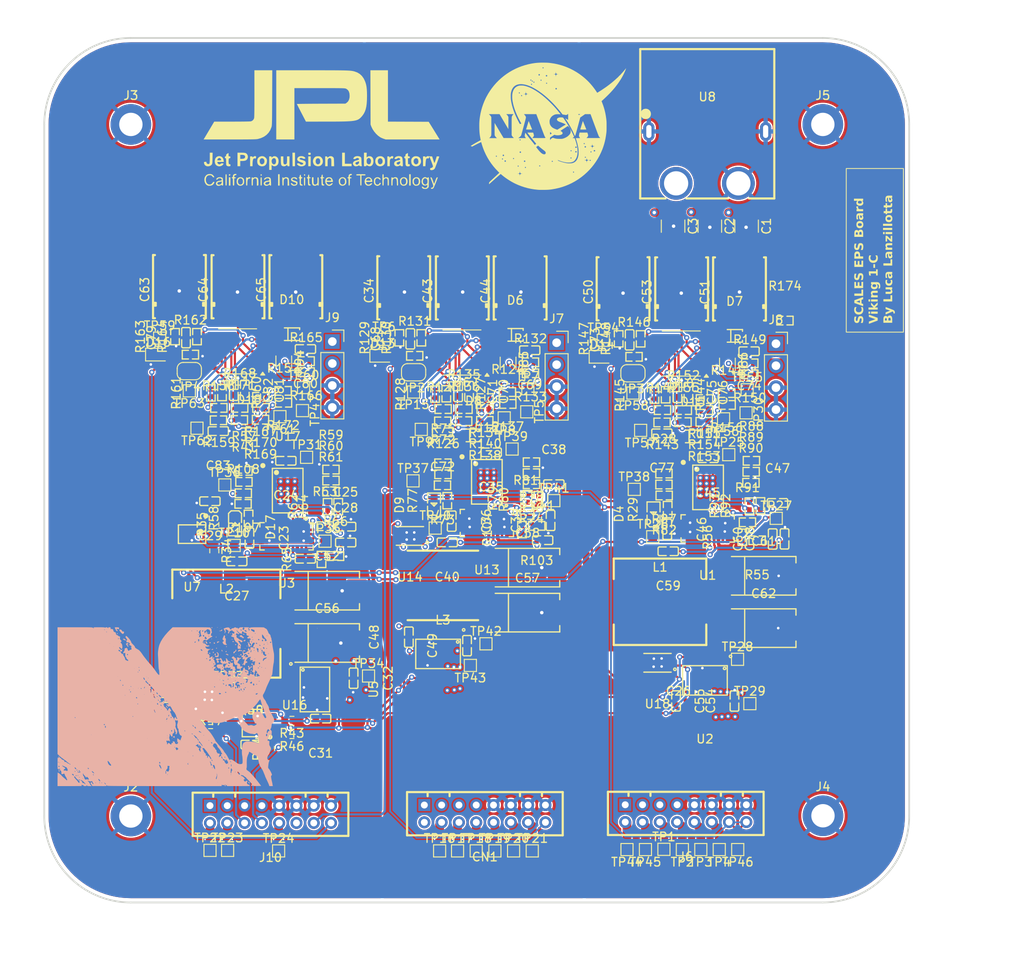
<source format=kicad_pcb>
(kicad_pcb (version 20241229) (generator "pcbnew") (generator_version "9.0")
  (layers (0 "F.Cu" mixed "Signal1") (4 "In1.Cu" power "GND") (6 "In2.Cu" power "Power") (2 "B.Cu" mixed "Signal2") (13 "F.Paste" user) (15 "B.Paste" user) (5 "F.SilkS" user "F.Silkscreen") (7 "B.SilkS" user "B.Silkscreen") (1 "F.Mask" user) (3 "B.Mask" user) (25 "Edge.Cuts" user))
  (net 0 "")
  (net 1 "+V_Batt")
  (net 2 "GND")
  (net 3 "/Perif_Subsystem/WD_Perif/WDT-VIN")
  (net 4 "Net-(C68-Pad2)")
  (net 5 "WDT_WDI_Perif")
  (net 6 "Net-(U6B-+)")
  (net 7 "Net-(U6C--)")
  (net 8 "Net-(U1-TR{slash}SS)")
  (net 9 "Net-(U1-BST)")
  (net 10 "Net-(U1-INTVCC)")
  (net 11 "Net-(U1-FB)")
  (net 12 "Net-(U1-BIAS)")
  (net 13 "+3.3V_OBC")
  (net 14 "+20V_Jetson")
  (net 15 "WDT_WDI_Jetson")
  (net 16 "Net-(C73-Pad2)")
  (net 17 "Net-(U10B-+)")
  (net 18 "Net-(U10C--)")
  (net 19 "Net-(U10D--)")
  (net 20 "Net-(U17-VOUT)")
  (net 21 "Net-(U3-TR{slash}SS)")
  (net 22 "Net-(U3-BIAS)")
  (net 23 "Net-(U3-FB)")
  (net 24 "Net-(U3-BST)")
  (net 25 "Net-(U3-SW)")
  (net 26 "Net-(U3-INTVCC)")
  (net 27 "Net-(U6D--)")
  (net 28 "Net-(U12-VOUT)")
  (net 29 "Net-(U13-TR{slash}SS)")
  (net 30 "Net-(U13-BST)")
  (net 31 "Net-(U13-SW)")
  (net 32 "Net-(U13-INTVCC)")
  (net 33 "/OBC_Subsystem/WD_OBC/WDT-VIN")
  (net 34 "/Jetson_Subsystem/WD_Jetson/WDT-VIN")
  (net 35 "Net-(U13-BIAS)")
  (net 36 "Net-(U13-FB)")
  (net 37 "Net-(U1-VIN)")
  (net 38 "WDT_WDI_OBC")
  (net 39 "Net-(CN1-Pad8)")
  (net 40 "Net-(CN1-Pad4)")
  (net 41 "Net-(CN1-Pad14)")
  (net 43 "Net-(CN1-Pad12)")
  (net 44 "Net-(CN1-Pad10)")
  (net 45 "Net-(CN1-Pad6)")
  (net 46 "Net-(D4-K)")
  (net 47 "Net-(D9-K)")
  (net 48 "Net-(U1-SW)")
  (net 49 "Net-(D13-A)")
  (net 50 "Net-(J6-Pad6)")
  (net 51 "Net-(J6-Pad4)")
  (net 52 "Net-(J6-Pad2)")
  (net 53 "Net-(J6-Pad8)")
  (net 54 "Net-(J6-Pad10)")
  (net 55 "Net-(J6-Pad12)")
  (net 56 "+5V_Perif")
  (net 57 "OBC_EN_JETSON")
  (net 58 "Net-(J10-Pad2)")
  (net 59 "OBC SDA")
  (net 60 "OBC SCL")
  (net 61 "Net-(J10-Pad4)")
  (net 62 "OBC_EN_PERIF")
  (net 63 "Net-(J10-Pad10)")
  (net 64 "~{WD_EN_JETSON}")
  (net 65 "Net-(D14-A)")
  (net 66 "Net-(JP2-A)")
  (net 67 "~{WD_EN_PERIF}")
  (net 68 "~{WD_EN_OBC}")
  (net 69 "Net-(U15-SEL2)")
  (net 70 "Net-(U15-SEL1)")
  (net 71 "Net-(U15-~{ST})")
  (net 72 "Net-(U15-LATCH)")
  (net 73 "Net-(U15-DIA_EN)")
  (net 74 "Net-(D15-A)")
  (net 75 "Net-(D17-K)")
  (net 76 "Net-(JP3-A)")
  (net 77 "/Jetson_Subsystem/WD_Jetson/WDT-VP")
  (net 78 "Net-(R124-Pad1)")
  (net 79 "Net-(R132-Pad2)")
  (net 80 "Net-(R134-Pad2)")
  (net 81 "Net-(U15-SNS)")
  (net 82 "Net-(U6B--)")
  (net 83 "/Perif_Subsystem/WD_Perif/WDT-VP")
  (net 84 "Net-(U7-MOD)")
  (net 85 "Net-(U7-SET)")
  (net 86 "Net-(U6A--)")
  (net 87 "Net-(R141-Pad1)")
  (net 88 "Net-(U17-LATCH)")
  (net 89 "SDA")
  (net 90 "Net-(U10B--)")
  (net 91 "SCL")
  (net 92 "Net-(U9-READY)")
  (net 93 "Net-(U9-EN)")
  (net 94 "Net-(U10A--)")
  (net 95 "Net-(U1-RT)")
  (net 96 "Net-(U1-EN{slash}UV)")
  (net 97 "Net-(U17-SNS)")
  (net 98 "Net-(U17-~{ST})")
  (net 99 "Net-(U17-DIA_EN)")
  (net 100 "Net-(U17-SEL2)")
  (net 101 "Net-(U17-SEL1)")
  (net 102 "Net-(U3-RT)")
  (net 103 "Net-(U3-EN{slash}UV)")
  (net 104 "Net-(U6C-+)")
  (net 105 "Net-(D8-A)")
  (net 106 "Net-(U12-SNS)")
  (net 107 "Net-(U12-LATCH)")
  (net 108 "Net-(U12-~{ST})")
  (net 109 "Net-(U12-SEL2)")
  (net 110 "Net-(U12-SEL1)")
  (net 111 "Net-(U12-DIA_EN)")
  (net 112 "Net-(U13-EN{slash}UV)")
  (net 113 "/OBC_Subsystem/WD_OBC/WDT-VP")
  (net 114 "Net-(R149-Pad2)")
  (net 115 "Net-(U13-RT)")
  (net 116 "SYNC_PHASE3")
  (net 117 "SYNC_PHASE1")
  (net 118 "SYNC_PHASE2")
  (net 137 "Net-(R151-Pad2)")
  (net 138 "Net-(U10C-+)")
  (net 139 "Net-(C79-Pad2)")
  (net 140 "Net-(U11B-+)")
  (net 141 "Net-(U11C--)")
  (net 142 "Net-(U11D--)")
  (net 143 "Net-(D16-A)")
  (net 144 "Net-(D18-A)")
  (net 145 "Net-(JP4-A)")
  (net 146 "Net-(R157-Pad1)")
  (net 147 "Net-(U11B--)")
  (net 148 "Net-(U11A--)")
  (net 149 "Net-(R165-Pad2)")
  (net 150 "Net-(R167-Pad2)")
  (net 151 "Net-(U11C-+)")
  (net 152 "Net-(U10E-V+)")
  (net 153 "Net-(D7-C)")
  (net 154 "Net-(D10-C)")
  (net 155 "Net-(D6-C)")
  (net 156 "Net-(D8-C)")
  (net 157 "Net-(D15-C)")
  (net 158 "Net-(D18-C)")
  (footprint "TestPoint:TestPoint_Pad_1.0x1.0mm" (layer "F.Cu") (at 205.782 70.2415 -90)
    (property "Reference" "TP5")
    (property "Value" "TestPoint")
  )
  (footprint "EPS:R0402" (layer "F.Cu") (at 172.5595 71.18675)
    (property "Reference" "R171")
    (property "Value" "100k")
  )
  (footprint "TestPoint:TestPoint_Pad_1.0x1.0mm" (layer "F.Cu") (at 171.958 85.6996)
    (property "Reference" "TP10")
    (property "Value" "TestPoint")
  )
  (footprint "TestPoint:TestPoint_Pad_1.0x1.0mm" (layer "F.Cu") (at 197.781 121.031)
    (property "Reference" "TP17")
    (property "Value" "TestPoint")
  )
  (footprint "TestPoint:TestPoint_Pad_1.0x1.0mm" (layer "F.Cu") (at 166.768 67.81925 180)
    (property "Reference" "TP63")
    (property "Value" "TestPoint")
  )
  (footprint "EPS:R0402" (layer "F.Cu") (at 170.1365 71.21875)
    (property "Reference" "R158")
    (property "Value" "10k")
  )
  (footprint "EPS:R0402" (layer "F.Cu") (at 223.8505 71.4395)
    (property "Reference" "R155")
    (property "Value" "100k")
  )
  (footprint "EPS:C0402" (layer "F.Cu") (at 197.104 82.889 -90)
    (property "Reference" "C36")
    (property "Value" "22n")
  )
  (footprint "EPS:R0402" (layer "F.Cu") (at 183.9832 81.2188 90)
    (property "Reference" "R64")
    (property "Value" "2k")
  )
  (footprint "EPS:C0402" (layer "F.Cu") (at 184.8468 83.5284)
    (property "Reference" "C25")
    (property "Value" "2.2u")
  )
  (footprint "MountingHole:MountingHole_2.7mm_M2.5_DIN965_Pad" (layer "F.Cu") (at 160.0128 37)
    (property "Reference" "J3")
    (property "Value" "Conn_01x01_Socket")
  )
  (footprint "TestPoint:TestPoint_Pad_1.0x1.0mm" (layer "F.Cu") (at 177.2455 70.80375 180)
    (property "Reference" "TP61")
    (property "Value" "TestPoint")
  )
  (footprint "EPS:R0402" (layer "F.Cu") (at 196.48 68.151 -90)
    (property "Reference" "R127")
    (property "Value" "10k")
  )
  (footprint "EPS:DFN-8_L3.0-W2.0-P0.50-TL-EP-1" (layer "F.Cu") (at 220.9 99.275 180)
    (property "Reference" "U18")
    (property "Value" "MCP9808T-E/MC")
  )
  (footprint "LED_SMD:LED_0603_1608Metric" (layer "F.Cu") (at 214.488 63.87575)
    (property "Reference" "D14")
    (property "Value" "GREEN")
  )
  (footprint "EPS:C0402" (layer "F.Cu") (at 169.1496 80.582 180)
    (property "Reference" "C29")
    (property "Value" "100n")
  )
  (footprint "EPS:CONN-TH_DF11-16DP-2DSA-08" (layer "F.Cu") (at 200.941 116.729 180)
    (property "Reference" "CN1")
    (property "Value" "DF11-16DP-2DSA(08)")
  )
  (footprint "EPS:C0402" (layer "F.Cu") (at 172.2572 87.5416 180)
    (property "Reference" "C27")
    (property "Value" "100n")
  )
  (footprint "Package_SO:TSSOP-14_4.4x5mm_P0.65mm" (layer "F.Cu") (at 172.356 63.24725 180)
    (property "Reference" "U11")
    (property "Value" "TLV1704")
  )
  (footprint "EPS:R0402" (layer "F.Cu") (at 180.279 64.37925 180)
    (property "Reference" "R166")
    (property "Value" "100k")
  )
  (footprint "EPS:R0402" (layer "F.Cu") (at 180.279 65.64925)
    (property "Reference" "R165")
    (property "Value" "1k")
  )
  (footprint "TestPoint:TestPoint_Pad_1.0x1.0mm" (layer "F.Cu") (at 180.3256 75.502)
    (property "Reference" "TP31")
    (property "Value" "TestPoint")
  )
  (footprint "LED_SMD:LED_0603_1608Metric" (layer "F.Cu") (at 189.13 63.75925)
    (property "Reference" "D13")
    (property "Value" "GREEN")
  )
  (footprint "EPS:R0402" (layer "F.Cu") (at 231.5236 81.1412 90)
    (property "Reference" "R93")
    (property "Value" "110k")
  )
  (footprint "EPS:R0402" (layer "F.Cu") (at 183.1468 78.1944)
    (property "Reference" "R60")
    (property "Value" "15k")
  )
  (footprint "TestPoint:TestPoint_Pad_1.0x1.0mm" (layer "F.Cu") (at 231.14 70.358 -90)
    (property "Reference" "TP30")
    (property "Value" "TestPoint")
  )
  (footprint "EPS:R0402" (layer "F.Cu") (at 221.6448 77.382)
    (property "Reference" "R28")
    (property "Value" "1k")
  )
  (footprint "EPS:SOD-323_L1.8-W1.3-LS2.5-RD" (layer "F.Cu") (at 229.814 61.457)
    (property "Reference" "D7")
    (property "Value" "1N4448WS-7-F")
  )
  (footprint "EPS:SOD-323_L1.8-W1.3-LS2.5-RD" (layer "F.Cu") (at 178.6128 61.2648)
    (property "Reference" "D10")
    (property "Value" "1N4448WS-7-F")
  )
  (footprint "TestPoint:TestPoint_Pad_1.0x1.0mm" (layer "F.Cu") (at 195.199 83.693)
    (property "Reference" "TP40")
    (property "Value" "TestPoint")
  )
  (footprint "EPS:CAP-SMD_L7.3-W6.1_TCN4227M025R0100" (layer "F.Cu") (at 198.331 56.2615 90)
    (property "Reference" "C43")
    (property "Value" "100uF")
  )
  (footprint "EPS:R0402" (layer "F.Cu") (at 200.9705 68.654 180)
    (property "Reference" "R134")
    (property "Value" "1k")
  )
  (footprint "Resistor_SMD:R_1206_3216Metric" (layer "F.Cu") (at 228.981 64.759 -90)
    (property "Reference" "R86")
    (property "Value" "10")
  )
  (footprint "EPS:R0402" (layer "F.Cu") (at 226.3285 68.7705 180)
    (property "Reference" "R151")
    (property "Value" "1k")
  )
  (footprint "EPS:R0402" (layer "F.Cu") (at 221.4735 70.0405 180)
    (property "Reference" "R143")
    (property "Value" "10k")
  )
  (footprint "EPS:R0402" (layer "F.Cu") (at 196.039 78.74 180)
    (property "Reference" "R73")
    (property "Value" "15k")
  )
  (footprint "EPS:IND-SMD_L8.0-W8.0" (layer "F.Cu") (at 196.088 90.3224 180)
    (property "Reference" "L3")
    (property "Value" "10u")
  )
  (footprint "EPS:SOD-323_L1.8-W1.3-LS2.5-RD" (layer "F.Cu") (at 204.456 61.3405)
    (property "Reference" "D6")
    (property "Value" "1N4448WS-7-F")
  )
  (footprint "EPS:R0402" (layer "F.Cu") (at 170.547 68.01475 -90)
    (property "Reference" "R160")
    (property "Value" "10k")
  )
  (footprint "EPS:CAP-SMD_L7.3-W6.1_TCN4227M025R0100" (layer "F.Cu") (at 230.378 56.378 90)
    (property "Reference" "C51")
    (property "Value" "100uF")
  )
  (footprint "EPS:LED0603-RD_RED" (layer "F.Cu") (at 172.0452 83.1856 -90)
    (property "Reference" "D17")
    (property "Value" "LED")
  )
  (footprint "EPS:R0402" (layer "F.Cu") (at 191.05 61.6835 90)
    (property "Reference" "R129")
    (property "Value" "10k")
  )
  (footprint "EPS:R0402" (layer "F.Cu") (at 206.326 76.073 180)
    (property "Reference" "R78")
    (property "Value" "15k")
  )
  (footprint "EPS:C0402" (layer "F.Cu") (at 173.1815 67.75575 -90)
    (property "Reference" "C81")
    (property "Value" "10u")
  )
  (footprint "TestPoint:TestPoint_Pad_1.0x1.0mm" (layer "F.Cu") (at 206.417 121.031)
    (property "Reference" "TP21")
    (property "Value" "TestPoint")
  )
  (footprint "LED_SMD:LED_0603_1608Metric" (layer "F.Cu") (at 163.197 63.623)
    (property "Reference" "D16")
    (property "Value" "GREEN")
  )
  (footprint "EPS:R0402" (layer "F.Cu") (at 231.57 65.902)
    (property "Reference" "R149")
    (property "Value" "1k")
  )
  (footprint "Resistor_SMD:R_0603_1608Metric" (layer "F.Cu") (at 169.2336 107.4132)
    (property "Reference" "R47")
    (property "Value" "4.7k")
  )
  (footprint "EPS:CAP-SMD_L7.3-W6.1_TCN4227M025R0100" (layer "F.Cu") (at 165.625 56.11025 90)
    (property "Reference" "C63")
    (property "Value" "100uF")
  )
  (footprint "EPS:R0402" (layer "F.Cu") (at 203.594 69.3315)
    (property "Reference" "R124")
    (property "Value" "10k")
  )
  (footprint "EPS:R0402" (layer "F.Cu") (at 196.0695 71.355)
    (property "Reference" "R125")
    (property "Value" "10k")
  )
  (footprint "EPS:R0402" (layer "F.Cu") (at 231.754 75.9088)
    (property "Reference" "R88")
    (property "Value" "15k")
  )
  (footprint "EPS:C0402" (layer "F.Cu") (at 208.915 78.613)
    (property "Reference" "C38")
    (property "Value" "2.2u")
  )
  (footprint "LOGO" (layer "F.Cu") (at 207.891383 37.145886)
    (property "Reference" "G***" (hide yes))
    (property "Value" "LOGO" (hide yes))
  )
  (footprint "TestPoint:TestPoint_Pad_1.0x1.0mm" (layer "F.Cu") (at 193.59 72.2735 180)
    (property "Reference" "TP9")
    (property "Value" "TestPoint")
  )
  (footprint "Capacitor_SMD:C_1210_3225Metric" (layer "F.Cu") (at 226.949 48.768 -90)
    (property "Reference" "C2")
    (property "Value" "10u")
  )
  (footprint "EPS:R0402" (layer "F.Cu") (at 230.7108 84.748 90)
    (property "Reference" "R56")
    (property "Value" "10k")
  )
  (footprint "EPS:R0402" (layer "F.Cu") (at 182.764 81.2152 90)
    (property "Reference" "R62")
    (property "Value" "110k")
  )
  (footprint "EPS:HTSSOP-16_L5.0-W4.4-P0.65-LS6.4-TL-EP2.9" (layer "F.Cu") (at 178.1412 79.3628)
    (property "Reference" "U17")
    (property "Value" "TPS1HB08BQPWPRQ1")
  )
  (footprint "TestPoint:TestPoint_Pad_1.0x1.0mm" (layer "F.Cu") (at 223.7718 120.8782 180)
    (property "Reference" "TP2")
    (property "Value" "TestPoint")
  )
  (footprint "EPS:CAP-SMD_L7.3-W6.1_TCN4227M025R0100" (layer "F.Cu") (at 216.916 56.363 90)
    (property "Reference" "C50")
    (property "Value" "100uF")
  )
  (footprint "EPS:R0402" (layer "F.Cu") (at 206.212 65.7855)
    (property "Reference" "R132")
    (property "Value" "1k")
  )
  (footprint "MountingHole:MountingHole_2.7mm_M2.5_DIN965_Pad" (layer "F.Cu") (at 160.0128 117)
    (property "Reference" "J2")
    (property "Value" "Conn_01x01_Socket")
  )
  (footprint "TestPoint:TestPoint_Pad_1.0x1.0mm" (layer "F.Cu") (at 204.089 74.549)
    (property "Reference" "TP39")
    (property "Value" "TestPoint")
  )
  (footprint "EPS:R0402" (layer "F.Cu") (at 192.828 63.7645)
    (property "Reference" "R131")
    (property "Value" "3k")
  )
  (footprint "TestPoint:TestPoint_Pad_1.0x1.0mm" (layer "F.Cu") (at 199.262 99.579 180)
    (property "Reference" "TP43")
    (property "Value" "TestPoint")
  )
  (footprint "Jumper:SolderJumper-2_P1.3mm_Open_RoundedPad1.0x1.5mm" (layer "F.Cu") (at 192.701 65.6695 180)
    (property "Reference" "JP2")
    (property "Value" "SolderJumper_2_Open")
  )
  (footprint "EPS:R0402" (layer "F.Cu") (at 205.232 83.869 90)
    (property "Reference" "R104")
    (property "Value" "5k")
  )
  (footprint "EPS:C0402" (layer "F.Cu") (at 217.678 61.92 90)
    (property "Reference" "C73")
    (property "Value" "10u")
  )
  (footprint "EPS:C0402" (layer "F.Cu") (at 235.5876 84.9424 90)
    (property "Reference" "C78")
    (property "Value" "100n")
  )
  (footprint "EPS:C0402" (layer "F.Cu") (at 231.485 63.235 180)
    (property "Reference" "C74")
    (property "Value" "10u")
  )
  (footprint "TestPoint:TestPoint_Pad_1.0x1.0mm" (layer "F.Cu") (at 192.701 67.9555 180)
    (property "Reference" "TP15")
    (property "Value" "TestPoint")
  )
  (footprint "EPS:R0402" (layer "F.Cu") (at 183.1432 79.4644)
    (property "Reference" "R61")
    (property "Value" "15k")
  )
  (footprint "Resistor_SMD:R_1206_3216Metric" (layer "F.Cu") (at 203.623 64.6425 -90)
    (property "Reference" "R85")
    (property "Value" "10")
  )
  (footprint "TestPoint:TestPoint_Pad_1.0x1.0mm" (layer "F.Cu") (at 202.099 121.031)
    (property "Reference" "TP19")
    (property "Value" "TestPoint")
  )
  (footprint "EPS:HTSSOP-16_L5.0-W4.4-P0.65-LS6.4-TL-EP2.9" (layer "F.Cu") (at 201.168 78.3425)
    (property "Reference" "U12")
    (property "Value" "TPS1HB08BQPWPRQ1")
  )
  (footprint "EPS:R0402" (layer "F.Cu") (at 172.5955 69.78775)
    (property "Reference" "R168")
    (property "Value" "100k")
  )
  (footprint "EPS:C0402" (layer "F.Cu") (at 184.8468 85.3572)
    (property "Reference" "C28")
    (property "Value" "100n")
  )
  (footprint "Connector_PinSocket_2.54mm:PinSocket_1x04_P2.54mm_Vertical" (layer "F.Cu") (at 234.594 62.367)
    (property "Reference" "J8")
    (property "Value" "Conn_01x04")
  )
  (footprint "TestPoint:TestPoint_Pad_1.0x1.0mm" (layer "F.Cu") (at 201.0664 97.0788)
    (property "Reference" "TP42")
    (property "Value" "TestPoint")
  )
  (footprint "EPS:R0402" (layer "F.Cu") (at 196.596 80.518 90)
    (property "Reference" "R77")
    (property "Value" "1k")
  )
  (footprint "Resistor_SMD:R_0603_1608Metric" (layer "F.Cu") (at 169.6576 83.2744 90)
    (property "Reference" "R35")
    (property "Value" "17k")
  )
  (footprint "EPS:C0402" (layer "F.Cu") (at 223.2025 68.0085 -90)
    (property "Reference" "C75")
    (property "Value" "10u")
  )
  (footprint "EPS:R0402" (layer "F.Cu") (at 205.662 82.169)
    (property "Reference" "R81")
    (property "Value" "47k")
  )
  (footprint "EPS:R0402" (layer "F.Cu") (at 207.137 80.391 90)
    (property "Reference" "R80")
    (property "Value" "2k")
  )
  (footprint "EPS:QFN-28_L6.0-W3.0-P0.50-BL-EP" (layer "F.Cu") (at 201.169 83.107 180)
    (property "Reference" "U13")
    (property "Value" "LT8612EUDE#PBF")
  )
  (footprint "EPS:R0402" (layer "F.Cu") (at 173.0848 77.0768)
    (property "Reference" "R57")
    (property "Value" "1k")
  )
  (footprint "EPS:R0402" (layer "F.Cu") (at 196.09277 77.47)
    (property "Reference" "R72")
    (property "Value" "15k")
  )
  (footprint "EPS:C0402" (layer "F.Cu") (at 234.7748 80.7856)
    (property "Reference" "C47")
    (property "Value" "2.2u")
  )
  (footprint "TestPoint:TestPoint_Pad_1.0x1.0mm" (layer "F.Cu") (at 228.5365 71.0565 180)
    (property "Reference" "TP56")
    (property "Value" "TestPoint")
  )
  (footprint "TestPoint:TestPoint_Pad_1.0x1.0mm" (layer "F.Cu") (at 217.371 120.8782 180)
    (property "Reference" "TP44")
    (property "Value" "TestPoint")
  )
  (footprint "Resistor_SMD:R_0603_1608Metric" (layer "F.Cu") (at 178.6316 107.5148 180)
    (property "Reference" "R46")
    (property "Value" "4.7k")
  )
  (footprint "Package_SO:TSSOP-14_4.4x5mm_P0.65mm" (layer "F.Cu") (at 198.289 63.3835 180)
    (property "Reference" "U6")
    (property "Value" "TLV1704")
  )
  (footprint "EPS:R0402" (layer "F.Cu") (at 222.0748 81.5476 90)
    (property "Reference" "R29")
    (property "Value" "1k")
  )
  (footprint "EPS:R0402" (layer "F.Cu") (at 198.5285 69.924)
    (property "Reference" "R135")
    (property "Value" "100k")
  )
  (footprint "Connector_PinSocket_2.54mm:PinSocket_1x04_P2.54mm_Vertical" (layer "F.Cu") (at 183.303 62.11425)
    (property "Reference" "J9")
    (property "Value" "Conn_01x04")
  )
  (footprint "EPS:IND-SMD_L10.7-W10.0_ETQP5MXXXX" (layer "F.Cu") (at 221.1888 92.2156)
    (property "Reference" "L1")
    (property "Value" "47uH")
  )
  (footprint "EPS:R0402" (layer "F.Cu") (at 173.0848 78.3468)
    (property "Reference" "R41")
    (property "Value" "15k")
  )
  (footprint "EPS:TSSOP-16_L5.0-W4.4-P0.65-LS6.4-BL-1" (layer "F.Cu") (at 195.5292 98.2472 180)
    (property "Reference" "U16")
    (property "Value" "INA260AIPWR")
  )
  (footprint "EPS:R0402" (layer "F.Cu") (at 193.59 61.6835 90)
    (property "Reference" "R130")
    (property "Value" "10k")
  )
  (footprint "EPS:R0402" (layer "F.Cu") (at 196.1155 69.924 180)
    (property "Reference" "R126")
    (property "Value" "10k")
  )
  (footprint "EPS:CAP-SMD_L7.3-W4.3-FD" (layer "F.Cu") (at 233.1776 95.2636)
    (property "Reference" "C62")
    (property "Value" "47u")
  )
  (footprint "EPS:QFN-28_L6.0-W3.0-P0.50-BL-EP" (layer "F.Cu") (at 178.0088 84.6436 180)
    (property "Reference" "U3")
    (property "Value" "LT8612EUDE#PBF")
  )
  (footprint "EPS:C0402" (layer "F.Cu") (at 207.6196 85.09)
    (property "Reference" "C41")
    (property "Value" "100n")
  )
  (footprint "Jumper:SolderJumper-2_P1.3mm_Open_RoundedPad1.0x1.5mm" (layer "F.Cu") (at 218.059 65.786 180)
    (property "Reference" "JP3")
    (property "Value" "SolderJumper_2_Open")
  )
  (footprint "TestPoint:TestPoint_Pad_1.0x1.0mm" (layer "F.Cu") (at 171.2832 102.2736)
    (property "Reference" "TP33")
    (property "Value" "TestPoint")
  )
  (footprint "TestPoint:TestPoint_Pad_1.0x1.0mm" (layer "F.Cu") (at 204.258 121.031)
    (property "Reference" "TP20")
    (property "Value" "TestPoint")
  )
  (footprint "EPS:C0402" (layer "F.Cu") (at 224.4725 68.0085 -90)
    (property "Reference" "C76")
    (property "Value" "10u")
  )
  (footprint "EPS:R0402" (layer "F.Cu") (at 174.9995 71.15075 180)
    (property "Reference" "R169")
    (property "Value" "100k")
  )
  (footprint "EPS:R0402" (layer "F.Cu") (at 173.012 79.6676 180)
    (property "Reference" "R107")
    (property "Value" "56.2k")
  )
  (footprint "EPS:R0402" (layer "F.Cu") (at 195.189 68.195 90)
    (property "Reference" "R128")
    (property "Value" "3k")
  )
  (footprint "EPS:R0402" (layer "F.Cu") (at 226.2905 71.4035 180)
    (property "Reference" "R153")
    (property "Value" "100k")
  )
  (footprint "EPS:C0402" (layer "F.Cu") (at 223.04 103.6876 -90)
    (property "Reference" "C54")
    (property "Value" "100n")
  )
  (footprint "EPS:CONN-TH_DF11-16DP-2DSA-08" (layer "F.Cu") (at 224.1678 116.6966 180)
    (property "Reference" "J6")
    (property "Value" "DF11-16DP-2DSA")
  )
  (footprint "Resistor_SMD:R_0603_1608Metric" (layer "F.Cu") (at 169.6576 86.3224 -90)
    (property "Reference" "R34")
    (property "Value" "14k")
  )
  (footprint "EPS:R0402" (layer "F.Cu") (at 232.7936 81.1176 90)
    (property "Reference" "R92")
    (property "Value" "2k")
  )
  (footprint "Resistor_SMD:R_1206_3216Metric" (layer "F.Cu") (at 177.69 64.50625 -90)
    (property "Reference" "R94")
    (property "Value" "10")
  )
  (footprint "EPS:R0402" (layer "F.Cu") (at 169.256 68.05875 90)
    (property "Reference" "R161")
    (property "Value" "3k")
  )
  (footprint "EPS:R0402" (layer "F.Cu") (at 231.2968 83.0208)
    (property "Reference" "R91")
    (property "Value" "47k")
  )
  (footprint "EPS:C0402" (layer "F.Cu") (at 170.1135 72.47535 180)
    (property "Reference" "C83")
    (property "Value" "10u")
  )
  (footprint "EPS:C0402" (layer "F.Cu") (at 197.8445 67.892 -90)
    (property "Reference" "C71")
    (property "Value" "10u")
  )
  (footprint "EPS:DFN-8_L3.0-W2.0-P0.50-TL-EP-1" (layer "F.Cu") (at 168.95 103.1 90)
    (property "Reference" "U4")
    (property "Value" "MCP9808T-E/MC")
  )
  (footprint "EPS:R0402" (layer "F.Cu") (at 231.7032 78.4488)
    (property "Reference" "R90")
    (property "Value" "15k")
  )
  (footprint "Capacitor_SMD:C_1210_3225Metric" (layer "F.Cu") (at 231.199 48.768 -90)
    (property "Reference" "C1")
    (property "Value" "10u")
  )
  (footprint "Capacitor_SMD:C_1210_3225Metric" (layer "F.Cu") (at 222.699 48.768 -90)
    (property "Reference" "C3")
    (property "Value" "10u")
  )
  (footprint "TestPoint:TestPoint_Pad_1.0x1.0mm" (layer "F.Cu") (at 229.136 75.1976)
    (property "Reference" "TP25")
    (property "Value" "TestPoint")
  )
  (footprint "EPS:R0402" (layer "F.Cu") (at 218.186 63.881)
    (property "Reference" "R146")
    (property "Value" "3k")
  )
  (footprint "Resistor_SMD:R_0603_1608Metric" (layer "F.Cu") (at 176.0916 109.1912 90)
    (property "Reference" "R44")
    (property "Value" "4.7k")
  )
  (footprint "EPS:R0402" (layer "F.Cu") (at 228.952 69.448)
    (property "Reference" "R141")
    (property "Value" "10k")
  )
  (footprint "EPS:TH_2P-XT60PW-F" (layer "F.Cu") (at 226.651 40.815)
    (property "Reference" "U8")
    (property "Value" "XT60PW-F_C428722")
  )
  (footprint "EPS:IND-SMD_FTKB1207-6R1NT" (layer "F.Cu") (at 171.0516 94.742)
    (property "Reference" "L2")
    (property "Value" "6.1u")
  )
  (footprint "EPS:CAP-SMD_L7.3-W6.1_TCN4227M025R0100" (layer "F.Cu") (at 191.558 56.2465 90)
    (property "Reference" "C34")
    (property "Value" "100uF")
  )
  (footprint "EPS:CAP-SMD_L7.3-W4.3-FD" (layer "F.Cu") (at 205.867 88.265)
    (property "Reference" "C58")
    (property "Value" "47u")
  )
  (footprint "EPS:C0402" (layer "F.Cu") (at 201.676 74.93 180)
    (property "Reference" "C35")
    (property "Value" "220n")
  )
  (footprint "TestPoint:TestPoint_Pad_1.0x1.0mm" (layer "F.Cu") (at 189.272 61.8595)
    (property "Reference" "TP6")
    (property "Value" "TestPoint")
  )
  (footprint "EPS:R0402" (layer "F.Cu") (at 167.657 61.54725 90)
    (property "Reference" "R164")
    (property "Value" "10k")
  )
  (footprint "EPS:TSSOP-16_L5.0-W4.4-P0.65-LS6.4-BL-1" (layer "F.Cu") (at 181.2908 102.362 -90)
    (property "Reference" "U5")
    (property "Value" "INA260AIPWR")
  )
  (footprint "TestPoint:TestPoint_Pad_1.0x1.0mm" (layer "F.Cu") (at 214.63 61.976)
    (property "Reference" "TP54")
    (property "Value" "TestPoint")
  )
  (footprint "EPS:C0402" (layer "F.Cu") (at 234.216 84.9512 90)
    (property "Reference" "C60")
    (property "Value" "10p")
  )
  (footprint "TestPoint:TestPoint_Pad_1.0x1.0mm" (layer "F.Cu") (at 182.4592 85.2048)
    (property "Reference" "TP35")
    (property "Value" "TestPoint")
  )
  (footprint "TestPoint:TestPoint_Pad_1.0x1.0mm" (layer "F.Cu") (at 230.152 98.8704)
    (property "Reference" "TP28")
    (property "Value" "TestPoint")
  )
  (footprint "TestPoint:TestPoint_Pad_1.0x1.0mm" (layer "F.Cu") (at 179.849 70.10525 -90)
    (property "Reference" "TP47")
    (property "Value" "TestPoint")
  )
  (footprint "EPS:C0402" (layer "F.Cu") (at 199.1145 67.892 -90)
    (property "Reference" "C70")
    (property "Value" "10u")
  )
  (footprint "EPS:R0402" (layer "F.Cu") (at 223.8865 70.0405)
    (property "Reference" "R152")
    (property "Value" "100k")
  )
  (footprint "EPS:CONN-TH_DF11-16DP-2DSA-08" (layer "F.Cu") (at 176.1572 116.7982 180)
    (property "Reference" "J10")
    (property "Value" "DF11-16DP-2DSA")
  )
  (footprint "EPS:CAP-SMD_L7.3-W4.3-FD" (layer "F.Cu") (at 182.7132 96.982)
    (property "Reference" "C56")
    (property "Value" "47u")
  )
  (footprint "EPS:C0402" (layer "F.Cu") (at 181.9512 105.728 180)
    (property "Reference" "C31")
    (property "Value" "100n")
  )
  (footprint "TestPoint:TestPoint_Pad_1.0x1.0mm" (layer "F.Cu") (at 219.5046 120.8782 180)
    (property "Reference" "TP45")
    (property "Value" "TestPoint")
  )
  (footprint "EPS:R0402" (layer "F.Cu") (at 226.3285 70.0405 180)
    (property "Reference" "R154")
    (property "Value" "4.7M")
  )
  (footprint "TestPoint:TestPoint_Pad_1.0x1.0mm" (layer "F.Cu") (at 230.1726 120.8782 180)
    (property "Reference" "TP46")
    (property "Value" "TestPoint")
  )
  (footprint "EPS:C0402" (layer "F.Cu") (at 229.7964 103.6964 90)
    (property "Reference" "C55")
    (property "Value" "100n")
  )
  (footprint "MountingHole:MountingHole_2.7mm_M2.5_DIN965_Pad" (layer "F.Cu") (at 240.0128 37)
    (property "Reference" "J5")
    (property "Value" "Conn_01x01_Socket")
  )
  (footprint "TestPoint:TestPoint_Pad_1.0x1.0mm" (layer "F.Cu") (at 203.1785 70.94 180)
    (property "Reference" "TP8")
    (property "Value" "TestPoint")
  )
  (footprint "TestPoint:TestPoint_Pad_1.0x1.0mm" (layer "F.Cu") (at 187.4884 100.8004)
    (property "Reference" "TP34")
    (property "Value" "TestPoint")
  )
  (footprint "TestPoint:TestPoint_Pad_1.0x1.0mm" (layer "F.Cu") (at 171.196 120.9732)
    (property "Reference" "TP23")
    (property "Value" "TestPoint")
  )
  (footprint "EPS:C0402" (layer "F.Cu") (at 173.7216 84.8492 -90)
    (property "Reference" "C23")
    (property "Value" "22n")
  )
  (footprint "EPS:R0402" (layer "F.Cu") (at 166.895 63.62825)
    (property "Reference" "R162")
    (property "Value" "3k")
  )
  (footprint "EPS:R0402" (layer "F.Cu") (at 165.117 61.54725 90)
    (property "Reference" "R163")
    (property "Value" "10k")
  )
  (footprint "EPS:R0402" (layer "F.Cu") (at 196.09277 76.2)
    (property "Reference" "R75")
    (property "Value" "1k")
  )
  (footprint "EPS:C0402" (layer "F.Cu") (at 196.0465 72.6116 180)
    (property "Reference" "C72")
    (property "Value" "10u")
  )
  (footprint "Resistor_SMD:R_0603_1608Metric" (layer "F.Cu") (at 173.916 103.4 180)
    (property "Reference" "R45")
    (property "Value" "4.7k")
  )
  (footprint "EPS:R0402" (layer "F.Cu") (at 221.838 68.2675 -90)
    (property "Reference" "R144")
    (property "Value" "10k")
  )
  (footprint "TestPoint:TestPoint_Pad_1.0x1.0mm" (layer "F.Cu") (at 208.915 80.518)
    (property "Reference" "TP41")
    (property "Value" "TestPoint")
  )
  (footprint "EPS:R0402" (layer "F.Cu") (at 173.62 82.5632 90)
    (property "Reference" "R58")
    (property "Value" "1k")
  )
  (footprint "EPS:R0402" (layer "F.Cu") (at 170.1825 69.78775 180)
    (property "Reference" "R159")
    (property "Value" "10k")
  )
  (footprint "EPS:R0402" (layer "F.Cu") (at 235.634 59.69)
    (property "Reference" "R174")
    (property "Value" "100k")
  )
  (footprint "EPS:CAP-SMD_L7.3-W6.1_TCN4227M025R0100" (layer "F.Cu") (at 172.398 56.12525 90)
    (property "Reference" "C64")
    (property "Value" "100uF")
  )
  (footprint "EPS:C0402" (layer "F.Cu") (at 192.32 61.8035 90)
    (property "Reference" "C68")
    (property "Value" "10u")
  )
  (footprint "EPS:R0402" (layer "F.Cu") (at 177.661 69.19525)
    (property "Reference" "R157")
    (property "Value" "10k")
  )
  (footprint "Package_SO:TSSOP-14_4.4x5mm_P0.65mm" (layer "F.Cu") (at 223.647 63.5 180)
    (property "Reference" "U10")
    (property "Value" "TLV1704")
  )
  (footprint "TestPoint:TestPoint_Pad_1.0x1.0mm" (layer "F.Cu") (at 170.8768 78.7024)
    (property "Reference" "TP36")
    (property "Value" "TestPoint")
  )
  (footprint "EPS:SOD-323_L1.8-W1.3-LS2.5-RD" (layer "F.Cu") (at 224.9805 73.0885)
    (property "Reference" "D15")
    (property "Value" "1N4448WS-7-F")
  )
  (footprint "EPS:R0402" (layer "F.Cu") (at 221.6684 79.922 180)
    (property "Reference" "R82")
    (property "Value" "15k")
  )
  (footprint "TestPoint:TestPoint_Pad_1.0x1.0mm" (layer "F.Cu") (at 192.6336 78.232)
    (property "Reference" "TP37")
    (property "Value" "TestPoint")
  )
  (footprint "Resistor_SMD:R_0603_1608Metric" (layer "F.Cu") (at 178.6316 105.9908 180)
    (property "Reference" "R43")
    (property "Value" "4.7k")
  )
  (footprint "EPS:R0402" (layer "F.Cu") (at 231.57 64.632 180)
    (property "Reference" "R150")
    (property "Value" "100k")
  )
  (footprint "EPS:R0402" (layer "F.Cu") (at 200.9325 71.287 180)
    (property "Reference" "R138")
    (property "Value" "100k")
  )
  (footprint "MountingHole:MountingHole_2.7mm_M2.5_DIN965_Pad" (layer "F.Cu") (at 240.03 116.967)
    (property "Reference" "J4")
    (property "Value" "Conn_01x01_Socket")
  )
  (footprint "Jumper:SolderJumper-2_P1.3mm_Open_RoundedPad1.0x1.5mm" (layer "F.Cu") (at 166.768 65.53325 180)
    (property "Reference" "JP4")
    (property "Value" "SolderJumper_2_Open")
  )
  (footprint "TestPoint:TestPoint_Pad_1.0x1.0mm" (layer "F.Cu") (at 218.948 72.39 180)
    (property "Reference" "TP57")
    (property "Value" "TestPoint")
  )
  (footprint "EPS:LED0603-RD_RED" (layer "F.Cu") (at 195.072 81.026 90)
    (property "Reference" "D9")
    (property "Value" "LED")
  )
  (footprint "TestPoint:TestPoint_Pad_1.0x1.0mm" (layer "F.Cu") (at 234.6224 82.5636)
    (property "Reference" "TP27")
    (property "Value" "TestPoint")
  )
  (footprint "EPS:VSSOP-8_L3.0-W3.0-P0.65-LS4.9-BL" (layer "F.Cu") (at 173.958 106.2448 90)
    (property "Reference" "U9")
    (property "Value" "TCA4307DGKR")
  )
  (footprint "EPS:C0402" (layer "F.Cu") (at 171.9115 67.75575 -90)
    (property "Reference" "C82")
    (property "Value" "10u")
  )
  (footprint "TestPoint:TestPoint_Pad_1.0x1.0mm" (layer "F.Cu") (at 163.339 61.72325)
    (property "Reference" "TP59")
    (property "Value" "TestPoint")
  )
  (footprint "EPS:R0402" (layer "F.Cu") (at 231.7268 77.1788)
    (property "Reference" "R89")
    (property "Value" "15k")
  )
  (footprint "Connector_PinSocket_2.54mm:PinSocket_1x04_P2.54mm_Vertical" (layer "F.Cu") (at 209.236 62.2505)
    (property "Reference" "J7")
    (property "Value" "Conn_01x04")
  )
  (footprint "EPS:R0402" (layer "F.Cu") (at 221.4275 71.4715)
    (property "Reference" "R142")
    (property "Value" "10k")
  )
  (footprint "EPS:R0402" (layer "F.Cu") (at 175.0375 68.51775 180)
    (property "Reference" "R167")
    (property "Value" "1k")
  )
  (footprint "EPS:DFN-8_L3.0-W2.0-P0.50-TL-EP-1" (layer "F.Cu") (at 192.275 84.6 180)
    (property "Reference" "U14")
    (property "Value" "MCP9808T-E/MC")
  )
  (footprint "EPS:SOD-323_L1.8-W1.3-LS2.5-RD" (layer "F.Cu") (at 173.6895 72.83575)
    (property "Reference" "D18")
    (property "Value" "1N4448WS-7-F")
  )
  (footprint "TestPoint:TestPoint_Pad_1.0x1.0mm" (layer "F.Cu") (at 218.214 79.2108)
    (property "Reference" "TP38")
    (property "Value" "TestPoint")
  )
  (footprint "EPS:C0402" (layer "F.Cu") (at 222.1344 86.3736 180)
    (property "Reference" "C59")
    (property "Value" "100n")
  )
  (footprint "EPS:C0402" (layer "F.Cu") (at 226.7484 75.604 180)
    (property "Reference" "C45")
    (property "Value" "220n")
  )
  (footprint "TestPoint:TestPoint_Pad_1.0x1.0mm" (layer "F.Cu") (at 167.657 72.13725 180)
    (property "Reference" "TP62")
    (property "Value" "TestPoint")
  )
  (footprint "TestPoint:TestPoint_Pad_1.0x1.0mm" (layer "F.Cu") (at 179.976 67.43825)
    (property "Reference" "TP60")
    (property "Value" "TestPoint")
  )
  (footprint "EPS:C0402" (layer "F.Cu") (at 177.9292 75.9084 180)
    (property "Reference" "C24")
    (property "Value" "220n")
  )
  (footprint "EPS:R0402" (layer "F.Cu") (at 203.545 67.9555 180)
    (property "Reference" "R137")
    (property "Value" "100k")
  )
  (footprint "EPS:C0402" (layer "F.Cu") (at 185.7612 101.0544 -90)
    (property "Reference" "C32")
    (property "Value" "100n")
  )
  (footprint "EPS:R0402" (layer "F.Cu") (at 205.867 80.264 90)
    (property "Reference" "R79")
    (property "Value" "110k")
  )
  (footprint "EPS:R0402" (layer "F.Cu") (at 200.9705 69.924 180)
    (property "Reference" "R140")
    (property "Value" "4.7M")
  )
  (footprint "EPS:C0402" (layer "F.Cu") (at 173.916 108.734)
    (property "Reference" "C30")
    (property "Value" "100n")
  )
  (footprint "EPS:R0402" (layer "F.Cu") (at 182.0528 87.3148 90)
    (property "Reference" "R65")
    (property "Value" "240k")
  )
  (footprint "TestPoint:TestPoint_Pad_1.0x1.0mm" (layer "F.Cu") (at 169.164 120.9732)
    (property "Reference" "TP22")
    (property "Value" "TestPoint")
  )
  (footprint "EPS:C0402" (layer "F.Cu") (at 221.4045 72.7281 180)
    (property "Reference" "C77")
    (property "Value" "10u")
  )
  (footprint "EPS:R0402" (layer "F.Cu") (at 216.408 61.8 90)
    (property "Reference" "R147")
    (property "Value" "10k")
  )
  (footprint "EPS:R0402" (layer "F.Cu") (at 218.948 61.8 90)
    (property "Reference" "R148")
    (property "Value" "10k")
  )
  (footprint "EPS:R0402" (layer "F.Cu") (at 198.4925 71.323)
    (property "Reference" "R136")
    (property "Value" "100k")
  )
  (footprint "TestPoint:TestPoint_Pad_1.0x1.0mm" (layer "F.Cu") (at 177.0932 121.031)
    (property "Reference" "TP24")
    (property "Value" "TestPoint")
  )
  (footprint "TestPoint:TestPoint_Pad_1.0x1.0mm" (layer "F.Cu") (at 218.059 68.072 180)
    (property "Reference" "TP58")
    (property "Value" "TestPoint")
  )
  (footprint "TestPoint:TestPoint_Pad_1.0x1.0mm" (layer "F.Cu") (at 231.267 67.691)
    (property "Reference" "TP55")
    (property "Value" "TestPoint")
  )
  (footprint "EPS:R0402" (layer "F.Cu") (at 206.932 83.439 180)
    (property "Reference" "R103")
    (property "Value" "20.8k")
  )
  (footprint "EPS:R0402" (layer "F.Cu") (at 182.4592 83.4776)
    (property "Reference" "R63")
    (property "Value" "47k")
  )
  (footprint "EPS:MSOP-10_L3.0-W3.0-P0.50-LS5.0-BL" (layer "F.Cu") (at 167.0859 84.392 180)
    (property "Reference" "U7")
    (property "Value" "LTC6902")
  )
  (footprint "EPS:CAP-SMD_L7.3-W6.1_TCN4227M025R0100" (layer "F.Cu") (at 223.689 56.378 90)
    (property "Reference" "C53")
    (property "Value" "100uF")
  )
  (footprint "EPS:CAP-SMD_L7.3-W4.3-FD" (layer "F.Cu") (at 233.1776 89.2136)
    (property "Reference" "C61")
    (property "Value" "47u")
  )
  (footprint "TestPoint:TestPoint_Pad_1.0x1.0mm" (layer "F.Cu") (at 195.707 121.031)
    (property "Reference" "TP16")
    (property "Value" "TestPoint")
  )
  (footprint "TestPoint:TestPoint_Pad_1.0x1.0mm" (layer "F.Cu") (at 220.3476 84.6972)
    (property "Reference" "TP26")
    (property "Value" "TestPoint")
  )
  (footprint "TestPoint:TestPoint_Pad_1.0x1.0mm" (layer "F.Cu") (at 205.909 67.5745)
    (property "Reference" "TP7")
    (property "Value" "TestPoint")
  )
  (footprint "LOGO" (layer "F.Cu") (at 182.05 37.6)
    (property "Reference" "G***" (hide yes))
    (property "Value" "LOGO" (hide yes))
  )
  (footprint "EPS:LED0603-RD_RED" (layer "F.Cu") (at 220.4492 82.0556 90)
    (property "Reference" "D4")
    (property "Value" "LED")
  )
  (footprint "EPS:CAP-SMD_L7.3-W6.1_TCN4227M025R0100" (layer "F.Cu") (at 179.087 56.12525 90)
    (property "Reference" "C65")
    (property "Value" "100uF")
  )
  (footprint "EPS:R0402" (layer "F.Cu") (at 183.1468 76.9244)
    (property "Reference" "R59")
    (property "Value" "15k")
  )
  (footprint "TestPoint:TestPoint_Pad_1.0x1.0mm" (layer "F.Cu") (at 199.94 121.031)
    (property "Reference" "TP18")
    (property "Value" "TestPoint")
  )
  (footprint "EPS:R0402" (layer "F.Cu") (at 183.6784 86.932)
    (property "Reference" "R66")
    (property "Value" "100k")
  )
  (footprint "Resistor_SMD:R_0603_1608Metric" (layer "F.Cu") (at 169.2336 105.8892)
    (property "Reference" "R42")
    (property "Value" "4.7k")
  )
  (footprint "EPS:R0402" (layer "F.Cu") (at 220.547 68.3115 90)
    (property "Reference" "R145")
    (property "Value" "3k")
  )
  (footprint "EPS:R0402" (layer "F.Cu") (at 221.6448 78.652 180)
    (property "Reference" "R87")
    (property "Value" "15k")
  )
  (footprint "EPS:R0402" (layer "F.Cu") (at 172.9868 80.8868)
    (property "Reference" "R108")
    (property "Value" "10k")
  )
  (footprint "EPS:C0402" (layer "F.Cu") (at 222.024 83.8336 -90)
    (property "Reference" "C46")
    (property "Value" "22n")
  )
  (footprint "TestPoint:TestPoint_Pad_1.0x1.0mm" (layer "F.Cu") (at 225.9054 120.8782 180)
    (property "Reference" "TP3")
    (property "Value" "TestPoint")
  )
  (footprint "EPS:CAP-SMD_L7.3-W4.3-FD" (layer "F.Cu") (at 182.7132 90.932)
    (property "Reference" "C52")
    (property "Value" "47u")
  )
  (footprint "EPS:C0402" (layer "F.Cu") (at 198.881 97.293 90)
    (property "Reference" "C49")
    (property "Value" "100n")
  )
  (footprint "EPS:R0402" (layer "F.Cu") (at 228.903 68.072 180)
    (property "Reference" "R156")
    (property "Value" "100k")
  )
  (footprint "EPS:R0402" (layer "F.Cu") (at 232.4144 85.1036 180)
    (property "Reference" "R55")
    (property "Value" "196k")
  )
  (footprint "EPS:C0402" (layer "F.Cu") (at 166.387 61.66725 90)
    (property "Reference" "C79")
    (property "Value" "10u")
  )
  (footprint "EPS:R0402" (layer "F.Cu") (at 177.612 67.81925 180)
    (property "Reference" "R172")
    (property "Value" "100k")
  )
  (footprint "TestPoint:TestPoint_Pad_1.0x1.0mm" (layer "F.Cu") (at 228.039 120.8782 180)
    (property "Reference" "TP4")
    (property "Value" "TestPoint")
  )
  (footprint "EPS:R0402" (layer "F.Cu") (at 206.326 78.613 180)
    (property "Reference" "R74")
    (property "Value" "15k")
  )
  (footprint "EPS:HTSSOP-16_L5.0-W4.4-P0.65-LS6.4-TL-EP2.9" (layer "F.Cu") (at 226.7484 78.9911)
    (property "Reference" "U15")
    (property "Value" "TPS1HB08BQPWPRQ1")
  )
  (footprint "EPS:C0402" (layer "F.Cu") (at 196.596 85.344 180)
    (property "Reference" "C40")
    (property "Value" "100n")
  )
  (footprint "TestPoint:TestPoint_Pad_1.0x1.0mm" (layer "F.Cu") (at 231.5744 104.0012)
    (property "Reference" "TP29")
    (property "Value" "TestPoint")
  )
  (footprint "EPS:SOD-323_L1.8-W1.3-LS2.5-RD" (layer "F.Cu") (at 199.6225 72.972)
    (property "Reference" "D8")
    (property "Value" "1N4448WS-7-F")
  )
  (footprint "EPS:C0402" (layer "F.Cu") (at 180.182 87.2368)
    (property "Reference" "C26")
    (property "Value" "10p")
  )
  (footprint "EPS:R0402" (layer "F.Cu") (at 206.319389 77.343 180)
    (property "Reference" "R76")
    (property "Value" "15k")
  )
  (footprint "EPS:R0402" (layer "F.Cu") (at 175.0375 69.78775 180)
    (property "Reference" "R170")
    (property "Value" "4.7M")
  )
  (footprint "EPS:QFN-28_L6.0-W3.0-P0.50-BL-EP" (layer "F.Cu") (at 226.6976 83.732 180)
    (property "Reference" "U1")
    (property "Value" "LT8612EUDE#PBF")
  )
  (footprint "EPS:C0402" (layer "F.Cu") (at 192.151 96.308 90)
    (property "Reference" "C48")
    (property "Value" "100n")
  )
  (footprint "TestPoint:TestPoint_Pad_1.0x1.0mm" (layer "F.Cu") (at 221.6404 120.8532)
    (property "Reference" "TP1")
    (property "Value" "TestPoint")
  )
  (footprint "EPS:TSSOP-16_L5.0-W4.4-P0.65-LS6.4-BL-1" (layer "F.Cu") (at 226.3836 101.3088 180)
    (property "Reference" "U2")
    (property "Value" "INA260AIPWR")
  )
  (footprint "EPS:C0402" (layer "F.Cu") (at 208.534 82.804 90)
    (property "Reference" "C39")
    (property "Value" "10p")
  )
  (footprint "EPS:C0402" (layer "F.Cu") (at 206.127 63.1185 180)
    (property "Reference" "C69")
    (property "Value" "10u")
  )
  (footprint "EPS:C0402" (layer "F.Cu") (at 180.194 62.98225 180)
    (property "Reference" "C80")
    (property "Value" "10u")
  )
  (footprint "EPS:R0402" (layer "F.Cu") (at 206.212 64.5155 180)
    (property "Reference" "R133")
    (property "Value" "100k")
  )
  (footprint "EPS:CAP-SMD_L7.3-W6.1_TCN4227M025R0100" (layer "F.Cu") (at 205.02 56.2615 90)
    (property "Reference" "C44")
    (property "Value" "100uF")
  )
  (footprint "EPS:CAP-SMD_L7.3-W4.3-FD" (layer "F.Cu") (at 205.867 93.472)
    (property "Reference" "C57")
    (property "Value" "47u")
  )
  (footprint "LOGO" (layer "B.Cu") (at 166.55 104.35 180)
    (property "Reference" "G***")
    (property "Value" "LOGO" (hide yes))
  )
  (gr_line (start 240 26.999999) (end 159.999999 26.999999) (stroke (width 0.2)) (layer "Edge.Cuts"))
  (gr_line (start 159.999999 126.999999) (end 240 126.999999) (stroke (width 0.2)) (layer "Edge.Cuts"))
  (gr_line (start 250 116.999999) (end 250 36.999999) (stroke (width 0.2)) (layer "Edge.Cuts"))
  (gr_arc (start 250 116.999999) (mid 247.071068 124.071067) (end 240 126.999999) (stroke (width 0.2)) (layer "Edge.Cuts"))
  (gr_arc (start 150 36.999998) (mid 152.928932 29.928931) (end 159.999999 26.999999) (stroke (width 0.2)) (layer "Edge.Cuts"))
  (gr_line (start 150 36.999998) (end 150 117) (stroke (width 0.2)) (layer "Edge.Cuts"))
  (gr_arc (start 159.999999 126.999999) (mid 152.928932 124.071067) (end 150 117) (stroke (width 0.2)) (layer "Edge.Cuts"))
  (gr_arc (start 240 26.999999) (mid 247.071068 29.928931) (end 250 36.999999) (stroke (width 0.2)) (layer "Edge.Cuts"))
  (gr_text_box "SCALES EPS Board\nViking 1-C\nBy Luca Lanzillotta" (start 242.7224 42.1005) (end 249.3264 61.0235) (margins 1.0025 1.0025 1.0025 1.0025) (angle 90) (layer "F.SilkS") (effects (font (size 1 1) (thickness 0.025) (bold yes)) (justify left top)) (border yes) (stroke (width 0.1)))
  (segment (start 178.4792 75.9084) (end 179.97 75.9084) (width 0.25) (layer "F.Cu") (net 1))
  (segment (start 178.4792 77.958) (end 178.1412 78.296) (width 0.25) (layer "F.Cu") (net 1))
  (segment (start 202.226 74.93) (end 203.708 74.93) (width 0.2) (layer "F.Cu") (net 1))
  (segment (start 202.226 74.93) (end 202.226 77.0216) (width 0.2) (layer "F.Cu") (net 1))
  (segment (start 229.108 47.1932) (end 231.14 47.1932) (width 1) (layer "F.Cu") (net 1))
  (segment (start 222.7072 47.1932) (end 222.758 47.244) (width 1) (layer "F.Cu") (net 1))
  (segment (start 171.7912 79.6966) (end 172.5242 79.6966) (width 0.25) (layer "F.Cu") (net 1))
  (segment (start 224.79 47.1424) (end 226.9744 47.1424) (width 1) (layer "F.Cu") (net 1))
  (segment (start 203.708 74.93) (end 204.089 74.549) (width 0.2) (layer "F.Cu") (net 1))
  (segment (start 202.226 77.0216) (end 201.9808 77.2668) (width 0.2) (layer "F.Cu") (net 1))
  (segment (start 220.5228 47.1932) (end 222.7072 47.1932) (width 1) (layer "F.Cu") (net 1))
  (segment (start 227.2984 75.604) (end 228.7804 75.604) (width 0.25) (layer "F.Cu") (net 1))
  (segment (start 179.97 75.9084) (end 180.3764 75.502) (width 0.25) (layer "F.Cu") (net 1))
  (segment (start 227.2984 75.604) (end 227.2984 77.8064) (width 0.25) (layer "F.Cu") (net 1))
  (segment (start 231.14 47.1932) (end 231.1908 47.244) (width 1) (layer "F.Cu") (net 1))
  (segment (start 172.5242 79.6966) (end 172.5532 79.6676) (width 0.25) (layer "F.Cu") (net 1))
  (segment (start 227.2984 77.8064) (end 227.2792 77.8256) (width 0.25) (layer "F.Cu") (net 1))
  (segment (start 226.9744 47.1424) (end 227.076 47.244) (width 1) (layer "F.Cu") (net 1))
  (segment (start 228.7804 75.604) (end 229.1868 75.1976) (width 0.25) (layer "F.Cu") (net 1))
  (segment (start 178.4792 75.9084) (end 178.4792 77.958) (width 0.25) (layer "F.Cu") (net 1))
  (via (at 178.9684 79.756) (size 0.6) (drill 0.3) (layers "F.Cu" "B.Cu") (net 1))
  (via (at 178.1556 80.518) (size 0.6) (drill 0.3) (layers "F.Cu" "B.Cu") (net 1))
  (via (at 200.4568 78.6384) (size 0.6) (drill 0.3) (layers "F.Cu" "B.Cu") (net 1))
  (via (at 177.3284 78.296) (size 0.6) (drill 0.3) (layers "F.Cu" "B.Cu") (net 1))
  (via (at 201.9808 77.9272) (size 0.6) (drill 0.3) (layers "F.Cu" "B.Cu") (net 1))
  (via (at 201.2188 78.6384) (size 0.6) (drill 0.3) (layers "F.Cu" "B.Cu") (net 1))
  (via (at 226.568 77.8764) (size 0.6) (drill 0.3) (layers "F.Cu" "B.Cu") (net 1))
  (via (at 227.2792 78.5368) (size 0.6) (drill 0.3) (layers "F.Cu" "B.Cu") (net 1))
  (via (at 178.954 79.1088) (size 0.6) (drill 0.3) (layers "F.Cu" "B.Cu") (net 1))
  (via (at 226.568 79.1972) (size 0.6) (drill 0.3) (layers "F.Cu" "B.Cu") (net 1))
  (via (at 227.2792 79.8576) (size 0.6) (drill 0.3) (layers "F.Cu" "B.Cu") (net 1))
  (via (at 177.3284 79.1088) (size 0.6) (drill 0.3) (layers "F.Cu" "B.Cu") (net 1))
  (via (at 226.568 79.8576) (size 0.6) (drill 0.3) (layers "F.Cu" "B.Cu") (net 1))
  (via (at 201.2188 77.9272) (size 0.6) (drill 0.3) (layers "F.Cu" "B.Cu") (net 1))
  (via (at 171.7912 79.6966) (size 0.6) (drill 0.3) (layers "F.Cu" "B.Cu") (net 1))
  (via (at 200.4568 79.3496) (size 0.6) (drill 0.3) (layers "F.Cu" "B.Cu") (net 1))
  (via (at 178.1412 79.1088) (size 0.6) (drill 0.3) (layers "F.Cu" "B.Cu") (net 1))
  (via (at 200.4568 77.9272) (size 0.6) (drill 0.3) (layers "F.Cu" "B.Cu") (net 1))
  (via (at 225.8568 79.9084) (size 0.6) (drill 0.3) (layers "F.Cu" "B.Cu") (net 1))
  (via (at 201.2188 77.2668) (size 0.6) (drill 0.3) (layers "F.Cu" "B.Cu") (net 1))
  (via (at 178.1412 78.296) (size 0.6) (drill 0.3) (layers "F.Cu" "B.Cu") (net 1))
  (via (at 178.954 78.296) (size 0.6) (drill 0.3) (layers "F.Cu" "B.Cu") (net 1))
  (via (at 225.8568 79.1972) (size 0.6) (drill 0.3) (layers "F.Cu" "B.Cu") (net 1))
  (via (at 225.8568 78.5368) (size 0.6) (drill 0.3) (layers "F.Cu" "B.Cu") (net 1))
  (via (at 224.79 47.1424) (size 0.8) (drill 0.4) (layers "F.Cu" "B.Cu") (net 1))
  (via (at 201.9808 78.6384) (size 0.6) (drill 0.3) (layers "F.Cu" "B.Cu") (net 1))
  (via (at 201.2188 79.3496) (size 0.6) (drill 0.3) (layers "F.Cu" "B.Cu") (net 1))
  (via (at 225.8568 77.8764) (size 0.6) (drill 0.3) (layers "F.Cu" "B.Cu") (net 1))
  (via (at 177.3936 79.756) (size 0.6) (drill 0.3) (layers "F.Cu" "B.Cu") (net 1))
  (via (at 178.1412 79.756) (size 0.6) (drill 0.3) (layers "F.Cu" "B.Cu") (net 1))
  (via (at 177.3428 80.518) (size 0.6) (drill 0.3) (layers "F.Cu" "B.Cu") (net 1))
  (via (at 201.9808 77.2668) (size 0.6) (drill 0.3) (layers "F.Cu" "B.Cu") (net 1))
  (via (at 200.4568 77.2668) (size 0.6) (drill 0.3) (layers "F.Cu" "B.Cu") (net 1))
  (via (at 226.568 78.5368) (size 0.6) (drill 0.3) (layers "F.Cu" "B.Cu") (net 1))
  (via (at 227.2792 79.1972) (size 0.6) (drill 0.3) (layers "F.Cu" "B.Cu") (net 1))
  (via (at 229.108 47.1932) (size 0.8) (drill 0.4) (layers "F.Cu" "B.Cu") (net 1))
  (via (at 220.5228 47.1932) (size 0.8) (drill 0.4) (layers "F.Cu" "B.Cu") (net 1))
  (via (at 227.2792 77.8764) (size 0.6) (drill 0.3) (layers "F.Cu" "B.Cu") (net 1))
  (segment (start 223.051 44.03) (end 223.012 44.069) (width 0.2) (layer "B.Cu") (net 1))
  (segment (start 223.051 43.815) (end 223.051 44.03) (width 0.2) (layer "B.Cu") (net 1))
  (segment (start 216.916 53.813) (end 216.916 56.515) (width 1) (layer "F.Cu") (net 2))
  (segment (start 194.5425 68.654) (end 195.16 68.654) (width 0.25) (layer "F.Cu") (net 2))
  (segment (start 185.3968 84.6372) (end 185.3548 84.5952) (width 0.25) (layer "F.Cu") (net 2))
  (segment (start 229.5932 83.986) (end 229.5344 83.9272) (width 0.25) (layer "F.Cu") (net 2))
  (segment (start 198.9778 83.357) (end 199.1868 83.566) (width 0.25) (layer "F.Cu") (net 2))
  (segment (start 229.5628 84.4272) (end 229.0692 84.4272) (width 0.25) (layer "F.Cu") (net 2))
  (segment (start 180.248 84.8936) (end 179.99 85.1516) (width 0.25) (layer "F.Cu") (net 2))
  (segment (start 205.02 53.7115) (end 205.02 56.303) (width 1) (layer "F.Cu") (net 2))
  (segment (start 231.598 80.7112) (end 232.1332 80.176) (width 0.25) (layer "F.Cu") (net 2))
  (segment (start 223.7776 82.982) (end 223.8324 82.9272) (width 0.25) (layer "F.Cu") (net 2))
  (segment (start 180.9288 84.3936) (end 180.2988 84.3936) (width 0.25) (layer "F.Cu") (net 2))
  (segment (start 200.914 74.93) (end 199.771 76.073) (width 0.2) (layer "F.Cu") (net 2))
  (segment (start 224.31 83.4272) (end 224.6656 83.0716) (width 0.25) (layer "F.Cu") (net 2))
  (segment (start 206.756 77.597) (end 207.645 76.708) (width 0.2) (layer "F.Cu") (net 2))
  (segment (start 188.3425 64.81575) (end 188.256 64.90225) (width 0.25) (layer "F.Cu") (net 2))
  (segment (start 197.3159 72.6116) (end 197.3365 72.591) (width 0.25) (layer "F.Cu") (net 2))
  (segment (start 232.6448 80.6876) (end 232.1332 80.176) (width 0.25) (layer "F.Cu") (net 2))
  (segment (start 222.699 50.243) (end 222.699 48.827) (width 1) (layer "F.Cu") (net 2))
  (segment (start 191.675 83.85) (end 191.875 84.05) (width 0.25) (layer "F.Cu") (net 2))
  (segment (start 176.7588 83.6076) (end 176.0784 84.288) (width 0.25) (layer "F.Cu") (net 2))
  (segment (start 206.756 78.613) (end 206.756 77.597) (width 0.2) (layer "F.Cu") (net 2))
  (segment (start 193.2686 96.8756) (end 194.5132 96.8756) (width 0.2) (layer "F.Cu") (net 2))
  (segment (start 221.2148 77.2768) (end 221.77 76.7216) (width 0.25) (layer "F.Cu") (net 2))
  (segment (start 216.408 62.767) (end 216.535 62.894) (width 0.25) (layer "F.Cu") (net 2))
  (segment (start 183.526 78.1944) (end 183.526 79.3628) (width 0.25) (layer "F.Cu") (net 2))
  (segment (start 195.16 68.654) (end 195.189 68.625) (width 0.25) (layer "F.Cu") (net 2))
  (segment (start 175.7856 85.3936) (end 176.0276 85.1516) (width 0.25) (layer "F.Cu") (net 2))
  (segment (start 168.5996 80.582) (end 167.8288 80.582) (width 0.25) (layer "F.Cu") (net 2))
  (segment (start 184.1084 86.932) (end 184.8468 86.932) (width 0.25) (layer "F.Cu") (net 2))
  (segment (start 207.01 77.343) (end 207.645 76.708) (width 0.2) (layer "F.Cu") (net 2))
  (segment (start 219.9005 68.7705) (end 220.518 68.7705) (width 0.25) (layer "F.Cu") (net 2))
  (segment (start 169.227 68.51775) (end 169.256 68.48875) (width 0.25) (layer "F.Cu") (net 2))
  (segment (start 221.2148 77.382) (end 221.2148 77.2768) (width 0.25) (layer "F.Cu") (net 2))
  (segment (start 185.7104 101.6552) (end 185.7612 101.6044) (width 0.2) (layer "F.Cu") (net 2))
  (segment (start 198.919 82.2314) (end 199.0344 82.3468) (width 0.25) (layer "F.Cu") (net 2))
  (segment (start 229.5344 83.9272) (end 228.8392 83.9272) (width 0.25) (layer "F.Cu") (net 2))
  (segment (start 165.625 56.244) (end 165.608 56.261) (width 1) (layer "F.Cu") (net 2))
  (segment (start 194.5492 96.8904) (end 194.5132 96.9264) (width 0.2) (layer "F.Cu") (net 2))
  (segment (start 169.7 103.975) (end 169.25 103.525) (width 0.25) (layer "F.Cu") (net 2))
  (segment (start 226.0536 98.5288) (end 226.0536 99.9028) (width 0.25) (layer "F.Cu") (net 2))
  (segment (start 195.58 76.2) (end 194.818 76.962) (width 0.2) (layer "F.Cu") (net 2))
  (segment (start 224.4544 83.9272) (end 224.6656 84.1384) (width 0.25) (layer "F.Cu") (net 2))
  (segment (start 207.137 79.707) (end 206.756 79.326) (width 0.2) (layer "F.Cu") (net 2))
  (segment (start 223.689 53.828) (end 223.689 56.473) (width 1) (layer "F.Cu") (net 2))
  (segment (start 230.7108 84.318) (end 229.82 84.318) (width 0.25) (layer "F.Cu") (net 2))
  (segment (start 167.0859 85.1223) (end 167.0668 85.1032) (width 0.2) (layer "F.Cu") (net 2))
  (segment (start 221.2148 78.652) (end 221.2148 77.4364) (width 0.25) (layer "F.Cu") (net 2))
  (segment (start 206.749389 77.343) (end 207.01 77.343) (width 0.2) (layer "F.Cu") (net 2))
  (segment (start 194.2847 64.0335) (end 194.2084 63.9572) (width 0.25) (layer "F.Cu") (net 2))
  (segment (start 185.3968 85.3572) (end 185.3968 84.6372) (width 0.25) (layer "F.Cu") (net 2))
  (segment (start 225.4036 102.6564) (end 225.3768 102.6296) (width 0.25) (layer "F.Cu") (net 2))
  (segment (start 220.518 68.7705) (end 220.547 68.7415) (width 0.25) (layer "F.Cu") (net 2))
  (segment (start 228.8392 83.9272) (end 228.6788 84.0876) (width 0.25) (layer "F.Cu") (net 2))
  (segment (start 235.5876 84.3924) (end 235.5876 83.6304) (width 0.25) (layer "F.Cu") (net 2))
  (segment (start 194.5492 99.8072) (end 194.31 99.568) (width 0.2) (layer "F.Cu") (net 2))
  (segment (start 174.466 107.8196) (end 174.5168 107.7688) (width 0.25) (layer "F.Cu") (net 2))
  (segment (start 232.035 63.235) (end 232.035 63.532398) (width 0.25) (layer "F.Cu") (net 2))
  (segment (start 173.1815 67.20575) (end 173.1815 67.12075) (width 0.25) (layer "F.Cu") (net 2))
  (segment (start 197.8445 67.003) (end 197.8445 67.384) (width 0.25) (layer "F.Cu") (net 2))
  (segment (start 179.087 53.57525) (end 179.087 56.371) (width 1) (layer "F.Cu") (net 2))
  (segment (start 175.0888 84.8936) (end 175.7696 84.8936) (width 0.25) (layer "F.Cu") (net 2))
  (segment (start 192.875 83.85) (end 192.7 84.025) (width 0.25) (layer "F.Cu") (net 2))
  (segment (start 229.8192 103.1236) (end 229.7964 103.1464) (width 0.25) (layer "F.Cu") (net 2))
  (segment (start 188.3425 63.75925) (end 188.3425 64.81575) (width 0.25) (layer "F.Cu") (net 2))
  (segment (start 234.9096 89.2136) (end 234.9048 89.2184) (width 1) (layer "F.Cu") (net 2))
  (segment (start 169.2 102.875) (end 168.925 103.15) (width 0.25) (layer "F.Cu") (net 2))
  (segment (start 206.756 79.326) (end 206.756 78.613) (width 0.2) (layer "F.Cu") (net 2))
  (segment (start 205.232 83.439) (end 204.47 83.439) (width 0.2) (layer "F.Cu") (net 2))
  (segment (start 174.466 108.734) (end 174.466 107.8196) (width 0.25) (layer "F.Cu") (net 2))
  (segment (start 181.4012 105.728) (end 181.4012 104.8556) (width 0.25) (layer "F.Cu") (net 2))
  (segment (start 231.199 50.243) (end 231.199 48.954) (width 1) (layer "F.Cu") (net 2))
  (segment (start 207.137 79.961) (end 207.137 79.707) (width 0.2) (layer "F.Cu") (net 2))
  (segment (start 204.47 83.439) (end 204.089 83.82) (width 0.2) (layer "F.Cu") (net 2))
  (segment (start 204.089 82.857) (end 203.3546 82.857) (width 0.25) (layer "F.Cu") (net 2))
  (segment (start 180.744 63.279648) (end 180.37138 63.652268) (width 0.25) (layer "F.Cu") (net 2))
  (segment (start 183.5732 80.3752) (end 183.9832 80.7852) (width 0.25) (layer "F.Cu") (net 2))
  (segment (start 194.5492 101.0272) (end 194.5492 99.8072) (width 0.2) (layer "F.Cu") (net 2))
  (segment (start 225.4476 82.312) (end 225.4476 82.3404) (width 0.25) (layer "F.Cu") (net 2))
  (segment (start 191.625 84.85) (end 191.775 84.7) (width 0.25) (layer "F.Cu") (net 2))
  (segment (start 191.775 84.7) (end 191.775 84.725) (width 0.25) (layer "F.Cu") (net 2))
  (segment (start 209.465 78.613) (end 209.465 79.079) (width 0.25) (layer "F.Cu") (net 2))
  (segment (start 170.6635 72.47535) (end 171.3829 72.47535) (width 0.25) (layer "F.Cu") (net 2))
  (segment (start 221.9545 72.7281) (end 222.6739 72.7281) (width 0.25) (layer "F.Cu") (net 2))
  (segment (start 203.491 83.857) (end 203.2 83.566) (width 0.25) (layer "F.Cu") (net 2))
  (segment (start 186.1532 96.982) (end 184.2964 96.982) (width 1) (layer "F.Cu") (net 2))
  (segment (start 229.6056 82.97) (end 228.882 82.97) (width 0.25) (layer "F.Cu") (net 2))
  (segment (start 183.5768 78.1436) (end 183.526 78.1944) (width 0.25) (layer "F.Cu") (net 2))
  (segment (start 180.1812 83.8936) (end 179.99 84.0848) (width 0.25) (layer "F.Cu") (net 2))
  (segment (start 208.1696 84.3876) (end 208.28 84.2772) (width 0.2) (layer "F.Cu") (net 2))
  (segment (start 235.5876 83.6304) (end 235.6384 83.5796) (width 0.25) (layer "F.Cu") (net 2))
  (segment (start 225.4476 82.3404) (end 224.6656 83.1224) (width 0.25) (layer "F.Cu") (net 2))
  (segment (start 179.8668 103.342) (end 179.9192 103.2896) (width 0.25) (layer "F.Cu") (net 2))
  (segment (start 198.298 76.0625) (end 199.7605 76.0625) (width 0.2) (layer "F.Cu") (net 2))
  (segment (start 228.882 82.97) (end 228.7296 83.1224) (width 0.25) (layer "F.Cu") (net 2))
  (segment (start 168.39285 63.89725) (end 168.3004 63.8048) (width 0.25) (layer "F.Cu") (net 2))
  (segment (start 179.9316 102.032) (end 180.0208 102.1212) (width 0.25) (layer "F.Cu") (net 2))
  (segment (start 231.5236 80.7112) (end 231.598 80.7112) (width 0.25) (layer "F.Cu") (net 2))
  (segment (start 204.089 82.357) (end 203.4438 82.357) (width 0.25) (layer "F.Cu") (net 2))
  (segment (start 226.7136 99.3116) (end 226.088 99.9372) (width 0.25) (layer "F.Cu") (net 2))
  (segment (start 207.01 76.073) (end 207.645 76.708) (width 0.2) (layer "F.Cu") (net 2))
  (segment (start 195.66277 76.2) (end 195.58 76.2) (width 0.2) (layer "F.Cu") (net 2))
  (segment (start 181.4012 104.8556) (end 181.5448 104.712) (width 0.25) (layer "F.Cu") (net 2))
  (segment (start 222.9932 104.1908) (end 223.04 104.2376) (width 0.25) (layer "F.Cu") (net 2))
  (segment (start 179.087 56.371) (end 179.07 56.388) (width 1) (layer "F.Cu") (net 2))
  (segment (start 224.4476 82.8536) (end 224.6656 83.0716) (width 0.25) (layer "F.Cu") (net 2))
  (segment (start 199.136 82.6008) (end 199.136 82.55) (width 0.25) (layer "F.Cu") (net 2))
  (segment (start 221.77 76.7216) (end 223.802 76.7216) (width 0.25) (layer "F.Cu") (net 2))
  (segment (start 176.2588 84.006) (end 176.0276 84.2372) (width 0.25) (layer "F.Cu") (net 2))
  (segment (start 192.151 95.758) (end 193.2686 96.8756) (width 0.2) (layer "F.Cu") (net 2))
  (segment (start 183.5768 76.9244) (end 183.5768 78.1436) (width 0.25) (layer "F.Cu") (net 2))
  (segment (start 222.699 48.827) (end 222.758 48.768) (width 1) (layer "F.Cu") (net 2))
  (segment (start 168.925 103.15) (end 168.925 103.175) (width 0.25) (layer "F.Cu") (net 2))
  (segment (start 226.1984 75.9) (end 225.326 76.7724) (width 0.25) (layer "F.Cu") (net 2))
  (segment (start 230.378 53.828) (end 230.378 56.388) (width 1) (layer "F.Cu") (net 2))
  (segment (start 229.6176 83.982) (end 229.6136 83.986) (width 0.25) (layer "F.Cu") (net 2))
  (segment (start 162.4095 63.623) (end 162.4095 64.6795) (width 0.25) (layer "F.Cu") (net 2))
  (segment (start 226.949 50.243) (end 226.949 48.895) (width 1) (layer "F.Cu") (net 2))
  (segment (start 178.5108 103.342) (end 179.8668 103.342) (width 0.25) (layer "F.Cu") (net 2))
  (segment (start 204.089 83.857) (end 203.491 83.857) (width 0.25) (layer "F.Cu") (net 2))
  (segment (start 172.6548 77.026) (end 172.6548 78.296) (width 0.25) (layer "F.Cu") (net 2))
  (segment (start 169.7 102.4) (end 169 103.1) (width 0.25) (layer "F.Cu") (net 2))
  (segment (start 175.0888 84.3936) (end 175.922 84.3936) (width 0.25) (layer "F.Cu") (net 2))
  (segment (start 195.326 77.47) (end 194.818 76.962) (width 0.2) (layer "F.Cu") (net 2))
  (segment (start 175.7348 83.8936) (end 176.0784 84.2372) (width 0.25) (layer "F.Cu") (net 2))
  (segment (start 198.3525 66.495) (end 197.8445 67.003) (width 0.25) (layer "F.Cu") (net 2))
  (segment (start 223.7776 83.482) (end 223.8324 83.4272) (width 0.25) (layer "F.Cu") (net 2))
  (segment (start 191.05 62.1135) (end 191.05 62.6505) (width 0.25) (layer "F.Cu") (net 2))
  (segment (start 185.3968 83.5284) (end 185.3968 82.7244) (width 0.25) (layer "F.Cu") (net 2))
  (segment (start 199.0344 82.4992) (end 199.0344 82.3976) (width 0.25) (layer "F.Cu") (net 2))
  (segment (start 231.199 48.954) (end 231.14 48.895) (width 1) (layer "F.Cu") (net 2))
  (segment (start 199.136 82.6008) (end 199.136 82.2452) (width 0.25) (layer "F.Cu") (net 2))
  (segment (start 206.677 63.1185) (end 206.677 63.415898) (width 0.25) (layer "F.Cu") (net 2))
  (segment (start 180.2988 84.3936) (end 179.99 84.0848) (width 0.25) (layer "F.Cu") (net 2))
  (segment (start 224.572 82.9272) (end 224.6656 83.0208) (width 0.25) (layer "F.Cu") (net 2))
  (segment (start 167.8288 80.582) (end 167.6256 80.7852) (width 0.25) (layer "F.Cu") (net 2))
  (segment (start 209.465 79.079) (end 209.169 79.375) (width 0.25) (layer "F.Cu") (net 2))
  (segment (start 198.7804 82.6008) (end 198.5242 82.857) (width 0.25) (layer "F.Cu") (net 2))
  (segment (start 185.7104 102.68) (end 185.7104 101.6552) (width 0.2) (layer "F.Cu") (net 2))
  (segment (start 206.756 76.073) (end 207.01 76.073) (width 0.2) (layer "F.Cu") (net 2))
  (segment (start 183.5732 79.4644) (end 183.5732 80.3752) (width 0.25) (layer "F.Cu") (net 2))
  (segment (start 236.6176 95.2636) (end 234.854 95.2636) (width 1) (layer "F.Cu") (net 2))
  (segment (start 183.5768 76.9244) (end 183.5768 76.6574) (width 0.25) (layer "F.Cu") (net 2))
  (segment (start 199.136 82.2452) (end 199.419 81.9622) (width 0.25) (layer "F.Cu") (net 2))
  (segment (start 173.7216 85.3992) (end 175.0844 85.3992) (width 0.25) (layer "F.Cu") (net 2))
  (segment (start 224.9476 82.7388) (end 224.6148 83.0716) (width 0.25) (layer "F.Cu") (net 2))
  (segment (start 178.5108 102.032) (end 179.9316 102.032) (width 0.25) (layer "F.Cu") (net 2))
  (segment (start 199.1145 67.257) (end 198.3525 66.495) (width 0.25) (layer "F.Cu") (net 2))
  (segment (start 222.6739 72.7281) (end 222.6945 72.7075) (width 0.25) (layer "F.Cu") (net 2))
  (segment (start 225.4036 98.5288) (end 225.4036 99.202) (width 0.25) (layer "F.Cu") (net 2))
  (segment (start 223.7105 66.6115) (end 223.2025 67.1195) (width 0.25) (layer "F.Cu") (net 2))
  (segment (start 183.5768 76.6574) (end 183.2342 76.3148) (width 0.25) (layer "F.Cu") (net 2))
  (segment (start 229.0344 83.4272) (end 228.7804 83.1732) (width 0.25) (layer "F.Cu") (net 2))
  (segment (start 224.9476 82.312) (end 224.9476 82.7388) (width 0.25) (layer "F.Cu") (net 2))
  (segment (start 177.3792 75.9084) (end 176.5156 75.9084) (width 0.25) (layer "F.Cu") (net 2))
  (segment (start 198.331 56.345) (end 198.374 56.388) (width 1) (layer "F.Cu") (net 2))
  (segment (start 173.366 76.1624) (end 172.6548 76.8736) (width 0.25) (layer "F.Cu") (net 2))
  (segment (start 193.695 83.85) (end 192.875 83.85) (width 0.25) (layer "F.Cu") (net 2))
  (segment (start 176.158 105.2648) (end 174.8364 105.2648) (width 0.25) (layer "F.Cu") (net 2))
  (segment (start 229.6176 82.982) (end 229.6056 82.97) (width 0.25) (layer "F.Cu") (net 2))
  (segment (start 204.089 83.357) (end 203.409 83.357) (width 0.25) (layer "F.Cu") (net 2))
  (segment (start 197.104 83.439) (end 198.12 83.439) (width 0.2) (layer "F.Cu") (net 2))
  (segment (start 184.4536 90.932) (end 184.4404 90.9452) (width 1) (layer "F.Cu") (net 2))
  (segment (start 191.05 62.6505) (end 191.177 62.7775) (width 0.25) (layer "F.Cu") (net 2))
  (segment (start 184.2964 96.982) (end 184.288 96.9904) (width 1) (layer "F.Cu") (net 2))
  (segment (start 182.764 80.7852) (end 184.0848 80.7852) (width 0.25) (layer "F.Cu") (net 2))
  (segment (start 222.3516 104.1908) (end 222.9932 104.1908) (width 0.25) (layer "F.Cu") (net 2))
  (segment (start 229.8192 102.4128) (end 229.8192 103.1236) (width 0.25) (layer "F.Cu") (net 2))
  (segment (start 203.4438 82.357) (end 203.1492 82.6516) (width 0.25) (layer "F.Cu") (net 2))
  (segment (start 229.5628 83.4272) (end 229.0344 83.4272) (width 0.25) (layer "F.Cu") (net 2))
  (segment (start 223.689 56.473) (end 223.647 56.515) (width 1) (layer "F.Cu") (net 2))
  (segment (start 196.5965 72.6116) (end 197.3159 72.6116) (width 0.25) (layer "F.Cu") (net 2))
  (segment (start 169.7 104.52) (end 169.7 103.975) (width 0.25) (layer "F.Cu") (net 2))
  (segment (start 226.7136 98.5288) (end 226.7136 99.3116) (width 0.25) (layer "F.Cu") (net 2))
  (segment (start 221.375 98.775) (end 221.6 98.55) (width 0.25) (layer "F.Cu") (net 2))
  (segment (start 195.4265 64.0335) (end 194.2847 64.0335) (width 0.25) (layer "F.Cu") (net 2))
  (segment (start 186.1532 90.932) (end 184.4536 90.932) (width 1) (layer "F.Cu") (net 2))
  (segment (start 172.5568 80.8868) (end 171.6896 80.8868) (width 0.25) (layer "F.Cu") (net 2))
  (segment (start 168.6095 68.51775) (end 169.227 68.51775) (width 0.25) (layer "F.Cu") (net 2))
  (segment (start 232.1332 78.398) (end 232.1332 78.4488) (width 0.25) (layer "F.Cu") (net 2))
  (segment (start 175.7588 83.2236) (end 175.7588 83.9176) (width 0.25) (layer "F.Cu") (net 2))
  (segment (start 201.126 74.93) (end 200.914 74.93) (width 0.2) (layer "F.Cu") (net 2))
  (segment (start 198.5242 82.857) (end 198.249 82.857) (width 0.25) (layer "F.Cu") (net 2))
  (segment (start 176.7588 83.2236) (end 176.7588 83.6076) (width 0.25) (layer "F.Cu") (net 2))
  (segment (start 225.4036 104.0888) (end 225.4036 102.6564) (width 0.25) (layer "F.Cu") (net 2))
  (segment (start 176.5156 75.9084) (end 176.3632 76.0608) (width 0.25) (layer "F.Cu") (net 2))
  (segment (start 183.2342 76.3148) (end 181.7988 76.3148) (width 0.25) (layer "F.Cu") (net 2))
  (segment (start 234.7152 80.176) (end 232.1332 80.176) (width 0.25) (layer "F.Cu") (net 2))
  (segment (start 225.4036 99.202) (end 226.088 99.8864) (width 0.25) (layer "F.Cu") (net 2))
  (segment (start 229.82 84.318) (end 229.6948 84.4432) (width 0.25) (layer "F.Cu") (net 2))
  (segment (start 173.1815 67.12075) (end 172.4195 66.35875) (width 0.25) (layer "F.Cu") (net 2))
  (segment (start 216.408 62.23) (end 216.408 62.767) (width 0.25) (layer "F.Cu") (net 2))
  (segment (start 225.2647 76.7111) (end 225.326 76.7724) (width 0.25) (layer "F.Cu") (net 2))
  (segment (start 175.0888 83.8936) (end 175.7348 83.8936) (width 0.25) (layer "F.Cu") (net 2))
  (segment (start 174.8364 105.2648) (end 174.6692 105.432) (width 0.25) (layer "F.Cu") (net 2))
  (segment (start 199.2376 83.566) (end 199.1868 83.566) (width 0.25) (layer "F.Cu") (net 2))
  (segment (start 203.409 83.357) (end 203.2 83.566) (width 0.25) (layer "F.Cu") (net 2))
  (segment (start 165.625 53.56025) (end 165.625 56.244) (width 1) (layer "F.Cu") (net 2))
  (segment (start 199.419 81.9622) (end 199.419 81.687) (width 0.25) (layer "F.Cu") (net 2))
  (segment (start 232.184 77.8392) (end 232.184 78.3472) (width 0.25) (layer "F.Cu") (net 2))
  (segment (start 176.2588 83.2236) (end 176.2588 84.006) (width 0.25) (layer "F.Cu") (net 2))
  (segment (start 175.7588 83.9176) (end 176.0784 84.2372) (width 0.25) (layer "F.Cu") (net 2))
  (segment (start 184.0708 103.342) (end 182.7624 103.342) (width 0.25) (layer "F.Cu") (net 2))
  (segment (start 232.184 78.3472) (end 232.1332 78.398) (width 0.25) (layer "F.Cu") (net 2))
  (segment (start 208.1696 85.09) (end 208.1696 84.3876) (width 0.2) (layer "F.Cu") (net 2))
  (segment (start 199.136 82.55) (end 198.943 82.357) (width 0.25) (layer "F.Cu") (net 2))
  (segment (start 180.9288 83.8936) (end 180.1812 83.8936) (width 0.25) (layer "F.Cu") (net 2))
  (segment (start 220.475 98.8) (end 220.175 98.5) (width 0.25) (layer "F.Cu") (net 2))
  (segment (start 199.136 82.2452) (end 199.6942 81.687) (width 0.25) (layer "F.Cu") (net 2))
  (segment (start 235.3248 80.7856) (end 234.7152 80.176) (width 0.25) (layer "F.Cu") (net 2))
  (segment (start 232.184 77.206) (end 232.1568 77.1788) (width 0.25) (layer "F.Cu") (net 2))
  (segment (start 198.12 83.439) (end 198.247 83.312) (width 0.2) (layer "F.Cu") (net 2))
  (segment (start 190.855 84.85) (end 191.625 84.85) (width 0.25) (layer "F.Cu") (net 2))
  (segment (start 223.7776 84.482) (end 223.8324 84.4272) (width 0.25) (layer "F.Cu") (net 2))
  (segment (start 199.1145 67.342) (end 199.1145 67.257) (width 0.25) (layer "F.Cu") (net 2))
  (segment (start 226.0536 99.9028) (end 226.088 99.9372) (width 0.25) (layer "F.Cu") (net 2))
  (segment (start 180.9288 84.8936) (end 180.248 84.8936) (width 0.25) (layer "F.Cu") (net 2))
  (segment (start 223.2025 67.1195) (end 223.2025 67.5005) (width 0.25) (layer "F.Cu") (net 2))
  (segment (start 180.232 85.3936) (end 179.99 85.1516) (width 0.25) (layer "F.Cu") (net 2))
  (segment (start 232.184 75.9088) (end 232.184 77.1788) (width 0.25) (layer "F.Cu") (net 2))
  (segment (start 224.3768 84.4272) (end 224.6148 84.1892) (width 0.25) (layer "F.Cu") (net 2))
  (segment (start 232.184 77.1788) (end 232.2348 77.2296) (width 0.25) (layer "F.Cu") (net 2))
  (segment (start 236.6176 89.2136) (end 234.9096 89.2136) (width 1) (layer "F.Cu") (net 2))
  (segment (start 232.035 63.532398) (end 231.66238 63.905018) (width 0.25) (layer "F.Cu") (net 2))
  (segment (start 198.881 96.743) (end 199.5226 96.743) (width 0.2) (layer "F.Cu") (net 2))
  (segment (start 203.3546 82.857) (end 203.1492 82.6516) (width 0.25) (layer "F.Cu") (net 2))
  (segment (start 232.184 77.8392) (end 232.184 77.206) (width 0.25) (layer "F.Cu") (net 2))
  (segment (start 185.3968 82.7244) (end 185.4564 82.6648) (width 0.25) (layer "F.Cu") (net 2))
  (segment (start 213.7005 63.87575) (end 213.7005 64.93225) (width 0.25) (layer "F.Cu") (net 2))
  (segment (start 229.6176 83.482) (end 229.5628 83.4272) (width 0.25) (layer "F.Cu") (net 2))
  (segment (start 223.8324 84.4272) (end 224.3768 84.4272) (width 0.25) (layer "F.Cu") (net 2))
  (segment (start 180.744 62.98225) (end 180.744 63.279648) (width 0.25) (layer "F.Cu") (net 2))
  (segment (start 223.8324 82.9272) (end 224.572 82.9272) (width 0.25) (layer "F.Cu") (net 2))
  (segment (start 174.3508 76.1624) (end 173.366 76.1624) (width 0.25) (layer "F.Cu") (net 2))
  (segment (start 198.919 81.687) (end 198.919 82.2314) (width 0.25) (layer "F.Cu") (net 2))
  (segment (start 220.7845 64.15) (end 219.568 64.15) (width 0.25) (layer "F.Cu") (net 2))
  (segment (start 171.3829 72.47535) (end 171.4035 72.45475) (width 0.25) (layer "F.Cu") (net 2))
  (segment (start 221.1368 78.6284) (end 221.1604 78.652) (width 0.25) (layer "F.Cu") (net 2))
  (segment (start 221.6 98.55) (end 222.35 98.55) (width 0.25) (layer "F.Cu") (net 2))
  (segment (start 183.526 79.3628) (end 183.5768 79.4136) (width 0.25) (layer "F.Cu") (net 2))
  (segment (start 206.677 63.415898) (end 206.30438 63.788518) (width 0.25) (layer "F.Cu") (net 2))
  (segment (start 229.6176 84.482) (end 229.5628 84.4272) (width 0.25) (layer "F.Cu") (net 2))
  (segment (start 175.0844 85.3992) (end 175.0932 85.408) (width 0.25) (layer "F.Cu") (net 2))
  (segment (start 205.02 56.303) (end 205.105 56.388) (width 1) (layer "F.Cu") (net 2))
  (segment (start 199.136 82.6008) (end 199.0344 82.4992) (width 0.25) (layer "F.Cu") (net 2))
  (segment (start 191.558 53.6965) (end 191.558 56.303) (width 1) (layer "F.Cu") (net 2))
  (segment (start 172.398 56.329) (end 172.339 56.388) (width 1) (layer "F.Cu") (net 2))
  (segment (start 222.804 84.3836) (end 222.8596 84.328) (width 0.25) (layer "F.Cu") (net 2))
  (segment (start 229.0692 84.4272) (end 228.7296 84.0876) (width 0.25) (layer "F.Cu") (net 2))
  (segment (start 209.307 88.265) (end 207.518 88.265) (width 1) (layer "F.Cu") (net 2))
  (segment (start 205.867 79.834) (end 206.17 79.834) (width 0.2) (layer "F.Cu") (net 2))
  (segment (start 182.7624 103.342) (end 182.7132 103.3912) (width 0.25) (layer "F.Cu") (net 2))
  (segment (start 171.9115 66.86675) (end 171.9115 67.24775) (width 0.25) (layer "F.Cu") (net 2))
  (segment (start 209.307 93.472) (end 207.518 93.472) (width 1) (layer "F.Cu") (net 2))
  (segment (start 224.4725 67.4585) (end 224.4725 67.3735) (width 0.25) (layer "F.Cu") (net 2))
  (segment (start 221.2148 77.4364) (end 221.2112 77.4328) (width 0.25) (layer "F.Cu") (net 2))
  (segment (start 165.117 62.51425) (end 165.244 62.64125) (width 0.25) (layer "F.Cu") (net 2))
  (segment (start 198.249 83.357) (end 198.9778 83.357) (width 0.25) (layer "F.Cu") (net 2))
  (segment (start 198.331 53.7115) (end 198.331 56.345) (width 1) (layer "F.Cu") (net 2))
  (segment (start 198.249 83.857) (end 198.9466 83.857) (width 0.25) (layer "F.Cu") (net 2))
  (segment (start 175.922 84.3936) (end 176.0784 84.2372) (width 0.25) (layer "F.Cu") (net 2))
  (segment (start 175.0888 85.3936) (end 175.7856 85.3936) (width 0.25) (layer "F.Cu") (net 2))
  (segment (start 199.6942 81.687) (end 199.919 81.687) (width 0.25) (layer "F.Cu") (net 2))
  (segment (start 199.7605 76.0625) (end 199.771 76.073) (width 0.2) (layer "F.Cu") (net 2))
  (segment (start 198.943 82.357) (end 198.249 82.357) (width 0.25) (layer "F.Cu") (net 2))
  (segment (start 180.9288 85.3936) (end 180.232 85.3936) (width 0.25) (layer "F.Cu") (net 2))
  (segment (start 169.4935 63.89725) (end 168.39285 63.89725) (width 0.25) (layer "F.Cu") (net 2))
  (segment (start 172.6548 76.8736) (end 172.6548 77.026) (width 0.25) (layer "F.Cu") (net 2))
  (segment (start 195.66277 77.47) (end 195.326 77.47) (width 0.2) (layer "F.Cu") (net 2))
  (segment (start 220.175 98.5) (end 219.45 98.5) (width 0.25) (layer "F.Cu") (net 2))
  (segment (start 224.4476 82.312) (end 224.4476 82.8536) (width 0.25) (layer "F.Cu") (net 2))
  (segment (start 222.024 84.3836) (end 222.804 84.3836) (width 0.25) (layer "F.Cu") (net 2))
  (segment (start 199.5226 96.743) (end 199.7964 96.4692) (width 0.2) (layer "F.Cu") (net 2))
  (segment (start 167.0859 86.502) (end 167.0859 85.1223) (width 0.2) (layer "F.Cu") (net 2))
  (segment (start 190.855 83.85) (end 191.675 83.85) (width 0.25) (layer "F.Cu") (net 2))
  (segment (start 199.136 82.6008) (end 198.7804 82.6008) (width 0.25) (layer "F.Cu") (net 2))
  (segment (start 226.1984 75.604) (end 226.1984 75.9) (width 0.25) (layer "F.Cu") (net 2))
  (segment (start 184.8468 86.932) (end 184.8976 86.9828) (width 0.25) (layer "F.Cu") (net 2))
  (segment (start 169.2 101.68) (end 169.2 102.875) (width 0.25) (layer "F.Cu") (net 2))
  (segment (start 172.398 53.57525) (end 172.398 56.329) (width 1) (layer "F.Cu") (net 2))
  (segment (start 229.6136 83.986) (end 229.5932 83.986) (width 0.25) (layer "F.Cu") (net 2))
  (segment (start 175.7696 84.8936) (end 176.0276 85.1516) (width 0.25) (layer "F.Cu") (net 2))
  (segment (start 224.4725 67.3735) (end 223.7105 66.6115) (width 0.25) (layer "F.Cu") (net 2))
  (segment (start 206.17 79.834) (end 206.756 79.248) (width 0.2) (layer "F.Cu") (net 2))
  (segment (start 191.558 56.303) (end 191.643 56.388) (width 1) (layer "F.Cu") (net 2))
  (segment (start 223.8324 83.4272) (end 224.31 83.4272) (width 0.25) (layer "F.Cu") (net 2))
  (segment (start 223.8324 83.9272) (end 224.4544 83.9272) (width 0.25) (layer "F.Cu") (net 2))
  (segment (start 198.9466 83.857) (end 199.2376 83.566) (width 0.25) (layer "F.Cu") (net 2))
  (segment (start 194.5492 95.4672) (end 194.5492 96.8904) (width 0.2) (layer "F.Cu") (net 2))
  (segment (start 175.2712 77.0828) (end 174.3508 76.1624) (width 0.25) (layer "F.Cu") (net 2))
  (segment (start 219.568 64.15) (end 219.5576 64.1604) (width 0.25) (layer "F.Cu") (net 2))
  (segment (start 223.8784 76.7111) (end 225.2647 76.7111) (width 0.25) (layer "F.Cu") (net 2))
  (segment (start 169.7 101.68) (end 169.7 102.4) (width 0.25) (layer "F.Cu") (net 2))
  (segment (start 232.7936 80.6876) (end 232.6448 80.6876) (width 0.25) (layer "F.Cu") (net 2))
  (segment (start 223.7776 83.982) (end 223.8324 83.9272) (width 0.25) (layer "F.Cu") (net 2))
  (segment (start 172.4195 66.35875) (end 171.9115 66.86675) (width 0.25) (layer "F.Cu") (net 2))
  (segment (start 165.117 61.97725) (end 165.117 62.51425) (width 0.25) (layer "F.Cu") (net 2))
  (via (at 222.6945 72.7075) (size 0.6) (drill 0.3) (layers "F.Cu" "B.Cu") (net 2))
  (via (at 172.339 56.388) (size 0.8) (drill 0.4) (layers "F.Cu" "B.Cu") (net 2))
  (via (at 168.575 102.625) (size 0.6) (drill 0.3) (layers "F.Cu" "B.Cu") (net 2))
  (via (at 203.1492 82.6516) (size 0.6) (drill 0.3) (layers "F.Cu" "B.Cu") (net 2))
  (via (at 226.088 99.8864) (size 0.6) (drill 0.3) (layers "F.Cu" "B.Cu") (net 2))
  (via (at 176.3632 76.0608) (size 0.6) (drill 0.3) (layers "F.Cu" "B.Cu") (net 2))
  (via (at 192.775 85) (size 0.6) (drill 0.3) (layers "F.Cu" "B.Cu") (net 2))
  (via (at 191.643 56.388) (size 0.8) (drill 0.4) (layers "F.Cu" "B.Cu") (net 2))
  (via (at 234.854 95.2636) (size 0.6) (drill 0.3) (layers "F.Cu" "B.Cu") (net 2))
  (via (at 208.28 84.2772) (size 0.6) (drill 0.3) (layers "F.Cu" "B.Cu") (net 2))
  (via (at 232.184 77.8392) (size 0.6) (drill 0.3) (layers "F.Cu" "B.Cu") (net 2))
  (via (at 192.775 84.2) (size 0.6) (drill 0.3) (layers "F.Cu" "B.Cu") (net 2))
  (via (at 199.136 82.6008) (size 0.6) (drill 0.3) (layers "F.Cu" "B.Cu") (net 2))
  (via (at 220.45 99.725) (size 0.6) (drill 0.3) (layers "F.Cu" "B.Cu") (net 2))
  (via (at 199.771 76.073) (size 0.6) (drill 0.3) (layers "F.Cu" "B.Cu") (net 2))
  (via (at 181.7988 76.3148) (size 0.6) (drill 0.3) (layers "F.Cu" "B.Cu") (net 2))
  (via (at 223.647 56.515) (size 0.8) (drill 0.4) (layers "F.Cu" "B.Cu") (net 2))
  (via (at 225.3768 102.6296) (size 0.6) (drill 0.3) (layers "F.Cu" "B.Cu") (net 2))
  (via (at 185.4564 82.6648) (size 0.6) (drill 0.3) (layers "F.Cu" "B.Cu") (net 2))
  (via (at 188.256 64.90225) (size 0.6) (drill 0.3) (layers "F.Cu" "B.Cu") (net 2))
  (via (at 207.645 76.708) (size 0.6) (drill 0.3) (layers "F.Cu" "B.Cu") (net 2))
  (via (at 180.0208 102.1212) (size 0.6) (drill 0.3) (layers "F.Cu" "B.Cu") (net 2))
  (via (at 203.2 83.566) (size 0.6) (drill 0.3) (layers "F.Cu" "B.Cu") (net 2))
  (via (at 169.375 103.575) (size 0.6) (drill 0.3) (layers "F.Cu" "B.Cu") (net 2))
  (via (at 194.31 99.568) (size 0.6) (drill 0.3) (layers "F.Cu" "B.Cu") (net 2))
  (via (at 209.169 79.375) (size 0.6) (drill 0.3) (layers "F.Cu" "B.Cu") (net 2))
  (via (at 167.6256 80.7852) (size 0.6) (drill 0.3) (layers "F.Cu" "B.Cu") (net 2))
  (via (at 179.9192 103.2896) (size 0.6) (drill 0.3) (layers "F.Cu" "B.Cu") (net 2))
  (via (at 176.0276 85.1516) (size 0.6) (drill 0.3) (layers "F.Cu" "B.Cu") (net 2))
  (via (at 194.818 76.962) (size 0.6) (drill 0.3) (layers "F.Cu" "B.Cu") (net 2))
  (via (at 185.3548 84.5952) (size 0.6) (drill 0.3) (layers "F.Cu" "B.Cu") (net 2))
  (via (at 235.6384 83.5796) (size 0.6) (drill 0.3) (layers "F.Cu" "B.Cu") (net 2))
  (via (at 176.0784 84.2372) (size 0.6) (drill 0.3) (layers "F.Cu" "B.Cu") (net 2))
  (via (at 228.6788 84.0876) (size 0.6) (drill 0.3) (layers "F.Cu" "B.Cu") (net 2))
  (via (at 205.105 56.388) (size 0.8) (drill 0.4) (layers "F.Cu" "B.Cu") (net 2))
  (via (at 222.3516 104.1908) (size 0.6) (drill 0.3) (layers "F.Cu" "B.Cu") (net 2))
  (via (at 184.4404 90.9452) (size 0.8) (drill 0.4) (layers "F.Cu" "B.Cu") (net 2))
  (via (at 168.3004 63.8048) (size 0.6) (drill 0.3) (layers "F.Cu" "B.Cu") (net 2))
  (via (at 231.66238 63.905018) (size 0.6) (drill 0.3) (layers "F.Cu" "B.Cu") (net 2))
  (via (at 191.9 84.2) (size 0.6) (drill 0.3) (layers "F.Cu" "B.Cu") (net 2))
  (via (at 165.244 62.64125) (size 0.6) (drill 0.3) (layers "F.Cu" "B.Cu") (net 2))
  (via (at 182.7132 103.3912) (size 0.6) (drill 0.3) (layers "F.Cu" "B.Cu") (net 2))
  (via (at 191.177 62.7775) (size 0.6) (drill 0.3) (layers "F.Cu" "B.Cu") (net 2))
  (via (at 206.30438 63.788518) (size 0.6) (drill 0.3) (layers "F.Cu" "B.Cu") (net 2))
  (via (at 194.2084 63.9572) (size 0.6) (drill 0.3) (layers "F.Cu" "B.Cu") (net 2))
  (via (at 220.475 98.8) (size 0.6) (drill 0.3) (layers "F.Cu" "B.Cu") (net 2))
  (via (at 171.4035 72.45475) (size 0.6) (drill 0.3) (layers "F.Cu" "B.Cu") (net 2))
  (via (at 184.288 96.9904) (size 0.8) (drill 0.4) (layers "F.Cu" "B.Cu") (net 2))
  (via (at 207.518 88.265) (size 0.8) (drill 0.4) (layers "F.Cu" "B.Cu") (net 2))
  (via (at 174.5168 107.7688) (size 0.6) (drill 0.3) (layers "F.Cu" "B.Cu") (net 2))
  (via (at 172.4195 66.35875) (size 0.6) (drill 0.3) (layers "F.Cu" "B.Cu") (net 2))
  (via (at 179.99 85.1516) (size 0.6) (drill 0.3) (layers "F.Cu" "B.Cu") (net 2))
  (via (at 198.3525 66.495) (size 0.6) (drill 0.3) (layers "F.Cu" "B.Cu") (net 2))
  (via (at 230.378 56.388) (size 0.8) (drill 0.4) (layers "F.Cu" "B.Cu") (net 2))
  (via (at 167.0668 85.1032) (size 0.6) (drill 0.3) (layers "F.Cu" "B.Cu") (net 2))
  (via (at 231.14 48.895) (size 0.8) (drill 0.4) (layers "F.Cu" "B.Cu") (net 2))
  (via (at 185.7104 102.68) (size 0.6) (drill 0.3) (layers "F.Cu" "B.Cu") (net 2))
  (via (at 224.6656 84.1384) (size 0.6) (drill 0.3) (layers "F.Cu" "B.Cu") (net 2))
  (via (at 225.326 76.7724) (size 0.6) (drill 0.3) (layers "F.Cu" "B.Cu") (net 2))
  (via (at 184.8976 86.9828) (size 0.6) (drill 0.3) (layers "F.Cu" "B.Cu") (net 2))
  (via (at 213.614 65.01875) (size 0.6) (drill 0.3) (layers "F.Cu" "B.Cu") (net 2))
  (via (at 222.8596 84.328) (size 0.6) (drill 0.3) (layers "F.Cu" "B.Cu") (net 2))
  (via (at 199.7964 96.4692) (size 0.6) (drill 0.3) (layers "F.Cu" "B.Cu") (net 2))
  (via (at 168.6095 68.51775) (size 0.6) (drill 0.3) (layers "F.Cu" "B.Cu") (net 2))
  (via (at 219.5576 64.1604) (size 0.6) (drill 0.3) (layers "F.Cu" "B.Cu") (net 2))
  (via (at 234.9048 89.2184) (size 0.6) (drill 0.3) (layers "F.Cu" "B.Cu") (net 2))
  (via (at 221.375 98.775) (size 0.6) (drill 0.3) (layers "F.Cu" "B.Cu") (net 2))
  (via (at 198.374 56.388) (size 0.8) (drill 0.4) (layers "F.Cu" "B.Cu") (net 2))
  (via (at 181.5448 104.712) (size 0.6) (drill 0.3) (layers "F.Cu" "B.Cu") (net 2))
  (via (at 219.9005 68.7705) (size 0.6) (drill 0.3) (layers "F.Cu" "B.Cu") (net 2))
  (via (at 162.323 64.766) (size 0.6) (drill 0.3) (layers "F.Cu" "B.Cu") (net 2))
  (via (at 222.758 48.768) (size 0.8) (drill 0.4) (layers "F.Cu" "B.Cu") (net 2))
  (via (at 165.608 56.261) (size 0.8) (drill 0.4) (layers "F.Cu" "B.Cu") (net 2))
  (via (at 179.07 56.388) (size 0.8) (drill 0.4) (layers "F.Cu" "B.Cu") (net 2))
  (via (at 168.55 103.55) (size 0.6) (drill 0.3) (layers "F.Cu" "B.Cu") (net 2))
  (via (at 228.7296 83.1224) (size 0.6) (drill 0.3) (layers "F.Cu" "B.Cu") (net 2))
  (via (at 197.3365 72.591) (size 0.6) (drill 0.3) (layers "F.Cu" "B.Cu") (net 2))
  (via (at 229.8192 102.4128) (size 0.6) (drill 0.3) (layers "F.Cu" "B.Cu") (net 2))
  (via (at 194.5132 96.9264) (size 0.6) (drill 0.3) (layers "F.Cu" "B.Cu") (net 2))
  (via (at 179.99 84.0848) (size 0.6) (drill 0.3) (layers "F.Cu" "B.Cu") (net 2))
  (via (at 174.6692 105.432) (size 0.6) (drill 0.3) (layers "F.Cu" "B.Cu") (net 2))
  (via (at 173.366 76.1624) (size 0.6) (drill 0.3) (layers "F.Cu" "B.Cu") (net 2))
  (via (at 171.6896 80.8868) (size 0.6) (drill 0.3) (layers "F.Cu" "B.Cu") (net 2))
  (via (at 180.37138 63.652268) (size 0.6) (drill 0.3) (layers "F.Cu" "B.Cu") (net 2))
  (via (at 169.4 102.625) (size 0.6) (drill 0.3) (layers "F.Cu" "B.Cu") (net 2))
  (via (at 216.916 56.515) (size 0.8) (drill 0.4) (layers "F.Cu" "B.Cu") (net 2))
  (via (at 194.5425 68.654) (size 0.6) (drill 0.3) (layers "F.Cu" "B.Cu") (net 2))
  (via (at 226.949 48.895) (size 0.8) (drill 0.4) (layers "F.Cu" "B.Cu") (net 2))
  (via (at 232.1332 80.176) (size 0.6) (drill 0.3) (layers "F.Cu" "B.Cu") (net 2))
  (via (at 207.518 93.472) (size 0.8) (drill 0.4) (layers "F.Cu" "B.Cu") (net 2))
  (via (at 223.7105 66.6115) (size 0.6) (drill 0.3) (layers "F.Cu" "B.Cu") (net 2))
  (via (at 191.9 85.025) (size 0.6) (drill 0.3) (layers "F.Cu" "B.Cu") (net 2))
  (via (at 199.1868 83.566) (size 0.6) (drill 0.3) (layers "F.Cu" "B.Cu") (net 2))
  (via (at 216.535 62.894) (size 0.6) (drill 0.3) (layers "F.Cu" "B.Cu") (net 2))
  (via (at 224.6656 83.0716) (size 0.6) (drill 0.3) (layers "F.Cu" "B.Cu") (net 2))
  (via (at 221.375 99.7) (size 0.6) (drill 0.3) (layers "F.Cu" "B.Cu") (net 2))
  (segment (start 231.66238 63.905018) (end 231.648 63.919398) (width 0.25) (layer "B.Cu") (net 2))
  (segment (start 180.357 63.666648) (end 180.357 63.75525) (width 0.25) (layer "B.Cu") (net 2))
  (segment (start 180.37138 63.652268) (end 180.357 63.666648) (width 0.25) (layer "B.Cu") (net 2))
  (segment (start 231.648 63.919398) (end 231.648 64.008) (width 0.25) (layer "B.Cu") (net 2))
  (segment (start 206.30438 63.788518) (end 206.29 63.802898) (width 0.25) (layer "B.Cu") (net 2))
  (segment (start 206.29 63.802898) (end 206.29 63.8915) (width 0.25) (layer "B.Cu") (net 2))
  (segment (start 184.8976 86.9828) (end 184.8976 86.932) (width 0.25) (layer "B.Cu") (net 2))
  (segment (start 184.4404 90.9452) (end 184.3896 90.9452) (width 1) (layer "B.Cu") (net 2))
  (segment (start 198.331 62.9175) (end 199.559 64.1455) (width 0.25) (layer "F.Cu") (net 3))
  (segment (start 191.558 58.7965) (end 198.274 58.7965) (width 0.25) (layer "F.Cu") (net 3))
  (segment (start 203.975 67.9555) (end 203.975 69.3235) (width 0.25) (layer "F.Cu") (net 3))
  (segment (start 206.642 64.852926) (end 206.439426 65.0555) (width 0.25) (layer "F.Cu") (net 3))
  (segment (start 203.623 66.105) (end 203.623 65.5425) (width 0.25) (layer "F.Cu") (net 3))
  (segment (start 203.623 66.105) (end 203.623 64.6535) (width 0.25) (layer "F.Cu") (net 3))
  (segment (start 198.331 58.8115) (end 205.02 58.8115) (width 0.25) (layer "F.Cu") (net 3))
  (segment (start 204.766 69.3525) (end 204.131 69.3525) (width 0.25) (layer "F.Cu") (net 3))
  (segment (start 203.623 65.5425) (end 202.099 64.0185) (width 0.25) (layer "F.Cu") (net 3))
  (segment (start 206.642 64.5155) (end 206.642 64.852926) (width 0.25) (layer "F.Cu") (net 3))
  (segment (start 199.559 64.1455) (end 201.337 64.1455) (width 0.25) (layer "F.Cu") (net 3))
  (segment (start 203.975 69.3235) (end 204.004 69.3525) (width 0.25) (layer "F.Cu") (net 3))
  (segment (start 203.975 66.4025) (end 203.623 66.0505) (width 0.25) (layer "F.Cu") (net 3))
  (segment (start 203.623 64.6535) (end 203.75 64.5265) (width 0.25) (layer "F.Cu") (net 3))
  (segment (start 203.975 67.9555) (end 203.975 66.4025) (width 0.25) (layer "F.Cu") (net 3))
  (segment (start 198.274 58.7965) (end 198.289 58.8115) (width 0.25) (layer "F.Cu") (net 3))
  (segment (start 205.782 70.3685) (end 204.766 69.3525) (width 0.25) (layer "F.Cu") (net 3))
  (segment (start 198.331 58.8115) (end 198.331 62.9175) (width 0.25) (layer "F.Cu") (net 3))
  (segment (start 202.099 64.0185) (end 201.21 64.0185) (width 0.25) (layer "F.Cu") (net 3))
  (via (at 206.439426 65.0555) (size 0.6) (drill 0.3) (layers "F.Cu" "B.Cu") (net 3))
  (via (at 203.75 64.5265) (size 0.6) (drill 0.3) (layers "F.Cu" "B.Cu") (net 3))
  (segment (start 206.439426 65.0555) (end 204.279 65.0555) (width 0.25) (layer "B.Cu") (net 3))
  (segment (start 204.279 65.0555) (end 203.75 64.5265) (width 0.25) (layer "B.Cu") (net 3))
  (segment (start 192.32 61.2535) (end 193.59 61.2535) (width 0.25) (layer "F.Cu") (net 4))
  (segment (start 191.05 61.2535) (end 192.32 61.2535) (width 0.25) (layer "F.Cu") (net 4))
  (segment (start 190.796 63.3835) (end 191.812 63.3835) (width 0.25) (layer "F.Cu") (net 5))
  (segment (start 192.839 64.6535) (end 190.6165 64.6535) (width 0.2) (layer "F.Cu") (net 5))
  (segment (start 193.258 63.7645) (end 193.258 64.2345) (width 0.2) (layer "F.Cu") (net 5))
  (segment (start 189.272 61.8595) (end 190.796 63.3835) (width 0.25) (layer "F.Cu") (net 5))
  (segment (start 191.812 63.3835) (end 192.32 62.8755) (width 0.25) (layer "F.Cu") (net 5))
  (segment (start 193.336 63.5755) (end 193.336 63.7645) (width 0.25) (layer "F.Cu") (net 5))
  (segment (start 193.258 64.2345) (end 192.839 64.6535) (width 0.2) (layer "F.Cu") (net 5))
  (segment (start 192.32 62.8755) (end 192.636 62.8755) (width 0.25) (layer "F.Cu") (net 5))
  (segment (start 192.636 62.8755) (end 193.336 63.5755) (width 0.25) (layer "F.Cu") (net 5))
  (segment (start 192.32 62.87225) (end 192.32 62.2405) (width 0.25) (layer "F.Cu") (net 5))
  (segment (start 190.6165 64.6535) (end 189.992 65.278) (width 0.2) (layer "F.Cu") (net 5))
  (via (at 189.992 65.278) (size 0.6) (drill 0.3) (layers "F.Cu" "B.Cu") (net 5))
  (segment (start 193.04 119.507) (end 206.121 119.507) (width 0.2) (layer "B.Cu") (net 5))
  (segment (start 189.992 114.173) (end 189.992 116.459) (width 0.2) (layer "B.Cu") (net 5))
  (segment (start 189.992 116.459) (end 193.04 119.507) (width 0.2) (layer "B.Cu") (net 5))
  (segment (start 206.121 119.507) (end 207.899 117.729) (width 0.2) (layer "B.Cu") (net 5))
  (segment (start 189.992 65.278) (end 189.992 114.173) (width 0.2) (layer "B.Cu") (net 5))
  (segment (start 205.528 64.2725) (end 205.782 64.5265) (width 0.25) (layer "F.Cu") (net 6))
  (segment (start 201.1515 61.4335) (end 201.9806 60.6044) (width 0.25) (layer "F.Cu") (net 6))
  (segment (start 205.528 63.1295) (end 205.528 64.2725) (width 0.25) (layer "F.Cu") (net 6))
  (segment (start 205.782 67.4475) (end 205.909 67.5745) (width 0.25) (layer "F.Cu") (net 6))
  (segment (start 204.512 60.6044) (end 204.512 62.1135) (width 0.25) (layer "F.Cu") (net 6))
  (segment (start 201.9806 60.6044) (end 204.512 60.6044) (width 0.25) (layer "F.Cu") (net 6))
  (segment (start 205.782 65.7855) (end 205.782 67.4475) (width 0.25) (layer "F.Cu") (net 6))
  (segment (start 204.512 62.1135) (end 205.528 63.1295) (width 0.25) (layer "F.Cu") (net 6))
  (segment (start 205.782 64.5265) (end 205.782 65.7855) (width 0.25) (layer "F.Cu") (net 6))
  (segment (start 201.4005 68.921) (end 201.1115 69.21) (width 0.25) (layer "F.Cu") (net 7))
  (segment (start 195.4265 61.5975) (end 196.226658 61.5975) (width 0.25) (layer "F.Cu") (net 7))
  (segment (start 197.970658 63.649401) (end 197.970658 65.097158) (width 0.25) (layer "F.Cu") (net 7))
  (segment (start 195.4265 61.4335) (end 195.4265 61.5975) (width 0.25) (layer "F.Cu") (net 7))
  (segment (start 197.9715 68.527) (end 197.8445 68.527) (width 0.25) (layer "F.Cu") (net 7))
  (segment (start 199.6705 68.023) (end 199.357 68.3365) (width 0.25) (layer "F.Cu") (net 7))
  (segment (start 197.970658 65.097158) (end 199.6705 66.797) (width 0.25) (layer "F.Cu") (net 7))
  (segment (start 201.3625 71.287) (end 201.3625 69.962) (width 0.25) (layer "F.Cu") (net 7))
  (segment (start 201.4005 68.654) (end 201.4005 68.921) (width 0.25) (layer "F.Cu") (net 7))
  (segment (start 196.574999 61.913258) (end 197.7299 63.068159) (width 0.25) (layer "F.Cu") (net 7))
  (segment (start 199.357 68.3365) (end 199.178 68.3365) (width 0.25) (layer "F.Cu") (net 7))
  (segment (start 199.6705 66.797) (end 199.6705 68.023) (width 0.25) (layer "F.Cu") (net 7))
  (segment (start 196.226658 61.5975) (end 196.301658 61.6725) (width 0.25) (layer "F.Cu") (net 7))
  (segment (start 197.970658 63.308917) (end 197.970658 63.649401) (width 0.25) (layer "F.Cu") (net 7))
  (segment (start 201.3625 69.962) (end 201.4005 69.924) (width 0.25) (layer "F.Cu") (net 7))
  (segment (start 198.0565 68.442) (end 197.9715 68.527) (width 0.25) (layer "F.Cu") (net 7))
  (segment (start 199.9245 69.21) (end 199.1145 68.4) (width 0.25) (layer "F.Cu") (net 7))
  (segment (start 201.6545 70.94) (end 201.2735 71.321) (width 0.25) (layer "F.Cu") (net 7))
  (segment (start 201.4005 69.924) (end 201.4005 68.654) (width 0.25) (layer "F.Cu") (net 7))
  (segment (start 196.301658 61.6725) (end 196.334241 61.6725) (width 0.25) (layer "F.Cu") (net 7))
  (segment (start 199.1145 68.442) (end 198.0565 68.442) (width 0.25) (layer "F.Cu") (net 7))
  (segment (start 196.334241 61.6725) (end 196.574999 61.913258) (width 0.25) (layer "F.Cu") (net 7))
  (segment (start 201.1115 69.21) (end 199.9245 69.21) (width 0.25) (layer "F.Cu") (net 7))
  (segment (start 203.1785 70.94) (end 201.6545 70.94) (width 0.25) (layer "F.Cu") (net 7))
  (segment (start 197.7299 63.068159) (end 197.970658 63.308917) (width 0.25) (layer "F.Cu") (net 7))
  (segment (start 228.4836 81.736) (end 229.4789 81.736) (width 0.25) (layer "F.Cu") (net 8))
  (segment (start 228.4476 81.772) (end 228.4836 81.736) (width 0.25) (layer "F.Cu") (net 8))
  (segment (start 228.4476 82.312) (end 228.4476 81.772) (width 0.25) (layer "F.Cu") (net 8))
  (segment (start 234.1652 81.446) (end 234.1652 80.8364) (width 0.25) (layer "F.Cu") (net 8))
  (segment (start 234.216 81.4968) (end 234.1652 81.446) (width 0.25) (layer "F.Cu") (net 8))
  (segment (start 229.4789 81.736) (end 229.644 81.9011) (width 0.25) (layer "F.Cu") (net 8))
  (via (at 229.644 81.9011) (size 0.6) (drill 0.3) (layers "F.Cu" "B.Cu") (net 8))
  (via (at 234.216 81.4968) (size 0.6) (drill 0.3) (layers "F.Cu" "B.Cu") (net 8))
  (segment (start 233.750834 81.961966) (end 234.216 81.4968) (width 0.25) (layer "B.Cu") (net 8))
  (segment (start 229.704866 81.961966) (end 233.750834 81.961966) (width 0.25) (layer "B.Cu") (net 8))
  (segment (start 229.644 81.9011) (end 229.704866 81.961966) (width 0.25) (layer "B.Cu") (net 8))
  (segment (start 223.8108 86.3736) (end 223.8616 86.4244) (width 0.25) (layer "F.Cu") (net 9))
  (segment (start 226.9516 85.95958) (end 226.9516 85.1544) (width 0.25) (layer "F.Cu") (net 9))
  (segment (start 226.93636 85.97482) (end 226.9516 85.95958) (width 0.25) (layer "F.Cu") (net 9))
  (segment (start 222.6844 86.3736) (end 223.8108 86.3736) (width 0.25) (layer "F.Cu") (net 9))
  (via (at 226.93636 85.97482) (size 0.6) (drill 0.3) (layers "F.Cu" "B.Cu") (net 9))
  (via (at 223.8616 86.4244) (size 0.6) (drill 0.3) (layers "F.Cu" "B.Cu") (net 9))
  (segment (start 226.48678 86.4244) (end 226.93636 85.97482) (width 0.25) (layer "B.Cu") (net 9))
  (segment (start 223.8892 86.4244) (end 223.8756 86.4108) (width 0.25) (layer "B.Cu") (net 9))
  (segment (start 226.48678 86.4244) (end 223.8892 86.4244) (width 0.25) (layer "B.Cu") (net 9))
  (segment (start 227.52236 86.21755) (end 227.52236 85.73209) (width 0.25) (layer "F.Cu") (net 10))
  (segment (start 227.4596 85.66933) (end 227.4596 85.1544) (width 0.25) (layer "F.Cu") (net 10))
  (segment (start 226.982362 86.56082) (end 227.17909 86.56082) (width 0.25) (layer "F.Cu") (net 10))
  (segment (start 227.52236 85.73209) (end 227.4596 85.66933) (width 0.25) (layer "F.Cu") (net 10))
  (segment (start 235.5876 85.4924) (end 235.376898 85.4924) (width 0.25) (layer "F.Cu") (net 10))
  (segment (start 227.17909 86.56082) (end 227.52236 86.21755) (width 0.25) (layer "F.Cu") (net 10))
  (segment (start 235.376898 85.4924) (end 234.955153 85.070655) (width 0.25) (layer "F.Cu") (net 10))
  (segment (start 226.982362 86.756133) (end 226.982362 86.56082) (width 0.25) (layer "F.Cu") (net 10))
  (via (at 234.955153 85.070655) (size 0.6) (drill 0.3) (layers "F.Cu" "B.Cu") (net 10))
  (via (at 226.982362 86.756133) (size 0.6) (drill 0.3) (layers "F.Cu" "B.Cu") (net 10))
  (segment (start 226.982362 86.756133) (end 227.771295 85.9672) (width 0.25) (layer "B.Cu") (net 10))
  (segment (start 227.771295 85.9672) (end 234.058608 85.9672) (width 0.25) (layer "B.Cu") (net 10))
  (segment (start 234.058608 85.9672) (end 234.955153 85.070655) (width 0.25) (layer "B.Cu") (net 10))
  (segment (start 231.8556 85.178) (end 231.9808 85.0528) (width 0.25) (layer "F.Cu") (net 11))
  (segment (start 232.4198 84.4012) (end 232.0316 84.7894) (width 0.25) (layer "F.Cu") (net 11))
  (segment (start 232.0316 84.7894) (end 232.0316 85.1036) (width 0.25) (layer "F.Cu") (net 11))
  (segment (start 229.0024 85.0972) (end 230.6536 85.0972) (width 0.25) (layer "F.Cu") (net 11))
  (segment (start 230.6536 85.0972) (end 230.7108 85.1544) (width 0.25) (layer "F.Cu") (net 11))
  (segment (start 228.9476 85.152) (end 229.0024 85.0972) (width 0.25) (layer "F.Cu") (net 11))
  (segment (start 230.7108 85.178) (end 231.8556 85.178) (width 0.25) (layer "F.Cu") (net 11))
  (segment (start 234.216 84.4012) (end 232.4198 84.4012) (width 0.25) (layer "F.Cu") (net 11))
  (segment (start 226.0536 102.0108) (end 227.4088 100.6556) (width 0.25) (layer "F.Cu") (net 12))
  (segment (start 227.4088 100.6556) (end 227.4088 98.5148) (width 0.25) (layer "F.Cu") (net 12))
  (segment (start 226.0536 104.0888) (end 226.0536 102.0108) (width 0.25) (layer "F.Cu") (net 12))
  (segment (start 175.4888 102.692) (end 174.752 103.4288) (width 0.25) (layer "F.Cu") (net 13))
  (segment (start 179.4566 107.4762) (end 179.4952 107.5148) (width 0.25) (layer "F.Cu") (net 13))
  (segment (start 192.151 96.858) (end 192.151 97.8154) (width 0.2) (layer "F.Cu") (net 13))
  (segment (start 171.1452 108.7628) (end 171.8244 108.0836) (width 0.25) (layer "F.Cu") (net 13))
  (segment (start 219.45 100.025) (end 219.45 100.8) (width 0.25) (layer "F.Cu") (net 13))
  (segment (start 167.97127 105.875) (end 168.375 105.875) (width 0.25) (layer "F.Cu") (net 13))
  (segment (start 168.4086 107.4518) (end 168.4208 107.464) (width 0.25) (layer "F.Cu") (net 13))
  (segment (start 194.341374 97.8916) (end 195.2244 97.008574) (width 0.2) (layer "F.Cu") (net 13))
  (segment (start 213.3092 98.298) (end 213.3092 85.852) (width 0.25) (layer "F.Cu") (net 13))
  (segment (start 168.4086 105.8892) (end 168.4086 107.4518) (width 0.25) (layer "F.Cu") (net 13))
  (segment (start 168.032 82.2496) (end 168.032 82.36) (width 0.25) (layer "F.Cu") (net 13))
  (segment (start 191.380002 85.875002) (end 191.525 85.875002) (width 0.25) (layer "F.Cu") (net 13))
  (segment (start 169.6576 84.1888) (end 169.6068 84.138) (width 0.25) (layer "F.Cu") (net 13))
  (segment (start 219.45 100.8) (end 219 101.25) (width 0.25) (layer "F.Cu") (net 13))
  (segment (start 184.0708 100.082) (end 185.3476 100.082) (width 0.2) (layer "F.Cu") (net 13))
  (segment (start 219 101.25) (end 219 102.525) (width 0.25) (layer "F.Cu") (net 13))
  (segment (start 223.685 102.4926) (end 224.0394 102.4926) (width 0.25) (layer "F.Cu") (net 13))
  (segment (start 166.939 104.84273) (end 167.97127 105.875) (width 0.25) (layer "F.Cu") (net 13))
  (segment (start 171.8244 108.0836) (end 171.8244 107.2608) (width 0.25) (layer "F.Cu") (net 13))
  (segment (start 173.366 104.754) (end 174.7708 103.3492) (width 0.25) (layer "F.Cu") (net 13))
  (segment (start 174.5852 109.9532) (end 176.0916 109.9532) (width 0.25) (layer "F.Cu") (net 13))
  (segment (start 173.2164 108.6832) (end 173.3992 108.6832) (width 0.25) (layer "F.Cu") (net 13))
  (segment (start 195.2244 97.008574) (end 195.2244 95.4024) (width 0.2) (layer "F.Cu") (net 13))
  (segment (start 168.72 101.68) (end 168.725 101.675) (width 0.25) (layer "F.Cu") (net 13))
  (segment (start 182.5012 104.6796) (end 183.18 104.0008) (width 0.25) (layer "F.Cu") (net 13))
  (segment (start 195.2244 97.008574) (end 195.2244 96.1136) (width 0.2) (layer "F.Cu") (net 13))
  (segment (start 168.2 101.68) (end 168.72 101.68) (width 0.25) (layer "F.Cu") (net 13))
  (segment (start 190.855 85.35) (end 191.380002 85.875002) (width 0.25) (layer "F.Cu") (net 13))
  (segment (start 185.3476 100.082) (end 185.7612 100.4956) (width 0.2) (layer "F.Cu") (net 13))
  (segment (start 217.5038 102.4926) (end 213.3092 98.298) (width 0.25) (layer "F.Cu") (net 13))
  (segment (start 192.2272 98.278574) (end 193.8528 99.904174) (width 0.2) (layer "F.Cu") (net 13))
  (segment (start 169.6068 84.138) (end 168.0828 82.614) (width 0.25) (layer "F.Cu") (net 13))
  (segment (start 166.939 102.941) (end 166.939 104.84273) (width 0.25) (layer "F.Cu") (net 13))
  (segment (start 187.4884 100.8004) (end 186.1168 100.8004) (width 0.2) (layer "F.Cu") (net 13))
  (segment (start 186.1168 100.8004) (end 185.812 100.4956) (width 0.2) (layer "F.Cu") (net 13))
  (segment (start 190.528 83.175) (end 190.875 83.175) (width 0.25) (layer "F.Cu") (net 13))
  (segment (start 168.2 101.68) (end 166.939 102.941) (width 0.25) (layer "F.Cu") (net 13))
  (segment (start 190.855 84.35) (end 190.353 84.35) (width 0.25) (layer "F.Cu") (net 13))
  (segment (start 193.8528 99.904174) (end 193.8528 101.0412) (width 0.2) (layer "F.Cu") (net 13))
  (segment (start 168.4086 107.4132) (end 169.7582 108.7628) (width 0.25) (layer "F.Cu") (net 13))
  (segment (start 178.5108 102.692) (end 175.4888 102.692) (width 0.25) (layer "F.Cu") (net 13))
  (segment (start 194.2212 80.226) (end 194.1576 80.1624) (width 0.25) (layer "F.Cu") (net 13))
  (segment (start 195.2244 96.1136) (end 195.8848 95.4532) (width 0.2) (layer "F.Cu") (net 13))
  (segment (start 219.48 99.995) (end 219.45 100.025) (width 0.25) (layer "F.Cu") (net 13))
  (segment (start 173.366 108.734) (end 173.366 104.754) (width 0.25) (layer "F.Cu") (net 13))
  (segment (start 220.4212 81.28) (end 220.472 81.2292) (width 0.25) (layer "F.Cu") (net 13))
  (segment (start 213.3092 85.852) (end 213.7664 85.3948) (width 0.25) (layer "F.Cu") (net 13))
  (segment (start 168.0828 82.614) (end 168.0828 82.1568) (width 0.25) (layer "F.Cu") (net 13))
  (segment (start 183.18 104.0008) (end 184.034 104.0008) (width 0.25) (layer "F.Cu") (net 13))
  (segment (start 223.685 102.4926) (end 217.5038 102.4926) (width 0.25) (layer "F.Cu") (net 13))
  (segment (start 213.7664 85.3948) (end 213.7664 82.296) (width 0.25) (layer "F.Cu") (net 13))
  (segment (start 169.6222 85.4974) (end 168.7576 84.6328) (width 0.25) (layer "F.Cu") (net 13))
  (segment (start 192.151 97.8154) (end 192.2272 97.8916) (width 0.2) (layer "F.Cu") (net 13))
  (segment (start 176.9674 110.004) (end 176.0916 110.004) (width 0.25) (layer "F.Cu") (net 13))
  (segment (start 190.353 84.35) (end 190.279 84.276) (width 0.25) (layer "F.Cu") (net 13))
  (segment (start 169.6996 80.582) (end 168.032 82.2496) (width 0.25) (layer "F.Cu") (net 13))
  (segment (start 179.688 61.20425) (end 182.378 61.20425) (width 0.25) (layer "F.Cu") (net 13))
  (segment (start 190.279 83.424) (end 190.528 83.175) (width 0.25) (layer "F.Cu") (net 13))
  (segment (start 192.2272 97.8916) (end 194.341374 97.8916) (width 0.2) (layer "F.Cu") (net 13))
  (segment (start 169.7582 108.7628) (end 171.1452 108.7628) (width 0.25) (layer "F.Cu") (net 13))
  (segment (start 224.0394 102.4926) (end 224.818 103.2712) (width 0.25) (layer "F.Cu") (net 13))
  (segment (start 169.6576 85.4974) (end 169.6222 85.4974) (width 0.25) (layer "F.Cu") (net 13))
  (segment (start 185.7612 100.4956) (end 185.812 100.4956) (width 0.2) (layer "F.Cu") (net 13))
  (segment (start 179.4566 107.5148) (end 176.9674 110.004) (width 0.25) (layer "F.Cu") (net 13))
  (segment (start 195.072 80.226) (end 194.2212 80.226) (width 0.25) (layer "F.Cu") (net 13))
  (segment (start 192.2272 97.8916) (end 192.2272 98.278574) (width 0.2) (layer "F.Cu") (net 13))
  (segment (start 169.6576 85.4974) (end 169.6576 84.1888) (width 0.25) (layer "F.Cu") (net 13))
  (segment (start 223.04 103.1376) (end 223.685 102.4926) (width 0.25) (layer "F.Cu") (net 13))
  (segment (start 179.4566 105.9908) (end 179.4566 107.4762) (width 0.25) (layer "F.Cu") (net 13))
  (segment (start 214.7824 81.28) (end 220.4212 81.28) (width 0.25) (layer "F.Cu") (net 13))
  (segment (start 182.5012 105.728) (end 182.5012 104.6796) (width 0.25) (layer "F.Cu") (net 13))
  (segment (start 182.378 61.20425) (end 183.405 62.23125) (width 0.25) (layer "F.Cu") (net 13))
  (segment (start 219.48 99.025) (end 219.48 99.995) (width 0.25) (layer "F.Cu") (net 13))
  (segment (start 224.818 103.2712) (end 224.818 104.2552) (width 0.25) (layer "F.Cu") (net 13))
  (segment (start 171.758 107.2248) (end 173.2164 108.6832) (width 0.25) (layer "F.Cu") (net 13))
  (segment (start 190.279 84.276) (end 190.279 83.424) (width 0.25) (layer "F.Cu") (net 13))
  (segment (start 172.0452 83.9856) (end 171.1828 83.9856) (width 0.25) (layer "F.Cu") (net 13))
  (segment (start 171.1828 83.9856) (end 171.0436 84.1248) (width 0.25) (layer "F.Cu") (net 13))
  (segment (start 173.366 108.734) (end 174.5852 109.9532) (width 0.25) (layer "F.Cu") (net 13))
  (segment (start 213.7664 82.296) (end 214.8332 81.2292) (width 0.25) (layer "F.Cu") (net 13))
  (via (at 187.198 102.4128) (size 0.6) (drill 0.3) (layers "F.Cu" "B.Cu") (net 13))
  (via (at 183.6928 99.06) (size 0.6) (drill 0.3) (layers "F.Cu" "B.Cu") (net 13))
  (via (at 171.0436 84.1248) (size 0.6) (drill 0.3) (layers "F.Cu" "B.Cu") (net 13))
  (via (at 191.525 85.875002) (size 0.6) (drill 0.3) (layers "F.Cu" "B.Cu") (net 13))
  (via (at 168.7576 84.6328) (size 0.6) (drill 0.3) (layers "F.Cu" "B.Cu") (net 13))
  (via (at 190.875 83.175) (size 0.6) (drill 0.3) (layers "F.Cu" "B.Cu") (net 13))
  (via (at 185.7756 99.06) (size 0.6) (drill 0.3) (layers "F.Cu" "B.Cu") (net 13))
  (via (at 214.7824 81.28) (size 0.6) (drill 0.3) (layers "F.Cu" "B.Cu") (net 13))
  (via (at 194.1576 80.1116) (size 0.6) (drill 0.3) (layers "F.Cu" "B.Cu") (net 13))
  (via (at 192.2272 97.8916) (size 0.6) (drill 0.3) (layers "F.Cu" "B.Cu") (net 13))
  (via (at 185.3184 103.5812) (size 0.6) (drill 0.3) (layers "F.Cu" "B.Cu") (net 13))
  (via (at 187.7568 99.1108) (size 0.6) (drill 0.3) (layers "F.Cu" "B.Cu") (net 13))
  (segment (start 207.44 79.13227) (end 207.78327 78.789) (width 0.25) (layer "B.Cu") (net 13))
  (segment (start 209.755 79.6036) (end 213.106 79.6036) (width 0.25) (layer "B.Cu") (net 13))
  (segment (start 207.78327 78.789) (end 208.26873 78.789) (width 0.25) (layer "B.Cu") (net 13))
  (segment (start 209.41173 78.789) (end 209.755 79.13227) (width 0.25) (layer "B.Cu") (net 13))
  (segment (start 207.44 79.6036) (end 207.44 79.13227) (width 0.25) (layer "B.Cu") (net 13))
  (segment (start 194.1576 80.1116) (end 201.7268 80.1116) (width 0.25) (layer "B.Cu") (net 13))
  (segment (start 201.7268 80.1116) (end 202.2348 79.6036) (width 0.25) (layer "B.Cu") (net 13))
  (segment (start 202.2348 79.6036) (end 207.44 79.6036) (width 0.25) (layer "B.Cu") (net 13))
  (segment (start 208.26873 78.789) (end 208.5975 79.11777) (width 0.25) (layer "B.Cu") (net 13))
  (segment (start 208.5975 79.11777) (end 208.92627 78.789) (width 0.25) (layer "B.Cu") (net 13))
  (segment (start 213.106 79.6036) (end 214.7824 81.28) (width 0.25) (layer "B.Cu") (net 13))
  (segment (start 208.92627 78.789) (end 209.41173 78.789) (width 0.25) (layer "B.Cu") (net 13))
  (segment (start 209.755 79.13227) (end 209.755 79.6036) (width 0.25) (layer "B.Cu") (net 13))
  (segment (start 228.6636 105.0672) (end 229.0572 105.4608) (width 0.25) (layer "F.Cu") (net 14))
  (segment (start 228.6636 104.0888) (end 228.6636 105.0672) (width 0.25) (layer "F.Cu") (net 14))
  (segment (start 227.3636 105.2912) (end 227.6348 105.5624) (width 0.25) (layer "F.Cu") (net 14))
  (segment (start 228.0136 104.0888) (end 228.0136 102.796) (width 0.25) (layer "F.Cu") (net 14))
  (segment (start 228.6636 104.0888) (end 228.6636 102.9588) (width 0.25) (layer "F.Cu") (net 14))
  (segment (start 229.7964 104.2464) (end 230.632 103.4108) (width 0.25) (layer "F.Cu") (net 14))
  (segment (start 228.6636 102.9588) (end 228.9556 102.6668) (width 0.25) (layer "F.Cu") (net 14))
  (segment (start 229.7964 104.2464) (end 231.38 104.2464) (width 0.25) (layer "F.Cu") (net 14))
  (segment (start 229.7964 104.2464) (end 229.7964 105.438) (width 0.25) (layer "F.Cu") (net 14))
  (segment (start 228.0136 102.796) (end 228.1936 102.616) (width 0.25) (layer "F.Cu") (net 14))
  (segment (start 228.0136 105.1792) (end 228.346 105.5116) (width 0.25) (layer "F.Cu") (net 14))
  (segment (start 230.632 103.4108) (end 230.632 102.7176) (width 0.25) (layer "F.Cu") (net 14))
  (segment (start 227.3636 104.0888) (end 227.3636 105.2912) (width 0.25) (layer "F.Cu") (net 14))
  (segment (start 233.669 61.457) (end 234.696 62.484) (width 0.25) (layer "F.Cu") (net 14))
  (segment (start 230.979 61.457) (end 233.669 61.457) (width 0.25) (layer "F.Cu") (net 14))
  (segment (start 229.7964 105.438) (end 229.87 105.5116) (width 0.25) (layer "F.Cu") (net 14))
  (segment (start 227.3636 102.684) (end 227.4824 102.5652) (width 0.25) (layer "F.Cu") (net 14))
  (segment (start 228.0136 104.0888) (end 228.0136 105.1792) (width 0.25) (layer "F.Cu") (net 14))
  (segment (start 227.3636 104.0888) (end 227.3636 102.684) (width 0.25) (layer "F.Cu") (net 14))
  (segment (start 231.38 104.2464) (end 231.5744 104.052) (width 0.25) (layer "F.Cu") (net 14))
  (via (at 230.632 102.7176) (size 0.6) (drill 0.3) (layers "F.Cu" "B.Cu") (net 14))
  (via (at 229.87 105.5116) (size 0.6) (drill 0.3) (layers "F.Cu" "B.Cu") (net 14))
  (via (at 228.9556 102.6668) (size 0.6) (drill 0.3) (layers "F.Cu" "B.Cu") (net 14))
  (via (at 228.1936 102.616) (size 0.6) (drill 0.3) (layers "F.Cu" "B.Cu") (net 14))
  (via (at 227.4824 102.5652) (size 0.6) (drill 0.3) (layers "F.Cu" "B.Cu") (net 14))
  (via (at 228.346 105.5116) (size 0.6) (drill 0.3) (layers "F.Cu" "B.Cu") (net 14))
  (via (at 229.0572 105.4608) (size 0.6) (drill 0.3) (layers "F.Cu" "B.Cu") (net 14))
  (via (at 227.6348 105.5624) (size 0.6) (drill 0.3) (layers "F.Cu" "B.Cu") (net 14))
  (segment (start 216.154 63.5) (end 217.17 63.5) (width 0.25) (layer "F.Cu") (net 15))
  (segment (start 229.1678 117.6966) (end 230.1748 118.7036) (width 0.25) (layer "F.Cu") (net 15))
  (segment (start 217.678 62.98875) (end 217.678 62.357) (width 0.25) (layer "F.Cu") (net 15))
  (segment (start 230.1748 118.7036) (end 230.1748 121.0056) (width 0.25) (layer "F.Cu") (net 15))
  (segment (start 218.616 63.881) (end 218.616 64.351) (width 0.2) (layer "F.Cu") (net 15))
  (segment (start 218.197 64.77) (end 216.027 64.77) (width 0.2) (layer "F.Cu") (net 15))
  (segment (start 218.694 63.692) (end 218.694 63.881) (width 0.25) (layer "F.Cu") (net 15))
  (segment (start 217.17 63.5) (end 217.678 62.992) (width 0.25) (layer "F.Cu") (net 15))
  (segment (start 217.678 62.992) (end 217.994 62.992) (width 0.25) (layer "F.Cu") (net 15))
  (segment (start 230.1748 118.6688) (end 231.14 117.7036) (width 0.25) (layer "F.Cu") (net 15))
  (segment (start 216.027 64.77) (end 215.519 65.278) (width 0.2) (layer "F.Cu") (net 15))
  (segment (start 217.994 62.992) (end 218.694 63.692) (width 0.25) (layer "F.Cu") (net 15))
  (segment (start 214.63 61.976) (end 216.154 63.5) (width 0.25) (layer "F.Cu") (net 15))
  (segment (start 218.616 64.351) (end 218.197 64.77) (width 0.2) (layer "F.Cu") (net 15))
  (segment (start 230.1748 118.7036) (end 230.1748 118.6688) (width 0.25) (layer "F.Cu") (net 15))
  (via (at 215.519 65.278) (size 0.6) (drill 0.3) (layers "F.Cu" "B.Cu") (net 15))
  (segment (start 227.584 119.38) (end 229.235 117.729) (width 0.2) (layer "B.Cu") (net 15))
  (segment (start 215.519 117.729) (end 217.17 119.38) (width 0.2) (layer "B.Cu") (net 15))
  (segment (start 217.17 119.38) (end 227.584 119.38) (width 0.2) (layer "B.Cu") (net 15))
  (segment (start 215.519 116.205) (end 215.519 117.729) (width 0.2) (layer "B.Cu") (net 15))
  (segment (start 215.519 65.278) (end 215.519 116.205) (width 0.2) (layer "B.Cu") (net 15))
  (segment (start 229.235 117.729) (end 231.14 117.729) (width 0.2) (layer "B.Cu") (net 15))
  (segment (start 217.678 61.37) (end 218.948 61.37) (width 0.25) (layer "F.Cu") (net 16))
  (segment (start 216.408 61.37) (end 217.678 61.37) (width 0.25) (layer "F.Cu") (net 16))
  (segment (start 229.87 60.706) (end 229.87 62.23) (width 0.25) (layer "F.Cu") (net 17))
  (segment (start 230.886 63.246) (end 230.886 64.389) (width 0.25) (layer "F.Cu") (net 17))
  (segment (start 229.87 62.23) (end 230.886 63.246) (width 0.25) (layer "F.Cu") (net 17))
  (segment (start 231.14 67.564) (end 231.267 67.691) (width 0.25) (layer "F.Cu") (net 17))
  (segment (start 226.5095 61.55) (end 227.3535 60.706) (width 0.25) (layer "F.Cu") (net 17))
  (segment (start 227.3535 60.706) (end 229.87 60.706) (width 0.25) (layer "F.Cu") (net 17))
  (segment (start 231.14 64.643) (end 231.14 65.902) (width 0.25) (layer "F.Cu") (net 17))
  (segment (start 231.14 65.902) (end 231.14 67.564) (width 0.25) (layer "F.Cu") (net 17))
  (segment (start 230.886 64.389) (end 231.14 64.643) (width 0.25) (layer "F.Cu") (net 17))
  (segment (start 225.2825 69.3265) (end 224.4725 68.5165) (width 0.25) (layer "F.Cu") (net 18))
  (segment (start 221.932999 62.029758) (end 223.0879 63.184659) (width 0.25) (layer "F.Cu") (net 18))
  (segment (start 221.659658 61.789) (end 221.692241 61.789) (width 0.25) (layer "F.Cu") (net 18))
  (segment (start 226.7585 70.0405) (end 226.7585 68.7705) (width 0.25) (layer "F.Cu") (net 18))
  (segment (start 225.0285 66.9135) (end 225.0285 68.1395) (width 0.25) (layer "F.Cu") (net 18))
  (segment (start 221.692241 61.789) (end 221.932999 62.029758) (width 0.25) (layer "F.Cu") (net 18))
  (segment (start 221.584658 61.714) (end 221.659658 61.789) (width 0.25) (layer "F.Cu") (net 18))
  (segment (start 227.0125 71.0565) (end 226.6315 71.4375) (width 0.25) (layer "F.Cu") (net 18))
  (segment (start 220.7845 61.55) (end 220.7845 61.714) (width 0.25) (layer "F.Cu") (net 18))
  (segment (start 223.0879 63.184659) (end 223.328658 63.425417) (width 0.25) (layer "F.Cu") (net 18))
  (segment (start 226.7205 71.4035) (end 226.7205 70.0785) (width 0.25) (layer "F.Cu") (net 18))
  (segment (start 226.7585 69.0375) (end 226.4695 69.3265) (width 0.25) (layer "F.Cu") (net 18))
  (segment (start 223.4145 68.5585) (end 223.3295 68.6435) (width 0.25) (layer "F.Cu") (net 18))
  (segment (start 225.0285 68.1395) (end 224.715 68.453) (width 0.25) (layer "F.Cu") (net 18))
  (segment (start 226.7585 68.7705) (end 226.7585 69.0375) (width 0.25) (layer "F.Cu") (net 18))
  (segment (start 226.7205 70.0785) (end 226.7585 70.0405) (width 0.25) (layer "F.Cu") (net 18))
  (segment (start 223.328658 63.765901) (end 223.328658 65.213658) (width 0.25) (layer "F.Cu") (net 18))
  (segment (start 220.7845 61.714) (end 221.584658 61.714) (width 0.25) (layer "F.Cu") (net 18))
  (segment (start 224.4725 68.5585) (end 223.4145 68.5585) (width 0.25) (layer "F.Cu") (net 18))
  (segment (start 226.4695 69.3265) (end 225.2825 69.3265) (width 0.25) (layer "F.Cu") (net 18))
  (segment (start 223.328658 63.425417) (end 223.328658 63.765901) (width 0.25) (layer "F.Cu") (net 18))
  (segment (start 223.328658 65.213658) (end 225.0285 66.9135) (width 0.25) (layer "F.Cu") (net 18))
  (segment (start 223.3295 68.6435) (end 223.2025 68.6435) (width 0.25) (layer "F.Cu") (net 18))
  (segment (start 228.5365 71.0565) (end 227.0125 71.0565) (width 0.25) (layer "F.Cu") (net 18))
  (segment (start 224.715 68.453) (end 224.536 68.453) (width 0.25) (layer "F.Cu") (net 18))
  (segment (start 220.218 69.977) (end 220.98 69.977) (width 0.25) (layer "F.Cu") (net 19))
  (segment (start 222.219 65.497684) (end 222.026842 65.689842) (width 0.25) (layer "F.Cu") (net 19))
  (segment (start 220.9975 70.0865) (end 221.0435 70.0405) (width 0.25) (layer "F.Cu") (net 19))
  (segment (start 221.521999 62.85) (end 222.219 63.547001) (width 0.25) (layer "F.Cu") (net 19))
  (segment (start 220.8545 72.7281) (end 220.8545 71.6265) (width 0.25) (layer "F.Cu") (net 19))
  (segment (start 220.8545 71.6265) (end 221.0435 71.4375) (width 0.25) (layer "F.Cu") (net 19))
  (segment (start 220.9975 71.4715) (end 220.9975 70.0865) (width 0.25) (layer "F.Cu") (net 19))
  (segment (start 222.219 63.547001) (end 222.219 65.497684) (width 0.25) (layer "F.Cu") (net 19))
  (segment (start 220.7845 62.85) (end 221.521999 62.85) (width 0.25) (layer "F.Cu") (net 19))
  (via (at 220.218 69.977) (size 0.6) (drill 0.3) (layers "F.Cu" "B.Cu") (net 19))
  (via (at 222.026842 65.689842) (size 0.6) (drill 0.3) (layers "F.Cu" "B.Cu") (net 19))
  (segment (start 220.4865 69.7085) (end 220.218 69.977) (width 0.25) (layer "B.Cu") (net 19))
  (segment (start 220.4865 67.230184) (end 220.4865 69.7085) (width 0.25) (layer "B.Cu") (net 19))
  (segment (start 222.026842 65.689842) (end 220.4865 67.230184) (width 0.25) (layer "B.Cu") (net 19))
  (segment (start 175.2964 82.7244) (end 175.2964 81.6488) (width 0.25) (layer "F.Cu") (net 20))
  (segment (start 173.7216 84.2992) (end 175.2964 82.7244) (width 0.25) (layer "F.Cu") (net 20))
  (segment (start 182.0292 82.692) (end 181.0368 81.6996) (width 0.25) (layer "F.Cu") (net 20))
  (segment (start 182.0292 83.4776) (end 182.0292 82.692) (width 0.25) (layer "F.Cu") (net 20))
  (segment (start 171.9944 85.8144) (end 173.5184 84.2904) (width 0.25) (layer "F.Cu") (net 20))
  (segment (start 173.5184 84.2904) (end 173.7216 84.2904) (width 0.25) (layer "F.Cu") (net 20))
  (segment (start 179.7588 82.599763) (end 180.115363 82.2432) (width 0.25) (layer "F.Cu") (net 21))
  (segment (start 184.2372 83.5792) (end 184.288 83.5284) (width 0.25) (layer "F.Cu") (net 21))
  (segment (start 179.7588 83.2236) (end 179.7588 82.599763) (width 0.25) (layer "F.Cu") (net 21))
  (segment (start 184.2372 84.2904) (end 184.2372 83.5792) (width 0.25) (layer "F.Cu") (net 21))
  (via (at 184.2372 84.2904) (size 0.6) (drill 0.3) (layers "F.Cu" "B.Cu") (net 21))
  (via (at 180.115363 82.2432) (size 0.6) (drill 0.3) (layers "F.Cu" "B.Cu") (net 21))
  (segment (start 180.115363 82.2432) (end 181.76767 82.2432) (width 0.25) (layer "B.Cu") (net 21))
  (segment (start 181.76767 82.2432) (end 182.476635 82.952165) (width 0.25) (layer "B.Cu") (net 21))
  (segment (start 183.81487 84.2904) (end 184.2372 84.2904) (width 0.25) (layer "B.Cu") (net 21))
  (segment (start 182.476635 82.952165) (end 183.81487 84.2904) (width 0.25) (layer "B.Cu") (net 21))
  (segment (start 181.9928 102.692) (end 180.7108 101.41) (width 0.25) (layer "F.Cu") (net 22))
  (segment (start 172.1468 101.41) (end 178.5476 101.41) (width 0.2) (layer "F.Cu") (net 22))
  (segment (start 171.2832 102.2736) (end 172.1468 101.41) (width 0.2) (layer "F.Cu") (net 22))
  (segment (start 180.7108 101.41) (end 178.4968 101.41) (width 0.25) (layer "F.Cu") (net 22))
  (segment (start 184.0708 102.692) (end 181.9928 102.692) (width 0.25) (layer "F.Cu") (net 22))
  (segment (start 181.286 86.0636) (end 182.0528 86.8304) (width 0.2) (layer "F.Cu") (net 23))
  (segment (start 181.0876 86.8812) (end 182.0528 86.8812) (width 0.2) (layer "F.Cu") (net 23))
  (segment (start 183.2484 86.932) (end 182.1544 86.932) (width 0.2) (layer "F.Cu") (net 23))
  (segment (start 182.1544 86.932) (end 182.1036 86.8812) (width 0.2) (layer "F.Cu") (net 23))
  (segment (start 180.732 87.2368) (end 181.0876 86.8812) (width 0.2) (layer "F.Cu") (net 23))
  (segment (start 180.2588 86.0636) (end 181.286 86.0636) (width 0.2) (layer "F.Cu") (net 23))
  (segment (start 178.2428 86.557346) (end 178.2428 86.0684) (width 0.2) (layer "F.Cu") (net 24))
  (segment (start 177.994569 86.805577) (end 178.2428 86.557346) (width 0.2) (layer "F.Cu") (net 24))
  (segment (start 172.8072 87.5416) (end 172.8072 87.2368) (width 0.2) (layer "F.Cu") (net 24))
  (segment (start 172.8072 87.2368) (end 173.4676 86.5764) (width 0.2) (layer "F.Cu") (net 24))
  (via (at 177.994569 86.805577) (size 0.6) (drill 0.3) (layers "F.Cu" "B.Cu") (net 24))
  (via (at 173.4676 86.5764) (size 0.6) (drill 0.3) (layers "F.Cu" "B.Cu") (net 24))
  (segment (start 173.4676 86.5764) (end 173.696777 86.805577) (width 0.2) (layer "B.Cu") (net 24))
  (segment (start 173.696777 86.805577) (end 177.994569 86.805577) (width 0.2) (layer "B.Cu") (net 24))
  (segment (start 184.2372 86.17) (end 184.288 86.1192) (width 0.25) (layer "F.Cu") (net 26))
  (segment (start 178.7588 86.0636) (end 178.7588 86.8732) (width 0.25) (layer "F.Cu") (net 26))
  (segment (start 184.288 86.1192) (end 184.288 85.408) (width 0.25) (layer "F.Cu") (net 26))
  (segment (start 178.7588 86.8732) (end 178.7508 86.8812) (width 0.25) (layer "F.Cu") (net 26))
  (via (at 184.2372 86.17) (size 0.6) (drill 0.3) (layers "F.Cu" "B.Cu") (net 26))
  (via (at 178.7508 86.8812) (size 0.6) (drill 0.3) (layers "F.Cu" "B.Cu") (net 26))
  (segment (start 183.526 86.8812) (end 184.2372 86.17) (width 0.25) (layer "B.Cu") (net 26))
  (segment (start 178.7508 86.8812) (end 183.526 86.8812) (width 0.25) (layer "B.Cu") (net 26))
  (segment (start 195.4265 62.7335) (end 196.163999 62.7335) (width 0.25) (layer "F.Cu") (net 27))
  (segment (start 195.6395 69.97) (end 195.6855 69.924) (width 0.25) (layer "F.Cu") (net 27))
  (segment (start 195.4965 71.51) (end 195.6855 71.321) (width 0.25) (layer "F.Cu") (net 27))
  (segment (start 194.86 69.8605) (end 195.622 69.8605) (width 0.25) (layer "F.Cu") (net 27))
  (segment (start 196.861 63.430501) (end 196.861 65.381184) (width 0.25) (layer "F.Cu") (net 27))
  (segment (start 195.4965 72.6116) (end 195.4965 71.51) (width 0.25) (layer "F.Cu") (net 27))
  (segment (start 196.861 65.381184) (end 196.668842 65.573342) (width 0.25) (layer "F.Cu") (net 27))
  (segment (start 196.163999 62.7335) (end 196.861 63.430501) (width 0.25) (layer "F.Cu") (net 27))
  (segment (start 195.6395 71.355) (end 195.6395 69.97) (width 0.25) (layer "F.Cu") (net 27))
  (via (at 196.668842 65.573342) (size 0.6) (drill 0.3) (layers "F.Cu" "B.Cu") (net 27))
  (via (at 194.86 69.8605) (size 0.6) (drill 0.3) (layers "F.Cu" "B.Cu") (net 27))
  (segment (start 196.668842 65.573342) (end 195.1285 67.113684) (width 0.25) (layer "B.Cu") (net 27))
  (segment (start 195.1285 67.113684) (end 195.1285 69.592) (width 0.25) (layer "B.Cu") (net 27))
  (segment (start 195.1285 69.592) (end 194.86 69.8605) (width 0.25) (layer "B.Cu") (net 27))
  (segment (start 205.232 82.169) (end 205.232 81.153) (width 0.2) (layer "F.Cu") (net 28))
  (segment (start 196.596 82.296) (end 197.104 82.296) (width 0.2) (layer "F.Cu") (net 28))
  (segment (start 204.724 80.645) (end 204.089 80.645) (width 0.2) (layer "F.Cu") (net 28))
  (segment (start 198.247 81.196) (end 198.247 80.645) (width 0.2) (layer "F.Cu") (net 28))
  (segment (start 197.104 82.339) (end 198.247 81.196) (width 0.2) (layer "F.Cu") (net 28))
  (segment (start 205.232 81.153) (end 204.724 80.645) (width 0.2) (layer "F.Cu") (net 28))
  (segment (start 195.199 83.693) (end 196.596 82.296) (width 0.2) (layer "F.Cu") (net 28))
  (segment (start 208.407 78.994) (end 208.407 78.613) (width 0.25) (layer "F.Cu") (net 29))
  (segment (start 202.919 81.147) (end 202.955 81.111) (width 0.25) (layer "F.Cu") (net 29))
  (segment (start 202.919 81.687) (end 202.919 81.147) (width 0.25) (layer "F.Cu") (net 29))
  (segment (start 208.026 79.375) (end 208.407 78.994) (width 0.25) (layer "F.Cu") (net 29))
  (segment (start 204.428 81.111) (end 204.597 81.28) (width 0.25) (layer "F.Cu") (net 29))
  (segment (start 202.955 81.111) (end 204.428 81.111) (width 0.25) (layer "F.Cu") (net 29))
  (via (at 204.61952 81.33248) (size 0.6) (drill 0.3) (layers "F.Cu" "B.Cu") (net 29))
  (via (at 208.026 79.375) (size 0.6) (drill 0.3) (layers "F.Cu" "B.Cu") (net 29))
  (segment (start 208.026 80.531738) (end 208.026 79.3496) (width 0.2) (layer "B.Cu") (net 29))
  (segment (start 204.61952 81.33248) (end 207.225258 81.33248) (width 0.2) (layer "B.Cu") (net 29))
  (segment (start 207.225258 81.33248) (end 208.026 80.531738) (width 0.2) (layer "B.Cu") (net 29))
  (segment (start 201.345 84.532) (end 201.422 84.455) (width 0.25) (layer "F.Cu") (net 30))
  (segment (start 197.146 85.344) (end 198.12 85.344) (width 0.25) (layer "F.Cu") (net 30))
  (segment (start 201.169997 85.344) (end 201.345 85.168997) (width 0.25) (layer "F.Cu") (net 30))
  (segment (start 201.345 85.168997) (end 201.345 84.532) (width 0.25) (layer "F.Cu") (net 30))
  (via (at 201.169997 85.344) (size 0.6) (drill 0.3) (layers "F.Cu" "B.Cu") (net 30))
  (via (at 198.12 85.344) (size 0.6) (drill 0.3) (layers "F.Cu" "B.Cu") (net 30))
  (segment (start 198.12 85.344) (end 201.168 85.344) (width 0.25) (layer "B.Cu") (net 30))
  (segment (start 193.719 92.821) (end 193.3956 92.4976) (width 0.25) (layer "F.Cu") (net 31))
  (segment (start 193.3956 92.4976) (end 193.3956 92.3036) (width 0.25) (layer "F.Cu") (net 31))
  (segment (start 206.9592 85.6996) (end 207.01 85.6488) (width 0.25) (layer "F.Cu") (net 32))
  (segment (start 201.919 84.527) (end 201.919 85.333) (width 0.25) (layer "F.Cu") (net 32))
  (segment (start 207.01 85.6488) (end 207.01 85.09) (width 0.25) (layer "F.Cu") (net 32))
  (segment (start 201.919 85.333) (end 201.93 85.344) (width 0.25) (layer "F.Cu") (net 32))
  (via (at 206.9592 85.6996) (size 0.6) (drill 0.3) (layers "F.Cu" "B.Cu") (net 32))
  (via (at 201.93 85.344) (size 0.6) (drill 0.3) (layers "F.Cu" "B.Cu") (net 32))
  (segment (start 206.6036 85.344) (end 206.9592 85.6996) (width 0.25) (layer "B.Cu") (net 32))
  (segment (start 201.93 85.344) (end 206.6036 85.344) (width 0.25) (layer "B.Cu") (net 32))
  (segment (start 177.69 65.96875) (end 177.69 64.51725) (width 0.25) (layer "F.Cu") (net 33))
  (segment (start 177.69 65.96875) (end 177.69 65.40625) (width 0.25) (layer "F.Cu") (net 33))
  (segment (start 177.69 64.51725) (end 177.817 64.39025) (width 0.25) (layer "F.Cu") (net 33))
  (segment (start 178.833 69.21625) (end 178.198 69.21625) (width 0.25) (layer "F.Cu") (net 33))
  (segment (start 172.398 62.78125) (end 173.626 64.00925) (width 0.25) (layer "F.Cu") (net 33))
  (segment (start 176.166 63.88225) (end 175.277 63.88225) (width 0.25) (layer "F.Cu") (net 33))
  (segment (start 177.69 65.40625) (end 176.166 63.88225) (width 0.25) (layer "F.Cu") (net 33))
  (segment (start 172.398 58.67525) (end 172.398 62.78125) (width 0.25) (layer "F.Cu") (net 33))
  (segment (start 178.042 66.26625) (end 177.69 65.91425) (width 0.25) (layer "F.Cu") (net 33))
  (segment (start 180.709 64.37925) (end 180.709 64.716676) (width 0.25) (layer "F.Cu") (net 33))
  (segment (start 172.398 58.67525) (end 179.087 58.67525) (width 0.25) (layer "F.Cu") (net 33))
  (segment (start 178.042 67.81925) (end 178.042 66.26625) (width 0.25) (layer "F.Cu") (net 33))
  (segment (start 172.341 58.66025) (end 172.356 58.67525) (width 0.25) (layer "F.Cu") (net 33))
  (segment (start 179.849 70.23225) (end 178.833 69.21625) (width 0.25) (layer "F.Cu") (net 33))
  (segment (start 165.625 58.66025) (end 172.341 58.66025) (width 0.25) (layer "F.Cu") (net 33))
  (segment (start 180.709 64.716676) (end 180.506426 64.91925) (width 0.25) (layer "F.Cu") (net 33))
  (segment (start 178.042 67.81925) (end 178.042 69.18725) (width 0.25) (layer "F.Cu") (net 33))
  (segment (start 173.626 64.00925) (end 175.404 64.00925) (width 0.25) (layer "F.Cu") (net 33))
  (segment (start 178.042 69.18725) (end 178.071 69.21625) (width 0.25) (layer "F.Cu") (net 33))
  (via (at 177.817 64.39025) (size 0.6) (drill 0.3) (layers "F.Cu" "B.Cu") (net 33))
  (via (at 180.506426 64.91925) (size 0.6) (drill 0.3) (layers "F.Cu" "B.Cu") (net 33))
  (segment (start 178.346 64.91925) (end 177.817 64.39025) (width 0.25) (layer "B.Cu") (net 33))
  (segment (start 180.506426 64.91925) (end 178.346 64.91925) (width 0.25) (layer "B.Cu") (net 33))
  (segment (start 228.981 64.77) (end 229.108 64.643) (width 0.25) (layer "F.Cu") (net 34))
  (segment (start 229.333 68.072) (end 229.333 69.44) (width 0.25) (layer "F.Cu") (net 34))
  (segment (start 232 64.632) (end 232 64.969426) (width 0.25) (layer "F.Cu") (net 34))
  (segment (start 232 64.969426) (end 231.797426 65.172) (width 0.25) (layer "F.Cu") (net 34))
  (segment (start 236.064 59.69) (end 236.064 63.275) (width 0.2) (layer "F.Cu") (net 34))
  (segment (start 235.543 63.796) (end 232.836 63.796) (width 0.2) (layer "F.Cu") (net 34))
  (segment (start 232.836 63.796) (end 232 64.632) (width 0.2) (layer "F.Cu") (net 34))
  (segment (start 236.064 63.275) (end 235.543 63.796) (width 0.2) (layer "F.Cu") (net 34))
  (segment (start 229.4128 67.9922) (end 229.333 68.072) (width 0.25) (layer "F.Cu") (net 34))
  (segment (start 229.4128 67.4624) (end 229.4128 67.9922) (width 0.25) (layer "F.Cu") (net 34))
  (segment (start 230.124 69.469) (end 229.489 69.469) (width 0.25) (layer "F.Cu") (net 34))
  (segment (start 231.14 70.485) (end 230.124 69.469) (width 0.25) (layer "F.Cu") (net 34))
  (segment (start 229.333 69.44) (end 229.362 69.469) (width 0.25) (layer "F.Cu") (net 34))
  (via (at 229.4128 67.4624) (size 0.6) (drill 0.3) (layers "F.Cu" "B.Cu") (net 34))
  (via (at 231.797426 65.172) (size 0.6) (drill 0.3) (layers "F.Cu" "B.Cu") (net 34))
  (via (at 229.108 64.643) (size 0.6) (drill 0.3) (layers "F.Cu" "B.Cu") (net 34))
  (segment (start 231.797426 65.172) (end 229.637 65.172) (width 0.25) (layer "B.Cu") (net 34))
  (segment (start 229.637 65.172) (end 229.108 64.643) (width 0.25) (layer "B.Cu") (net 34))
  (segment (start 231.66393 67.4624) (end 229.4128 67.4624) (width 0.25) (layer "B.Cu") (net 34))
  (segment (start 232.488 65.862574) (end 232.488 66.63833) (width 0.25) (layer "B.Cu") (net 34))
  (segment (start 231.797426 65.172) (end 232.488 65.862574) (width 0.25) (layer "B.Cu") (net 34))
  (segment (start 232.488 66.63833) (end 231.66393 67.4624) (width 0.25) (layer "B.Cu") (net 34))
  (segment (start 196.5452 96.2632) (end 196.5452 95.4532) (width 0.2) (layer "F.Cu") (net 35))
  (segment (start 207.476 83.354) (end 207.391 83.439) (width 0.25) (layer "F.Cu") (net 35))
  (segment (start 202.427 95.6674) (end 201.0664 97.028) (width 0.2) (layer "F.Cu") (net 35))
  (segment (start 202.427 93.472) (end 202.427 95.6674) (width 0.2) (layer "F.Cu") (net 35))
  (segment (start 195.1992 97.6092) (end 196.5452 96.2632) (width 0.2) (layer "F.Cu") (net 35))
  (segment (start 195.1992 101.0272) (end 195.1992 97.6092) (width 0.2) (layer "F.Cu") (net 35))
  (segment (start 201.93 94.107) (end 202.565 93.472) (width 0.25) (layer "F.Cu") (net 35))
  (segment (start 205.232 84.328) (end 205.613 84.328) (width 0.25) (layer "F.Cu") (net 36))
  (segment (start 205.613 84.328) (end 206.502 83.439) (width 0.25) (layer "F.Cu") (net 36))
  (segment (start 205.232 84.328) (end 205.105 84.455) (width 0.2) (layer "F.Cu") (net 36))
  (segment (start 207.125 82.296) (end 208.534 82.296) (width 0.25) (layer "F.Cu") (net 36))
  (segment (start 203.419 84.527) (end 205.033 84.527) (width 0.25) (layer "F.Cu") (net 36))
  (segment (start 205.261 84.172) (end 205.232 84.201) (width 0.2) (layer "F.Cu") (net 36))
  (segment (start 206.502 82.919) (end 207.125 82.296) (width 0.25) (layer "F.Cu") (net 36))
  (segment (start 205.033 84.527) (end 205.232 84.328) (width 0.25) (layer "F.Cu") (net 36))
  (segment (start 206.502 83.439) (end 206.502 82.919) (width 0.25) (layer "F.Cu") (net 36))
  (segment (start 222.024 83.2836) (end 222.024 83.1732) (width 0.25) (layer "F.Cu") (net 37))
  (segment (start 220.3476 84.6972) (end 221.7328 83.312) (width 0.25) (layer "F.Cu") (net 37))
  (segment (start 221.7328 83.312) (end 222.0468 83.312) (width 0.25) (layer "F.Cu") (net 37))
  (segment (start 222.024 83.1732) (end 223.9036 81.2936) (width 0.25) (layer "F.Cu") (net 37))
  (segment (start 230.060428 81.2711) (end 230.886 82.096672) (width 0.25) (layer "F.Cu") (net 37))
  (segment (start 229.6184 81.2711) (end 230.060428 81.2711) (width 0.25) (layer "F.Cu") (net 37))
  (segment (start 230.886 82.096672) (end 230.886 82.9564) (width 0.25) (layer "F.Cu") (net 37))
  (segment (start 167.325 63.62825) (end 167.325 64.14825) (width 0.25) (layer "F.Cu") (net 38))
  (segment (start 166.981 64.49225) (end 163.59975 64.49225) (width 0.25) (layer "F.Cu") (net 38))
  (segment (start 165.879 63.24725) (end 166.387 62.73925) (width 0.25) (layer "F.Cu") (net 38))
  (segment (start 166.387 62.73925) (end 166.703 62.73925) (width 0.25) (layer "F.Cu") (net 38))
  (segment (start 163.339 61.72325) (end 164.863 63.24725) (width 0.25) (layer "F.Cu") (net 38))
  (segment (start 163.59975 64.49225) (end 162.433 65.659) (width 0.25) (layer "F.Cu") (net 38))
  (segment (start 166.387 62.736) (end 166.387 62.10425) (width 0.25) (layer "F.Cu") (net 38))
  (segment (start 164.863 63.24725) (end 165.879 63.24725) (width 0.25) (layer "F.Cu") (net 38))
  (segment (start 167.403 63.43925) (end 167.403 63.62825) (width 0.25) (layer "F.Cu") (net 38))
  (segment (start 166.703 62.73925) (end 167.403 63.43925) (width 0.25) (layer "F.Cu") (net 38))
  (segment (start 167.325 64.14825) (end 166.981 64.49225) (width 0.25) (layer "F.Cu") (net 38))
  (via (at 162.433 65.659) (size 0.6) (drill 0.3) (layers "F.Cu" "B.Cu") (net 38))
  (segment (start 162.433 114.3) (end 167.64 119.507) (width 0.25) (layer "B.Cu") (net 38))
  (segment (start 162.433 65.659) (end 162.433 114.3) (width 0.25) (layer "B.Cu") (net 38))
  (segment (start 181.483 119.507) (end 181.864 119.126) (width 0.25) (layer "B.Cu") (net 38))
  (segment (start 181.864 119.126) (end 183.134 117.856) (width 0.25) (layer "B.Cu") (net 38))
  (segment (start 167.64 119.507) (end 181.483 119.507) (width 0.25) (layer "B.Cu") (net 38))
  (segment (start 199.94 117.898) (end 199.898 117.856) (width 1) (layer "F.Cu") (net 39))
  (segment (start 199.94 121.031) (end 199.94 117.898) (width 1) (layer "F.Cu") (net 39))
  (segment (start 195.707 117.983) (end 195.961 117.729) (width 1) (layer "F.Cu") (net 40))
  (segment (start 195.707 121.031) (end 195.707 117.983) (width 1) (layer "F.Cu") (net 40))
  (segment (start 206.417 118.152) (end 205.994 117.729) (width 1) (layer "F.Cu") (net 41))
  (segment (start 206.417 121.031) (end 206.417 118.152) (width 1) (layer "F.Cu") (net 41))
  (segment (start 204.258 118.025) (end 203.962 117.729) (width 1) (layer "F.Cu") (net 43))
  (segment (start 204.258 121.031) (end 204.258 118.025) (width 1) (layer "F.Cu") (net 43))
  (segment (start 202.099 117.898) (end 201.93 117.729) (width 1) (layer "F.Cu") (net 44))
  (segment (start 202.099 121.031) (end 202.099 117.898) (width 1) (layer "F.Cu") (net 44))
  (segment (start 197.781 117.941) (end 197.993 117.729) (width 1) (layer "F.Cu") (net 45))
  (segment (start 197.781 121.031) (end 197.781 117.941) (width 1) (layer "F.Cu") (net 45))
  (segment (start 220.4492 82.8556) (end 220.4492 82.6652) (width 0.25) (layer "F.Cu") (net 46))
  (segment (start 220.4492 82.6652) (end 221.008 82.1064) (width 0.25) (layer "F.Cu") (net 46))
  (segment (start 221.1096 82.0048) (end 222.1256 82.0048) (width 0.25) (layer "F.Cu") (net 46))
  (segment (start 221.008 82.1064) (end 221.1096 82.0048) (width 0.25) (layer "F.Cu") (net 46))
  (segment (start 195.072 81.826) (end 195.999 80.899) (width 0.2) (layer "F.Cu") (net 47))
  (segment (start 195.999 80.899) (end 196.596 80.899) (width 0.2) (layer "F.Cu") (net 47))
  (segment (start 192.368 63.7945) (end 190.064 63.7945) (width 0.25) (layer "F.Cu") (net 49))
  (segment (start 192.398 63.7645) (end 192.368 63.7945) (width 0.25) (layer "F.Cu") (net 49))
  (segment (start 190.064 63.7945) (end 190.034 63.7645) (width 0.25) (layer "F.Cu") (net 49))
  (segment (start 221.6382 118.1332) (end 221.107 117.602) (width 1) (layer "F.Cu") (net 50))
  (segment (start 221.6382 120.8782) (end 221.6382 118.1332) (width 1) (layer "F.Cu") (net 50))
  (segment (start 219.5046 120.8782) (end 219.5046 118.1586) (width 1) (layer "F.Cu") (net 51))
  (segment (start 219.5046 118.1586) (end 219.075 117.729) (width 1) (layer "F.Cu") (net 51))
  (segment (start 217.371 120.8782) (end 217.371 117.803) (width 1) (layer "F.Cu") (net 52))
  (segment (start 217.371 117.803) (end 217.17 117.602) (width 1) (layer "F.Cu") (net 52))
  (segment (start 223.7718 118.2348) (end 223.266 117.729) (width 1) (layer "F.Cu") (net 53))
  (segment (start 223.7718 120.8782) (end 223.7718 118.2348) (width 1) (layer "F.Cu") (net 53))
  (segment (start 225.9054 118.4634) (end 225.171 117.729) (width 1) (layer "F.Cu") (net 54))
  (segment (start 225.9054 120.8782) (end 225.9054 118.4634) (width 1) (layer "F.Cu") (net 54))
  (segment (start 228.039 120.8782) (end 228.039 118.692) (width 1) (layer "F.Cu") (net 55))
  (segment (start 228.039 118.692) (end 227.076 117.729) (width 1) (layer "F.Cu") (net 55))
  (segment (start 197.8092 102.0004) (end 198.0692 102.2604) (width 0.2) (layer "F.Cu") (net 56))
  (segment (start 197.8092 100.0312) (end 198.0692 99.7712) (width 0.2) (layer "F.Cu") (net 56))
  (segment (start 199.262 99.3384) (end 197.7644 97.8408) (width 0.25) (layer "F.Cu") (net 56))
  (segment (start 197.1592 99.97) (end 197.358 99.7712) (width 0.2) (layer "F.Cu") (net 56))
  (segment (start 196.5092 102.3768) (end 196.596 102.4636) (width 0.2) (layer "F.Cu") (net 56))
  (segment (start 197.813 97.843) (end 197.7644 97.8916) (width 0.2) (layer "F.Cu") (net 56))
  (segment (start 197.1592 102.1632) (end 197.4088 102.4128) (width 0.2) (layer "F.Cu") (net 56))
  (segment (start 208.311 61.3405) (end 209.338 62.3675) (width 0.25) (layer "F.Cu") (net 56))
  (segment (start 199.262 99.579) (end 199.262 99.3384) (width 0.25) (layer "F.Cu") (net 56))
  (segment (start 205.621 61.3405) (end 208.311 61.3405) (width 0.25) (layer "F.Cu") (net 56))
  (segment (start 199.262 99.579) (end 199.262 99.567) (width 0.25) (layer "F.Cu") (net 56))
  (segment (start 196.5092 101.0272) (end 196.5092 99.8072) (width 0.2) (layer "F.Cu") (net 56))
  (segment (start 198.881 97.843) (end 197.813 97.843) (width 0.2) (layer "F.Cu") (net 56))
  (segment (start 196.5092 101.0272) (end 196.5092 102.3768) (width 0.2) (layer "F.Cu") (net 56))
  (segment (start 197.8092 101.0272) (end 197.8092 100.0312) (width 0.2) (layer "F.Cu") (net 56))
  (segment (start 196.5092 99.8072) (end 196.6468 99.6696) (width 0.2) (layer "F.Cu") (net 56))
  (segment (start 197.1592 101.0272) (end 197.1592 99.97) (width 0.2) (layer "F.Cu") (net 56))
  (segment (start 197.1592 101.0272) (end 197.1592 102.1632) (width 0.2) (layer "F.Cu") (net 56))
  (segment (start 197.8092 101.0272) (end 197.8092 102.0004) (width 0.2) (layer "F.Cu") (net 56))
  (via (at 196.596 102.4636) (size 0.6) (drill 0.3) (layers "F.Cu" "B.Cu") (net 56))
  (via (at 196.6468 99.6696) (size 0.6) (drill 0.3) (layers "F.Cu" "B.Cu") (net 56))
  (via (at 198.0692 99.7712) (size 0.6) (drill 0.3) (layers "F.Cu" "B.Cu") (net 56))
  (via (at 197.4088 102.4128) (size 0.6) (drill 0.3) (layers "F.Cu" "B.Cu") (net 56))
  (via (at 197.7644 97.8916) (size 0.6) (drill 0.3) (layers "F.Cu" "B.Cu") (net 56))
  (via (at 198.0692 102.2604) (size 0.6) (drill 0.3) (layers "F.Cu" "B.Cu") (net 56))
  (via (at 197.358 99.7712) (size 0.6) (drill 0.3) (layers "F.Cu" "B.Cu") (net 56))
  (segment (start 221.2384 79.922) (end 220.5908 80.5696) (width 0.25) (layer "F.Cu") (net 57))
  (segment (start 220.5908 80.5696) (end 214.899316 80.5696) (width 0.25) (layer "F.Cu") (net 57))
  (segment (start 214.899316 80.5696) (end 214.789948 80.460232) (width 0.25) (layer "F.Cu") (net 57))
  (via (at 214.789948 80.460232) (size 0.6) (drill 0.3) (layers "F.Cu" "B.Cu") (net 57))
  (segment (start 169.164 120.9732) (end 169.164 117.856) (width 1) (layer "F.Cu") (net 58))
  (segment (start 170.0586 107.4132) (end 170.9222 106.5496) (width 0.25) (layer "F.Cu") (net 59))
  (segment (start 170.9222 106.5496) (end 171.7736 106.5496) (width 0.25) (layer "F.Cu") (net 59))
  (segment (start 170.4052 107.4132) (end 171.036342 108.044342) (width 0.25) (layer "F.Cu") (net 59))
  (segment (start 170.0586 107.4132) (end 170.4052 107.4132) (width 0.25) (layer "F.Cu") (net 59))
  (via (at 171.036342 108.044342) (size 0.6) (drill 0.3) (layers "F.Cu" "B.Cu") (net 59))
  (segment (start 172.1712 109.1792) (end 172.1712 116.85) (width 0.25) (layer "B.Cu") (net 59))
  (segment (start 172.1712 116.85) (end 173.1772 117.856) (width 0.25) (layer "B.Cu") (net 59))
  (segment (start 171.036342 108.044342) (end 172.1712 109.1792) (width 0.25) (layer "B.Cu") (net 59))
  (segment (start 176.8414 106.5496) (end 176.244 106.5496) (width 0.25) (layer "F.Cu") (net 60))
  (segment (start 177.8066 108.337484) (end 177.082642 109.061442) (width 0.25) (layer "F.Cu") (net 60))
  (segment (start 177.8066 107.5148) (end 176.8414 106.5496) (width 0.25) (layer "F.Cu") (net 60))
  (segment (start 177.8066 107.5148) (end 177.8066 108.337484) (width 0.25) (layer "F.Cu") (net 60))
  (via (at 177.082642 109.061442) (size 0.6) (drill 0.3) (layers "F.Cu" "B.Cu") (net 60))
  (segment (start 177.082642 109.061442) (end 174.1432 112.000884) (width 0.25) (layer "B.Cu") (net 60))
  (segment (start 174.1432 116.8408) (end 175.1584 117.856) (width 0.25) (layer "B.Cu") (net 60))
  (segment (start 174.1432 112.000884) (end 174.1432 116.8408) (width 0.25) (layer "B.Cu") (net 60))
  (segment (start 171.1572 120.8652) (end 171.196 120.904) (width 1) (layer "F.Cu") (net 61))
  (segment (start 171.1572 117.7982) (end 171.1572 120.8652) (width 1) (layer "F.Cu") (net 61))
  (segment (start 194.9994 79.3496) (end 189.3824 79.3496) (width 0.25) (layer "F.Cu") (net 62))
  (segment (start 195.609 78.74) (end 194.9994 79.3496) (width 0.25) (layer "F.Cu") (net 62))
  (via (at 189.3824 79.3496) (size 0.6) (drill 0.3) (layers "F.Cu" "B.Cu") (net 62))
  (segment (start 189.3824 79.3496) (end 189.3824 116.4336) (width 0.25) (layer "B.Cu") (net 62))
  (segment (start 189.0038 116.8122) (end 182.1966 116.8122) (width 0.25) (layer "B.Cu") (net 62))
  (segment (start 189.3824 116.4336) (end 189.0038 116.8122) (width 0.25) (layer "B.Cu") (net 62))
  (segment (start 182.1966 116.8122) (end 181.1528 117.856) (width 0.25) (layer "B.Cu") (net 62))
  (segment (start 177.0932 121.031) (end 177.0932 117.8008) (width 1) (layer "F.Cu") (net 63))
  (segment (start 177.0932 117.8008) (end 177.165 117.729) (width 1) (layer "F.Cu") (net 63))
  (segment (start 222.0748 79.6314) (end 222.0748 79.8712) (width 0.25) (layer "F.Cu") (net 64))
  (segment (start 217.409 65.786) (end 216.947809 66.247191) (width 0.25) (layer "F.Cu") (net 64))
  (segment (start 223.146819 78.7028) (end 223.9036 78.7028) (width 0.25) (layer "F.Cu") (net 64))
  (segment (start 219.738 79.2108) (end 219.992 79.4648) (width 0.25) (layer "F.Cu") (net 64))
  (segment (start 218.214 79.2108) (end 219.738 79.2108) (width 0.25) (layer "F.Cu") (net 64))
  (segment (start 216.947809 76.638209) (end 219.7608 79.4512) (width 0.25) (layer "F.Cu") (net 64))
  (segment (start 219.7608 79.4512) (end 219.964 79.4512) (width 0.25) (layer "F.Cu") (net 64))
  (segment (start 222.0984 79.751219) (end 223.146819 78.7028) (width 0.25) (layer "F.Cu") (net 64))
  (segment (start 216.947809 66.247191) (end 216.947809 76.638209) (width 0.25) (layer "F.Cu") (net 64))
  (segment (start 220.0636 79.366) (end 221.8094 79.366) (width 0.25) (layer "F.Cu") (net 64))
  (segment (start 221.8094 79.366) (end 222.0748 79.6314) (width 0.25) (layer "F.Cu") (net 64))
  (segment (start 222.0984 79.922) (end 222.0984 79.751219) (width 0.25) (layer "F.Cu") (net 64))
  (segment (start 219.9412 79.4884) (end 220.0636 79.366) (width 0.25) (layer "F.Cu") (net 64))
  (segment (start 215.422 63.911) (end 215.392 63.881) (width 0.25) (layer "F.Cu") (net 65))
  (segment (start 217.756 63.881) (end 217.726 63.911) (width 0.25) (layer "F.Cu") (net 65))
  (segment (start 217.726 63.911) (end 215.422 63.911) (width 0.25) (layer "F.Cu") (net 65))
  (segment (start 193.351 65.6695) (end 194.367 64.6535) (width 0.25) (layer "F.Cu") (net 66))
  (segment (start 194.367 64.6535) (end 195.495 64.6535) (width 0.25) (layer "F.Cu") (net 66))
  (segment (start 193.351 65.6695) (end 193.351 67.4325) (width 0.25) (layer "F.Cu") (net 66))
  (segment (start 193.351 67.4325) (end 192.828 67.9555) (width 0.25) (layer "F.Cu") (net 66))
  (segment (start 196.469 78.74) (end 197.231 77.978) (width 0.2) (layer "F.Cu") (net 67))
  (segment (start 192.6336 78.232) (end 193.2432 78.232) (width 0.2) (layer "F.Cu") (net 67))
  (segment (start 197 78.209) (end 197.231 77.978) (width 0.2) (layer "F.Cu") (net 67))
  (segment (start 197.231 77.978) (end 198.247 77.978) (width 0.2) (layer "F.Cu") (net 67))
  (segment (start 191.6684 76.4904) (end 191.6684 66.04) (width 0.2) (layer "F.Cu") (net 67))
  (segment (start 193.2432 78.232) (end 193.7512 78.74) (width 0.2) (layer "F.Cu") (net 67))
  (segment (start 194.31 78.662) (end 194.61 78.662) (width 0.2) (layer "F.Cu") (net 67))
  (segment (start 195.063 78.209) (end 197 78.209) (width 0.2) (layer "F.Cu") (net 67))
  (segment (start 194.31 78.662) (end 193.84 78.662) (width 0.2) (layer "F.Cu") (net 67))
  (segment (start 194.61 78.662) (end 195.063 78.209) (width 0.2) (layer "F.Cu") (net 67))
  (segment (start 193.7512 78.74) (end 194.31 78.74) (width 0.2) (layer "F.Cu") (net 67))
  (segment (start 191.6684 66.04) (end 192.0748 65.6336) (width 0.2) (layer "F.Cu") (net 67))
  (segment (start 193.84 78.662) (end 191.6684 76.4904) (width 0.2) (layer "F.Cu") (net 67))
  (segment (start 171.286 79.1116) (end 173.153 79.1116) (width 0.25) (layer "F.Cu") (net 68))
  (segment (start 170.8768 78.7024) (end 171.286 79.1116) (width 0.25) (layer "F.Cu") (net 68))
  (segment (start 173.4168 79.3754) (end 173.4168 79.6676) (width 0.25) (layer "F.Cu") (net 68))
  (segment (start 165.656809 65.994441) (end 165.656809 72.475809) (width 0.25) (layer "F.Cu") (net 68))
  (segment (start 175.2712 79.0428) (end 174.0416 79.0428) (width 0.25) (layer "F.Cu") (net 68))
  (segment (start 173.4168 79.6676) (end 173.4168 80.8868) (width 0.25) (layer "F.Cu") (net 68))
  (segment (start 166.118 65.53325) (end 165.656809 65.994441) (width 0.25) (layer "F.Cu") (net 68))
  (segment (start 173.153 79.1116) (end 173.4168 79.3754) (width 0.25) (layer "F.Cu") (net 68))
  (segment (start 174.0416 79.0428) (end 173.4168 79.6676) (width 0.25) (layer "F.Cu") (net 68))
  (segment (start 165.656809 72.475809) (end 172.2926 79.1116) (width 0.25) (layer "F.Cu") (net 68))
  (segment (start 172.2926 79.1116) (end 173.0248 79.1116) (width 0.25) (layer "F.Cu") (net 68))
  (segment (start 231.0873 77.3611) (end 231.2696 77.1788) (width 0.25) (layer "F.Cu") (net 69))
  (segment (start 229.6184 77.3611) (end 231.0873 77.3611) (width 0.25) (layer "F.Cu") (net 69))
  (segment (start 230.9335 78.0111) (end 231.3204 78.398) (width 0.25) (layer "F.Cu") (net 70))
  (segment (start 229.6184 78.0111) (end 230.9335 78.0111) (width 0.25) (layer "F.Cu") (net 70))
  (segment (start 222.0748 81.1176) (end 222.698231 80.494169) (width 0.25) (layer "F.Cu") (net 71))
  (segment (start 222.698231 80.494169) (end 222.698231 79.801388) (width 0.25) (layer "F.Cu") (net 71))
  (segment (start 222.698231 79.801388) (end 223.136419 79.3632) (width 0.25) (layer "F.Cu") (net 71))
  (segment (start 223.136419 79.3632) (end 223.8528 79.3632) (width 0.25) (layer "F.Cu") (net 71))
  (segment (start 222.0748 78.652) (end 222.7352 77.9916) (width 0.25) (layer "F.Cu") (net 72))
  (segment (start 222.7352 77.9916) (end 223.9036 77.9916) (width 0.25) (layer "F.Cu") (net 72))
  (segment (start 229.6184 76.7111) (end 230.5689 76.7111) (width 0.25) (layer "F.Cu") (net 73))
  (segment (start 230.5689 76.7111) (end 231.3712 75.9088) (width 0.25) (layer "F.Cu") (net 73))
  (segment (start 225.8605 71.4035) (end 225.8605 72.8255) (width 0.25) (layer "F.Cu") (net 74))
  (segment (start 225.8605 72.8255) (end 226.1235 73.0885) (width 0.25) (layer "F.Cu") (net 74))
  (segment (start 172.6292 82.9696) (end 173.62 82.9696) (width 0.25) (layer "F.Cu") (net 75))
  (segment (start 172.0452 82.3856) (end 172.6292 82.9696) (width 0.25) (layer "F.Cu") (net 75))
  (segment (start 218.709 65.786) (end 218.709 67.549) (width 0.25) (layer "F.Cu") (net 76))
  (segment (start 218.709 67.549) (end 218.186 68.072) (width 0.25) (layer "F.Cu") (net 76))
  (segment (start 219.725 64.77) (end 220.853 64.77) (width 0.25) (layer "F.Cu") (net 76))
  (segment (start 218.709 65.786) (end 219.725 64.77) (width 0.25) (layer "F.Cu") (net 76))
  (segment (start 221.794 67.8815) (end 221.838 67.8375) (width 0.25) (layer "F.Cu") (net 77))
  (segment (start 221.838 67.217316) (end 221.582342 66.961658) (width 0.25) (layer "F.Cu") (net 77))
  (segment (start 220.547 67.8815) (end 221.794 67.8815) (width 0.25) (layer "F.Cu") (net 77))
  (segment (start 225.425 62.865) (end 226.568 62.865) (width 0.25) (layer "F.Cu") (net 77))
  (segment (start 221.838 67.8375) (end 221.838 67.217316) (width 0.25) (layer "F.Cu") (net 77))
  (via (at 221.582342 66.961658) (size 0.6) (drill 0.3) (layers "F.Cu" "B.Cu") (net 77))
  (via (at 225.425 62.865) (size 0.6) (drill 0.3) (layers "F.Cu" "B.Cu") (net 77))
  (segment (start 221.582342 66.961658) (end 225.425 63.119) (width 0.25) (layer "B.Cu") (net 77))
  (segment (start 225.425 63.119) (end 225.425 62.865) (width 0.25) (layer "B.Cu") (net 77))
  (segment (start 198.0985 69.924) (end 197.8445 69.924) (width 0.25) (layer "F.Cu") (net 78))
  (segment (start 197.8445 69.924) (end 196.4475 71.321) (width 0.25) (layer "F.Cu") (net 78))
  (segment (start 196.4995 71.355) (end 197.1745 72.03) (width 0.2) (layer "F.Cu") (net 78))
  (segment (start 203.0265 69.469) (end 203.164 69.3315) (width 0.2) (layer "F.Cu") (net 78))
  (segment (start 197.866577 72.03) (end 197.889579 72.053002) (width 0.2) (layer "F.Cu") (net 78))
  (segment (start 202.311 69.469) (end 203.0265 69.469) (width 0.2) (layer "F.Cu") (net 78))
  (segment (start 197.1745 72.03) (end 197.866577 72.03) (width 0.2) (layer "F.Cu") (net 78))
  (via (at 197.889579 72.053002) (size 0.6) (drill 0.3) (layers "F.Cu" "B.Cu") (net 78))
  (via (at 202.311 69.469) (size 0.6) (drill 0.3) (layers "F.Cu" "B.Cu") (net 78))
  (segment (start 199.726998 72.053002) (end 202.311 69.469) (width 0.2) (layer "B.Cu") (net 78))
  (segment (start 197.889579 72.053002) (end 199.726998 72.053002) (width 0.2) (layer "B.Cu") (net 78))
  (segment (start 203.03391 67.183) (end 203.2 67.183) (width 0.2) (layer "F.Cu") (net 79))
  (segment (start 201.1515 64.6835) (end 202.218114 64.6835) (width 0.2) (layer "F.Cu") (net 79))
  (segment (start 207.01 66.675) (end 207.01 66.1535) (width 0.2) (layer "F.Cu") (net 79))
  (segment (start 207.01 66.1535) (end 206.642 65.7855) (width 0.2) (layer "F.Cu") (net 79))
  (segment (start 202.218114 66.367204) (end 203.03391 67.183) (width 0.2) (layer "F.Cu") (net 79))
  (segment (start 202.218114 64.6835) (end 202.218114 66.367204) (width 0.2) (layer "F.Cu") (net 79))
  (via (at 207.01 66.675) (size 0.6) (drill 0.3) (layers "F.Cu" "B.Cu") (net 79))
  (via (at 203.2 67.183) (size 0.6) (drill 0.3) (layers "F.Cu" "B.Cu") (net 79))
  (segment (start 203.2 67.183) (end 206.502 67.183) (width 0.2) (layer "B.Cu") (net 79))
  (segment (start 206.502 67.183) (end 207.01 66.675) (width 0.2) (layer "B.Cu") (net 79))
  (segment (start 200.5405 65.958) (end 201.21 65.2885) (width 0.25) (layer "F.Cu") (net 80))
  (segment (start 200.5405 68.654) (end 200.5405 65.958) (width 0.25) (layer "F.Cu") (net 80))
  (segment (start 222.0748 77.382) (end 223.8528 77.382) (width 0.25) (layer "F.Cu") (net 81))
  (segment (start 196.5455 68.752) (end 196.4475 68.654) (width 0.25) (layer "F.Cu") (net 82))
  (segment (start 200.972756 62.003256) (end 201.083 62.1135) (width 0.25) (layer "F.Cu") (net 82))
  (segment (start 196.416 69.2745) (end 194.147 69.2745) (width 0.25) (layer "F.Cu") (net 82))
  (segment (start 196.5455 69.924) (end 196.5455 68.752) (width 0.25) (layer "F.Cu") (net 82))
  (segment (start 196.5455 69.924) (end 196.5455 69.404) (width 0.25) (layer "F.Cu") (net 82))
  (segment (start 199.917951 62.003256) (end 200.972756 62.003256) (width 0.25) (layer "F.Cu") (net 82))
  (segment (start 196.5455 69.404) (end 196.416 69.2745) (width 0.25) (layer "F.Cu") (net 82))
  (segment (start 194.147 69.2745) (end 193.844 68.9715) (width 0.25) (layer "F.Cu") (net 82))
  (via (at 199.917951 62.003256) (size 0.6) (drill 0.3) (layers "F.Cu" "B.Cu") (net 82))
  (via (at 193.844 68.9715) (size 0.6) (drill 0.3) (layers "F.Cu" "B.Cu") (net 82))
  (segment (start 193.844 67.4475) (end 199.288244 62.003256) (width 0.25) (layer "B.Cu") (net 82))
  (segment (start 199.288244 62.003256) (end 199.917951 62.003256) (width 0.25) (layer "B.Cu") (net 82))
  (segment (start 193.844 68.9715) (end 193.844 67.4475) (width 0.25) (layer "B.Cu") (net 82))
  (segment (start 196.436 67.765) (end 196.48 67.721) (width 0.25) (layer "F.Cu") (net 83))
  (segment (start 200.067 62.7485) (end 201.21 62.7485) (width 0.25) (layer "F.Cu") (net 83))
  (segment (start 196.48 67.721) (end 196.48 67.100816) (width 0.25) (layer "F.Cu") (net 83))
  (segment (start 196.48 67.100816) (end 196.224342 66.845158) (width 0.25) (layer "F.Cu") (net 83))
  (segment (start 195.189 67.765) (end 196.436 67.765) (width 0.25) (layer "F.Cu") (net 83))
  (via (at 196.224342 66.845158) (size 0.6) (drill 0.3) (layers "F.Cu" "B.Cu") (net 83))
  (via (at 200.067 62.7485) (size 0.6) (drill 0.3) (layers "F.Cu" "B.Cu") (net 83))
  (segment (start 196.224342 66.845158) (end 200.067 63.0025) (width 0.25) (layer "B.Cu") (net 83))
  (segment (start 200.067 63.0025) (end 200.067 62.7485) (width 0.25) (layer "B.Cu") (net 83))
  (segment (start 169.6576 87.1474) (end 169.207 87.598) (width 0.25) (layer "F.Cu") (net 84))
  (segment (start 167.761445 87.598) (end 167.5748 87.411355) (width 0.25) (layer "F.Cu") (net 84))
  (segment (start 169.207 87.598) (end 167.761445 87.598) (width 0.25) (layer "F.Cu") (net 84))
  (segment (start 167.5748 87.411355) (end 167.5748 86.424) (width 0.25) (layer "F.Cu") (net 84))
  (segment (start 170.2164 86.17) (end 170.4186 85.9678) (width 0.25) (layer "F.Cu") (net 85))
  (segment (start 168.1265 86.4614) (end 169.925 86.4614) (width 0.25) (layer "F.Cu") (net 85))
  (segment (start 168.0859 86.502) (end 168.1265 86.4614) (width 0.25) (layer "F.Cu") (net 85))
  (segment (start 169.925 86.4614) (end 170.2164 86.17) (width 0.25) (layer "F.Cu") (net 85))
  (segment (start 170.4186 83.2226) (end 169.6576 82.4616) (width 0.25) (layer "F.Cu") (net 85))
  (segment (start 170.4186 85.9678) (end 170.4186 83.2226) (width 0.25) (layer "F.Cu") (net 85))
  (segment (start 194.352 61.8715) (end 194.11 62.1135) (width 0.25) (layer "F.Cu") (net 86))
  (segment (start 201.1515 63.3835) (end 199.87327 63.3835) (width 0.25) (layer "F.Cu") (net 86))
  (segment (start 194.352 61.005574) (end 194.352 61.8715) (width 0.25) (layer "F.Cu") (net 86))
  (segment (start 194.11 62.1135) (end 193.59 62.1135) (width 0.25) (layer "F.Cu") (net 86))
  (segment (start 199.87327 63.3835) (end 198.916 62.42623) (width 0.25) (layer "F.Cu") (net 86))
  (segment (start 198.916 62.42623) (end 198.916 61.55197) (width 0.25) (layer "F.Cu") (net 86))
  (segment (start 194.51182 60.845754) (end 194.352 61.005574) (width 0.25) (layer "F.Cu") (net 86))
  (via (at 194.51182 60.845754) (size 0.6) (drill 0.3) (layers "F.Cu" "B.Cu") (net 86))
  (via (at 198.916 61.55197) (size 0.6) (drill 0.3) (layers "F.Cu" "B.Cu") (net 86))
  (segment (start 198.209784 60.845754) (end 194.51182 60.845754) (width 0.25) (layer "B.Cu") (net 86))
  (segment (start 198.916 61.55197) (end 198.209784 60.845754) (width 0.25) (layer "B.Cu") (net 86))
  (segment (start 223.740799 72.1465) (end 223.7605 72.166201) (width 0.2) (layer "F.Cu") (net 87))
  (segment (start 228.092 69.878) (end 228.522 69.448) (width 0.2) (layer "F.Cu") (net 87))
  (segment (start 222.5325 72.1465) (end 223.740799 72.1465) (width 0.2) (layer "F.Cu") (net 87))
  (segment (start 223.2025 70.0405) (end 221.8055 71.4375) (width 0.25) (layer "F.Cu") (net 87))
  (segment (start 227.838 70.096498) (end 228.056498 69.878) (width 0.2) (layer "F.Cu") (net 87))
  (segment (start 228.056498 69.878) (end 228.092 69.878) (width 0.2) (layer "F.Cu") (net 87))
  (segment (start 223.4565 70.0405) (end 223.2025 70.0405) (width 0.25) (layer "F.Cu") (net 87))
  (segment (start 221.8575 71.4715) (end 222.5325 72.1465) (width 0.2) (layer "F.Cu") (net 87))
  (via (at 223.7605 72.166201) (size 0.6) (drill 0.3) (layers "F.Cu" "B.Cu") (net 87))
  (via (at 227.838 70.096498) (size 0.6) (drill 0.3) (layers "F.Cu" "B.Cu") (net 87))
  (segment (start 227.838 70.096498) (end 227.838 70.350498) (width 0.2) (layer "B.Cu") (net 87))
  (segment (start 227.838 70.350498) (end 226.022297 72.166201) (width 0.2) (layer "B.Cu") (net 87))
  (segment (start 226.022297 72.166201) (end 223.7605 72.166201) (width 0.2) (layer "B.Cu") (net 87))
  (segment (start 173.5148 78.3468) (end 174.05 78.3468) (width 0.25) (layer "F.Cu") (net 88))
  (segment (start 174.05 78.3468) (end 174.1008 78.3976) (width 0.25) (layer "F.Cu") (net 88))
  (segment (start 174.1008 78.3976) (end 175.2456 78.3976) (width 0.25) (layer "F.Cu") (net 88))
  (segment (start 171.7228 105.8892) (end 171.7736 105.94) (width 0.25) (layer "F.Cu") (net 89))
  (segment (start 187.96 106.2736) (end 191.595 102.6386) (width 0.25) (layer "F.Cu") (net 89))
  (segment (start 193.695 85.505) (end 194.04 85.85) (width 0.25) (layer "F.Cu") (net 89))
  (segment (start 167.525 104.6) (end 168.125 104.6) (width 0.25) (layer "F.Cu") (net 89))
  (segment (start 168.125 104.6) (end 168.2 104.525) (width 0.25) (layer "F.Cu") (net 89))
  (segment (start 172.6762 105.9148) (end 172.781 106.0196) (width 0.25) (layer "F.Cu") (net 89))
  (segment (start 180.3908 105.75715) (end 180.3908 106.0196) (width 0.25) (layer "F.Cu") (net 89))
  (segment (start 191.025 95.05) (end 191.6 95.05) (width 0.25) (layer "F.Cu") (net 89))
  (segment (start 193.695 85.35) (end 193.695 85.505) (width 0.25) (layer "F.Cu") (net 89))
  (segment (start 192.9102 95.0186) (end 193.294 95.4024) (width 0.25) (layer "F.Cu") (net 89))
  (segment (start 187.96 106.2736) (end 191.008 103.2256) (width 0.25) (layer "F.Cu") (net 89))
  (segment (start 171.758 105.9148) (end 172.6762 105.9148) (width 0.25) (layer "F.Cu") (net 89))
  (segment (start 179.27565 104.642) (end 180.3908 105.75715) (width 0.25) (layer "F.Cu") (net 89))
  (segment (start 170.0586 105.8892) (end 171.7228 105.8892) (width 0.25) (layer "F.Cu") (net 89))
  (segment (start 222.32 100.07) (end 223.425 101.175) (width 0.25) (layer "F.Cu") (net 89))
  (segment (start 178.5108 104.642) (end 179.27565 104.642) (width 0.25) (layer "F.Cu") (net 89))
  (segment (start 191 95.025) (end 191.025 95.05) (width 0.25) (layer "F.Cu") (net 89))
  (segment (start 224.028 98.6028) (end 224.0788 98.552) (width 0.25) (layer "F.Cu") (net 89))
  (segment (start 223.4692 98.6028) (end 224.028 98.6028) (width 0.25) (layer "F.Cu") (net 89))
  (segment (start 191.595 95.0186) (end 192.9102 95.0186) (width 0.25) (layer "F.Cu") (net 89))
  (segment (start 222.32 100.025) (end 222.32 100.07) (width 0.25) (layer "F.Cu") (net 89))
  (segment (start 191.595 102.6386) (end 191.595 95.0186) (width 0.25) (layer "F.Cu") (net 89))
  (segment (start 191.008 103.2256) (end 221.488 103.2256) (width 0.25) (layer "F.Cu") (net 89))
  (via (at 221.488 103.2256) (size 0.6) (drill 0.3) (layers "F.Cu" "B.Cu") (net 89))
  (via (at 180.3908 106.0196) (size 0.6) (drill 0.3) (layers "F.Cu" "B.Cu") (net 89))
  (via (at 187.96 106.2736) (size 0.6) (drill 0.3) (layers "F.Cu" "B.Cu") (net 89))
  (via (at 167.525 104.6) (size 0.6) (drill 0.3) (layers "F.Cu" "B.Cu") (net 89))
  (via (at 223.425 101.175) (size 0.6) (drill 0.3) (layers "F.Cu" "B.Cu") (net 89))
  (via (at 194.04 85.85) (size 0.6) (drill 0.3) (layers "F.Cu" "B.Cu") (net 89))
  (via (at 172.781 106.0196) (size 0.6) (drill 0.3) (layers "F.Cu" "B.Cu") (net 89))
  (via (at 223.4692 98.6028) (size 0.6) (drill 0.3) (layers "F.Cu" "B.Cu") (net 89))
  (via (at 191 95.025) (size 0.6) (drill 0.3) (layers "F.Cu" "B.Cu") (net 89))
  (segment (start 223.4692 101.2444) (end 223.4692 98.6028) (width 0.25) (layer "B.Cu") (net 89))
  (segment (start 167.75 105.8) (end 167.525 105.575) (width 0.25) (layer "B.Cu") (net 89))
  (segment (start 172.5614 105.8) (end 167.75 105.8) (width 0.25) (layer "B.Cu") (net 89))
  (segment (start 187.706 106.0196) (end 187.96 106.2736) (width 0.25) (layer "B.Cu") (net 89))
  (segment (start 172.781 106.0196) (end 172.5614 105.8) (width 0.25) (layer "B.Cu") (net 89))
  (segment (start 167.525 105.575) (end 167.525 104.6) (width 0.25) (layer "B.Cu") (net 89))
  (segment (start 172.781 106.0196) (end 187.706 106.0196) (width 0.25) (layer "B.Cu") (net 89))
  (segment (start 221.488 103.2256) (end 223.4692 101.2444) (width 0.25) (layer "B.Cu") (net 89))
  (segment (start 219.505 69.391) (end 219.202 69.088) (width 0.25) (layer "F.Cu") (net 90))
  (segment (start 221.9035 68.8685) (end 221.8055 68.7705) (width 0.25) (layer "F.Cu") (net 90))
  (segment (start 221.774 69.391) (end 219.505 69.391) (width 0.25) (layer "F.Cu") (net 90))
  (segment (start 221.9035 70.0405) (end 221.9035 68.8685) (width 0.25) (layer "F.Cu") (net 90))
  (segment (start 226.330756 62.119756) (end 226.441 62.23) (width 0.25) (layer "F.Cu") (net 90))
  (segment (start 221.9035 70.0405) (end 221.9035 69.5205) (width 0.25) (layer "F.Cu") (net 90))
  (segment (start 225.275951 62.119756) (end 226.330756 62.119756) (width 0.25) (layer "F.Cu") (net 90))
  (segment (start 221.9035 69.5205) (end 221.774 69.391) (width 0.25) (layer "F.Cu") (net 90))
  (via (at 225.275951 62.119756) (size 0.6) (drill 0.3) (layers "F.Cu" "B.Cu") (net 90))
  (via (at 219.202 69.088) (size 0.6) (drill 0.3) (layers "F.Cu" "B.Cu") (net 90))
  (segment (start 224.646244 62.119756) (end 225.275951 62.119756) (width 0.25) (layer "B.Cu") (net 90))
  (segment (start 219.202 67.564) (end 224.646244 62.119756) (width 0.25) (layer "B.Cu") (net 90))
  (segment (start 219.202 69.088) (end 219.202 67.564) (width 0.25) (layer "B.Cu") (net 90))
  (segment (start 187.71727 106.8596) (end 188.20273 106.8596) (width 0.25) (layer "F.Cu") (net 91))
  (segment (start 194.475 84.85) (end 194.6 84.975) (width 0.25) (layer "F.Cu") (net 91))
  (segment (start 223.9198 99.5948) (end 224.375 100.05) (width 0.25) (layer "F.Cu") (net 91))
  (segment (start 224.08553 105.1052) (end 224.1296 105.06113) (width 0.25) (layer "F.Cu") (net 91))
  (segment (start 188.546 106.268842) (end 189.709642 105.1052) (width 0.25) (layer "F.Cu") (net 91))
  (segment (start 187.366538 106.74837) (end 187.366538 106.039746) (width 0.25) (layer "F.Cu") (net 91))
  (segment (start 177.341715 105.416715) (end 177.875 105.95) (width 0.25) (layer "F.Cu") (net 91))
  (segment (start 224.1296 105.06113) (end 224.1296 104.0384) (width 0.25) (layer "F.Cu") (net 91))
  (segment (start 193.695 84.85) (end 194.475 84.85) (width 0.25) (layer "F.Cu") (net 91))
  (segment (start 222.3898 99.5948) (end 223.9198 99.5948) (width 0.25) (layer "F.Cu") (net 91))
  (segment (start 177.8066 105.9908) (end 177.8066 106.100892) (width 0.25) (layer "F.Cu") (net 91))
  (segment (start 168.7 104.52) (end 168.7 105.022) (width 0.25) (layer "F.Cu") (net 91))
  (segment (start 187.366538 106.74837) (end 187.486289 106.628619) (width 0.25) (layer "F.Cu") (net 91))
  (segment (start 192.4812 100.9396) (end 192.5828 101.0412) (width 0.25) (layer "F.Cu") (net 91))
  (segment (start 176.1932 105.9908) (end 176.1424 105.94) (width 0.25) (layer "F.Cu") (net 91))
  (segment (start 187.366538 106.039746) (end 190.950942 102.455342) (width 0.25) (layer "F.Cu") (net 91))
  (segment (start 222.32 99.525) (end 222.3898 99.5948) (width 0.25) (layer "F.Cu") (net 91))
  (segment (start 189.709642 105.1052) (end 224.08553 105.1052) (width 0.25) (layer "F.Cu") (net 91))
  (segment (start 177.341715 105.223947) (end 177.341715 105.416715) (width 0.25) (layer "F.Cu") (net 91))
  (segment (start 188.20273 106.8596) (end 188.546 106.51633) (width 0.25) (layer "F.Cu") (net 91))
  (segment (start 188.546 106.51633) (end 188.546 106.268842) (width 0.25) (layer "F.Cu") (net 91))
  (segment (start 177.8066 105.9908) (end 176.1932 105.9908) (width 0.25) (layer "F.Cu") (net 91))
  (segment (start 192.5828 101.0412) (end 193.2432 101.0412) (width 0.25) (layer "F.Cu") (net 91))
  (segment (start 187.486289 106.628619) (end 187.71727 106.8596) (width 0.25) (layer "F.Cu") (net 91))
  (segment (start 184.0708 104.642) (end 184.0708 106.81) (width 0.25) (layer "F.Cu") (net 91))
  (segment (start 184.0708 106.81) (end 184.0484 106.8324) (width 0.25) (layer "F.Cu") (net 91))
  (segment (start 168.7 105.022) (end 168.774 105.096) (width 0.25) (layer "F.Cu") (net 91))
  (segment (start 177.8066 106.100892) (end 178.473759 106.768051) (width 0.25) (layer "F.Cu") (net 91))
  (segment (start 168.774 105.096) (end 170.566118 105.096) (width 0.25) (layer "F.Cu") (net 91))
  (segment (start 170.566118 105.096) (end 170.608139 105.053978) (width 0.25) (layer "F.Cu") (net 91))
  (via (at 184.0484 106.8324) (size 0.6) (drill 0.3) (layers "F.Cu" "B.Cu") (net 91))
  (via (at 224.375 100.05) (size 0.6) (drill 0.3) (layers "F.Cu" "B.Cu") (net 91))
  (via (at 187.366538 106.74837) (size 0.6) (drill 0.3) (layers "F.Cu" "B.Cu") (net 91))
  (via (at 177.341715 105.223947) (size 0.6) (drill 0.3) (layers "F.Cu" "B.Cu") (net 91))
  (via (at 194.6 84.975) (size 0.6) (drill 0.3) (layers "F.Cu" "B.Cu") (net 91))
  (via (at 192.4812 100.9396) (size 0.6) (drill 0.3) (layers "F.Cu" "B.Cu") (net 91))
  (via (at 170.608139 105.053978) (size 0.6) (drill 0.3) (layers "F.Cu" "B.Cu") (net 91))
  (via (at 178.473759 106.768051) (size 0.6) (drill 0.3) (layers "F.Cu" "B.Cu") (net 91))
  (via (at 190.950942 102.455342) (size 0.6) (drill 0.3) (layers "F.Cu" "B.Cu") (net 91))
  (via (at 221.875 105.125) (size 0.6) (drill 0.3) (layers "F.Cu" "B.Cu") (net 91))
  (segment (start 187.366538 106.74837) (end 187.346857 106.768051) (width 0.25) (layer "B.Cu") (net 91))
  (segment (start 170.816117 104.846) (end 176.963768 104.846) (width 0.25) (layer "B.Cu") (net 91))
  (segment (start 224.375 102.99613) (end 222.24613 105.125) (width 0.25) (layer "B.Cu") (net 91))
  (segment (start 176.963768 104.846) (end 177.341715 105.223947) (width 0.25) (layer "B.Cu") (net 91))
  (segment (start 190.950942 102.455342) (end 192.4812 100.925084) (width 0.25) (layer "B.Cu") (net 91))
  (segment (start 170.608139 105.053978) (end 170.816117 104.846) (width 0.25) (layer "B.Cu") (net 91))
  (segment (start 222.24613 105.125) (end 221.875 105.125) (width 0.25) (layer "B.Cu") (net 91))
  (segment (start 187.346857 106.768051) (end 178.473759 106.768051) (width 0.25) (layer "B.Cu") (net 91))
  (segment (start 192.4812 100.925084) (end 192.4812 100.9396) (width 0.25) (layer "B.Cu") (net 91))
  (segment (start 224.375 100.05) (end 224.375 102.99613) (width 0.25) (layer "B.Cu") (net 91))
  (segment (start 173.091 104.013) (end 171.7736 105.3304) (width 0.25) (layer "F.Cu") (net 92))
  (segment (start 173.091 103.4) (end 173.091 104.013) (width 0.25) (layer "F.Cu") (net 92))
  (segment (start 176.158 108.2924) (end 176.1932 108.3276) (width 0.25) (layer "F.Cu") (net 93))
  (segment (start 176.158 107.2248) (end 176.158 108.2924) (width 0.25) (layer "F.Cu") (net 93))
  (segment (start 225.23127 63.5) (end 224.274 62.54273) (width 0.25) (layer "F.Cu") (net 94))
  (segment (start 219.86982 60.962254) (end 219.71 61.122074) (width 0.25) (layer "F.Cu") (net 94))
  (segment (start 219.468 62.23) (end 218.948 62.23) (width 0.25) (layer "F.Cu") (net 94))
  (segment (start 224.274 62.54273) (end 224.274 61.66847) (width 0.25) (layer "F.Cu") (net 94))
  (segment (start 219.71 61.988) (end 219.468 62.23) (width 0.25) (layer "F.Cu") (net 94))
  (segment (start 226.5095 63.5) (end 225.23127 63.5) (width 0.25) (layer "F.Cu") (net 94))
  (segment (start 219.71 61.122074) (end 219.71 61.988) (width 0.25) (layer "F.Cu") (net 94))
  (via (at 219.86982 60.962254) (size 0.6) (drill 0.3) (layers "F.Cu" "B.Cu") (net 94))
  (via (at 224.274 61.66847) (size 0.6) (drill 0.3) (layers "F.Cu" "B.Cu") (net 94))
  (segment (start 224.274 61.66847) (end 223.567784 60.962254) (width 0.25) (layer "B.Cu") (net 94))
  (segment (start 223.567784 60.962254) (end 219.86982 60.962254) (width 0.25) (layer "B.Cu") (net 94))
  (segment (start 231.351966 81.375966) (end 231.5236 81.5476) (width 0.25) (layer "F.Cu") (net 95))
  (segment (start 230.994024 81.375966) (end 231.351966 81.375966) (width 0.25) (layer "F.Cu") (net 95))
  (segment (start 227.9476 81.455787) (end 227.9476 82.312) (width 0.25) (layer "F.Cu") (net 95))
  (segment (start 227.971956 81.431431) (end 227.9476 81.455787) (width 0.25) (layer "F.Cu") (net 95))
  (via (at 230.994024 81.375966) (size 0.6) (drill 0.3) (layers "F.Cu" "B.Cu") (net 95))
  (via (at 227.971956 81.431431) (size 0.6) (drill 0.3) (layers "F.Cu" "B.Cu") (net 95))
  (segment (start 230.994024 81.375966) (end 230.560658 80.9426) (width 0.25) (layer "B.Cu") (net 95))
  (segment (start 230.560658 80.9426) (end 228.4248 80.9426) (width 0.25) (layer "B.Cu") (net 95))
  (segment (start 228.4248 80.9426) (end 228.0646 80.9426) (width 0.25) (layer "B.Cu") (net 95))
  (segment (start 228.0646 80.9426) (end 227.866 81.1412) (width 0.25) (layer "B.Cu") (net 95))
  (segment (start 227.4476 81.690807) (end 227.4476 82.312) (width 0.25) (layer "F.Cu") (net 96))
  (segment (start 232.253602 81.345025) (end 232.253602 82.493998) (width 0.25) (layer "F.Cu") (net 96))
  (segment (start 227.227375 81.583748) (end 227.340541 81.583748) (width 0.25) (layer "F.Cu") (net 96))
  (segment (start 232.253602 81.345025) (end 232.540225 81.345025) (width 0.25) (layer "F.Cu") (net 96))
  (segment (start 227.340541 81.583748) (end 227.4476 81.690807) (width 0.25) (layer "F.Cu") (net 96))
  (segment (start 232.253602 82.493998) (end 231.7268 83.0208) (width 0.25) (layer "F.Cu") (net 96))
  (segment (start 232.540225 81.345025) (end 232.7428 81.5476) (width 0.25) (layer "F.Cu") (net 96))
  (via (at 232.253602 81.345025) (size 0.6) (drill 0.3) (layers "F.Cu" "B.Cu") (net 96))
  (via (at 227.227375 81.583748) (size 0.6) (drill 0.3) (layers "F.Cu" "B.Cu") (net 96))
  (segment (start 227.227375 81.583748) (end 227.227375 81.518575) (width 0.25) (layer "B.Cu") (net 96))
  (segment (start 227.227375 81.518575) (end 227.197442 81.488642) (width 0.25) (layer "B.Cu") (net 96))
  (segment (start 227.227375 81.583748) (end 227.202793 81.559166) (width 0.25) (layer "B.Cu") (net 96))
  (segment (start 227.202793 81.559166) (end 227.202793 81.446) (width 0.25) (layer "B.Cu") (net 96))
  (segment (start 227.197442 80.996958) (end 227.6628 80.5316) (width 0.25) (layer "B.Cu") (net 96))
  (segment (start 231.440177 80.5316) (end 232.253602 81.345025) (width 0.25) (layer "B.Cu") (net 96))
  (segment (start 227.6628 80.5316) (end 231.440177 80.5316) (width 0.25) (layer "B.Cu") (net 96))
  (segment (start 227.197442 81.488642) (end 227.197442 80.996958) (width 0.25) (layer "B.Cu") (net 96))
  (segment (start 173.5148 77.0768) (end 174.1752 77.7372) (width 0.2) (layer "F.Cu") (net 97))
  (segment (start 174.1752 77.7372) (end 175.398 77.7372) (width 0.2) (layer "F.Cu") (net 97))
  (segment (start 175.2712 79.6928) (end 174.5662 79.6928) (width 0.25) (layer "F.Cu") (net 98))
  (segment (start 174.5662 79.6928) (end 173.9878 80.2712) (width 0.25) (layer "F.Cu") (net 98))
  (segment (start 173.9878 81.789) (end 173.62 82.1568) (width 0.25) (layer "F.Cu") (net 98))
  (segment (start 173.9878 80.2712) (end 173.9878 81.789) (width 0.25) (layer "F.Cu") (net 98))
  (segment (start 182.7168 76.9244) (end 181.1892 76.9244) (width 0.25) (layer "F.Cu") (net 99))
  (segment (start 181.1892 76.9244) (end 181.0368 77.0768) (width 0.25) (layer "F.Cu") (net 99))
  (segment (start 181.0112 77.7328) (end 182.2516 77.7328) (width 0.25) (layer "F.Cu") (net 100))
  (segment (start 182.2516 77.7328) (end 182.7132 78.1944) (width 0.25) (layer "F.Cu") (net 100))
  (segment (start 182.7132 79.3798) (end 182.7132 79.4644) (width 0.25) (layer "F.Cu") (net 101))
  (segment (start 181.0112 78.3828) (end 181.7162 78.3828) (width 0.25) (layer "F.Cu") (net 101))
  (segment (start 181.7162 78.3828) (end 182.7132 79.3798) (width 0.25) (layer "F.Cu") (net 101))
  (segment (start 179.2588 82.4108) (end 179.2588 83.2236) (width 0.25) (layer "F.Cu") (net 102))
  (segment (start 179.2588 82.171175) (end 179.380453 82.049522) (width 0.25) (layer "F.Cu") (net 102))
  (segment (start 182.764 82.4108) (end 182.764 81.6996) (width 0.25) (layer "F.Cu") (net 102))
  (segment (start 179.2588 82.4108) (end 179.2588 82.171175) (width 0.25) (layer "F.Cu") (net 102))
  (via (at 179.380453 82.049522) (size 0.6) (drill 0.3) (layers "F.Cu" "B.Cu") (net 102))
  (via (at 182.764 82.4108) (size 0.6) (drill 0.3) (layers "F.Cu" "B.Cu") (net 102))
  (segment (start 182.0066 81.6534) (end 179.7622 81.6534) (width 0.25) (layer "B.Cu") (net 102))
  (segment (start 182.764 82.4108) (end 182.0066 81.6534) (width 0.25) (layer "B.Cu") (net 102))
  (segment (start 179.7622 81.6534) (end 179.3604 82.0552) (width 0.25) (layer "B.Cu") (net 102))
  (segment (start 183.9832 81.6488) (end 183.9832 82.36) (width 0.25) (layer "F.Cu") (net 103))
  (segment (start 183.9832 82.36) (end 182.8656 83.4776) (width 0.25) (layer "F.Cu") (net 103))
  (segment (start 178.6492 82.362888) (end 178.7588 82.472488) (width 0.25) (layer "F.Cu") (net 103))
  (segment (start 178.7588 82.472488) (end 178.7588 83.2236) (width 0.25) (layer "F.Cu") (net 103))
  (segment (start 178.6492 82.256582) (end 178.6492 82.362888) (width 0.25) (layer "F.Cu") (net 103))
  (via (at 178.6492 82.256582) (size 0.6) (drill 0.3) (layers "F.Cu" "B.Cu") (net 103))
  (via (at 183.9832 82.36) (size 0.6) (drill 0.3) (layers "F.Cu" "B.Cu") (net 103))
  (segment (start 179.3096 81.2424) (end 182.8656 81.2424) (width 0.25) (layer "B.Cu") (net 103))
  (segment (start 182.8656 81.2424) (end 183.9832 82.36) (width 0.25) (layer "B.Cu") (net 103))
  (segment (start 178.6492 81.9028) (end 179.3096 81.2424) (width 0.25) (layer "B.Cu") (net 103))
  (segment (start 178.6492 82.256582) (end 178.6492 81.9028) (width 0.25) (layer "B.Cu") (net 103))
  (segment (start 197.527 71.3845) (end 197.654 71.2575) (width 0.25) (layer "F.Cu") (net 104))
  (segment (start 198.0625 71.056) (end 198.9875 70.131) (width 0.25) (layer "F.Cu") (net 104))
  (segment (start 197.654 71.2575) (end 198.035 71.2575) (width 0.25) (layer "F.Cu") (net 104))
  (segment (start 196.163999 62.0835) (end 197.559658 63.479159) (width 0.25) (layer "F.Cu") (net 104))
  (segment (start 198.0625 71.323) (end 198.0625 71.056) (width 0.25) (layer "F.Cu") (net 104))
  (segment (start 198.9875 70.131) (end 198.9875 69.924) (width 0.25) (layer "F.Cu") (net 104))
  (segment (start 197.559658 63.479159) (end 197.559658 66.337158) (width 0.25) (layer "F.Cu") (net 104))
  (segment (start 195.4265 62.0835) (end 196.163999 62.0835) (width 0.25) (layer "F.Cu") (net 104))
  (via (at 197.559658 66.337158) (size 0.6) (drill 0.3) (layers "F.Cu" "B.Cu") (net 104))
  (via (at 197.527 71.3845) (size 0.6) (drill 0.3) (layers "F.Cu" "B.Cu") (net 104))
  (segment (start 197.559658 66.337158) (end 197.559658 71.351842) (width 0.25) (layer "B.Cu") (net 104))
  (segment (start 197.559658 71.351842) (end 197.527 71.3845) (width 0.25) (layer "B.Cu") (net 104))
  (segment (start 200.5025 71.287) (end 200.5025 72.709) (width 0.25) (layer "F.Cu") (net 105))
  (segment (start 200.5025 72.709) (end 200.7655 72.972) (width 0.25) (layer "F.Cu") (net 105))
  (segment (start 196.52277 76.2) (end 197.03077 76.708) (width 0.2) (layer "F.Cu") (net 106))
  (segment (start 197.03077 76.708) (end 198.374 76.708) (width 0.2) (layer "F.Cu") (net 106))
  (segment (start 198.12 77.47) (end 198.247 77.343) (width 0.2) (layer "F.Cu") (net 107))
  (segment (start 196.52277 77.47) (end 198.12 77.47) (width 0.2) (layer "F.Cu") (net 107))
  (segment (start 196.596 80.088) (end 196.596 79.603) (width 0.2) (layer "F.Cu") (net 108))
  (segment (start 196.596 79.603) (end 197.586 78.613) (width 0.2) (layer "F.Cu") (net 108))
  (segment (start 197.586 78.613) (end 198.374 78.613) (width 0.2) (layer "F.Cu") (net 108))
  (segment (start 205.2365 76.7125) (end 205.867 77.343) (width 0.2) (layer "F.Cu") (net 109))
  (segment (start 204.038 76.7125) (end 205.2365 76.7125) (width 0.2) (layer "F.Cu") (net 109))
  (segment (start 204.038 77.3625) (end 204.743 77.3625) (width 0.2) (layer "F.Cu") (net 110))
  (segment (start 204.743 77.3625) (end 205.867 78.4865) (width 0.2) (layer "F.Cu") (net 110))
  (segment (start 205.867 78.4865) (end 205.867 78.613) (width 0.2) (layer "F.Cu") (net 110))
  (segment (start 205.896 76.073) (end 204.089 76.073) (width 0.2) (layer "F.Cu") (net 111))
  (segment (start 206.823863 81.120308) (end 206.915692 81.120308) (width 0.2) (layer "F.Cu") (net 112))
  (segment (start 206.597 80.893445) (end 206.823863 81.120308) (width 0.2) (layer "F.Cu") (net 112))
  (segment (start 206.915692 81.120308) (end 207.137 80.899) (width 0.2) (layer "F.Cu") (net 112))
  (segment (start 206.597 80.618426) (end 206.597 80.893445) (width 0.2) (layer "F.Cu") (net 112))
  (segment (start 201.919 81.156734) (end 201.919 81.687) (width 0.2) (layer "F.Cu") (net 112))
  (segment (start 201.73375 80.971484) (end 201.919 81.156734) (width 0.2) (layer "F.Cu") (net 112))
  (segment (start 206.248 82.169) (end 206.121 82.169) (width 0.2) (layer "F.Cu") (net 112))
  (segment (start 207.137 80.821) (end 207.137 81.28) (width 0.2) (layer "F.Cu") (net 112))
  (segment (start 207.137 81.28) (end 206.248 82.169) (width 0.2) (layer "F.Cu") (net 112))
  (via (at 206.597 80.618426) (size 0.6) (drill 0.3) (layers "F.Cu" "B.Cu") (net 112))
  (via (at 201.73375 80.971484) (size 0.6) (drill 0.3) (layers "F.Cu" "B.Cu") (net 112))
  (segment (start 206.062652 80.078652) (end 206.6036 80.6196) (width 0.2) (layer "B.Cu") (net 112))
  (segment (start 201.73375 80.971484) (end 201.73375 80.715324) (width 0.2) (layer "B.Cu") (net 112))
  (segment (start 201.73375 80.715324) (end 202.370422 80.078652) (width 0.2) (layer "B.Cu") (net 112))
  (segment (start 202.370422 80.078652) (end 206.062652 80.078652) (width 0.2) (layer "B.Cu") (net 112))
  (segment (start 170.547 67.58475) (end 170.547 66.964566) (width 0.25) (layer "F.Cu") (net 113))
  (segment (start 170.547 66.964566) (end 170.291342 66.708908) (width 0.25) (layer "F.Cu") (net 113))
  (segment (start 174.134 62.61225) (end 175.277 62.61225) (width 0.25) (layer "F.Cu") (net 113))
  (segment (start 170.503 67.62875) (end 170.547 67.58475) (width 0.25) (layer "F.Cu") (net 113))
  (segment (start 169.256 67.62875) (end 170.503 67.62875) (width 0.25) (layer "F.Cu") (net 113))
  (via (at 174.134 62.61225) (size 0.6) (drill 0.3) (layers "F.Cu" "B.Cu") (net 113))
  (via (at 170.291342 66.708908) (size 0.6) (drill 0.3) (layers "F.Cu" "B.Cu") (net 113))
  (segment (start 170.291342 66.708908) (end 174.134 62.86625) (width 0.25) (layer "B.Cu") (net 113))
  (segment (start 174.134 62.86625) (end 174.134 62.61225) (width 0.25) (layer "B.Cu") (net 113))
  (segment (start 231.902 66.3956) (end 231.902 65.9384) (width 0.25) (layer "F.Cu") (net 114))
  (segment (start 226.5095 64.8) (end 227.294684 64.8) (width 0.25) (layer "F.Cu") (net 114))
  (segment (start 227.294684 64.8) (end 227.729142 65.234458) (width 0.25) (layer "F.Cu") (net 114))
  (segment (start 231.902 65.9384) (end 231.9528 65.8876) (width 0.25) (layer "F.Cu") (net 114))
  (via (at 231.902 66.3956) (size 0.6) (drill 0.3) (layers "F.Cu" "B.Cu") (net 114))
  (via (at 227.729142 65.234458) (size 0.6) (drill 0.3) (layers "F.Cu" "B.Cu") (net 114))
  (segment (start 227.729142 65.234458) (end 228.890284 66.3956) (width 0.25) (layer "B.Cu") (net 114))
  (segment (start 228.890284 66.3956) (end 231.902 66.3956) (width 0.25) (layer "B.Cu") (net 114))
  (segment (start 205.945 80.694) (end 205.994 80.645) (width 0.2) (layer "F.Cu") (net 115))
  (segment (start 205.510612 80.639652) (end 205.812652 80.639652) (width 0.2) (layer "F.Cu") (net 115))
  (segment (start 202.419 80.823448) (end 202.419 81.687) (width 0.2) (layer "F.Cu") (net 115))
  (segment (start 205.812652 80.639652) (end 205.867 80.694) (width 0.2) (layer "F.Cu") (net 115))
  (segment (start 202.467815 80.774633) (end 202.419 80.823448) (width 0.2) (layer "F.Cu") (net 115))
  (segment (start 205.867 80.694) (end 205.945 80.694) (width 0.2) (layer "F.Cu") (net 115))
  (via (at 202.467815 80.774633) (size 0.6) (drill 0.3) (layers "F.Cu" "B.Cu") (net 115))
  (via (at 205.510612 80.639652) (size 0.6) (drill 0.3) (layers "F.Cu" "B.Cu") (net 115))
  (segment (start 202.621148 80.639652) (end 202.4888 80.772) (width 0.2) (layer "B.Cu") (net 115))
  (segment (start 205.510612 80.639652) (end 202.621148 80.639652) (width 0.2) (layer "B.Cu") (net 115))
  (segment (start 230.394 83.5768) (end 230.1936 83.3764) (width 0.25) (layer "F.Cu") (net 116))
  (segment (start 190.6016 89.6112) (end 188.723997 89.6112) (width 0.25) (layer "F.Cu") (net 116))
  (segment (start 229.23 82.556) (end 228.9836 82.3096) (width 0.25) (layer "F.Cu") (net 116))
  (segment (start 166.0859 86.502) (end 166.0859 87.8293) (width 0.25) (layer "F.Cu") (net 116))
  (segment (start 234.5208 82.462) (end 233.4126 82.462) (width 0.25) (layer "F.Cu") (net 116))
  (segment (start 233.4126 82.462) (end 232.2978 83.5768) (width 0.25) (layer "F.Cu") (net 116))
  (segment (start 190.6524 89.662) (end 190.6016 89.6112) (width 0.25) (layer "F.Cu") (net 116))
  (segment (start 166.0859 87.8293) (end 167.6908 89.4342) (width 0.25) (layer "F.Cu") (net 116))
  (segment (start 214.5792 85.2424) (end 214.63 85.2932) (width 0.25) (layer "F.Cu") (net 116))
  (segment (start 230.1936 82.556) (end 229.23 82.556) (width 0.25) (layer "F.Cu") (net 116))
  (segment (start 234.6224 82.5636) (end 234.5208 82.462) (width 0.25) (layer "F.Cu") (net 116))
  (segment (start 214.63 85.2932) (end 219.0496 85.2932) (width 0.25) (layer "F.Cu") (net 116))
  (segment (start 232.2978 83.5768) (end 230.394 83.5768) (width 0.25) (layer "F.Cu") (net 116))
  (segment (start 188.723997 89.6112) (end 188.722 89.609203) (width 0.25) (layer "F.Cu") (net 116))
  (segment (start 230.1936 83.3764) (end 230.1936 82.556) (width 0.25) (layer "F.Cu") (net 116))
  (via (at 188.722 89.609203) (size 0.6) (drill 0.3) (layers "F.Cu" "B.Cu") (net 116))
  (via (at 190.6524 89.662) (size 0.6) (drill 0.3) (layers "F.Cu" "B.Cu") (net 116))
  (via (at 214.5792 85.2424) (size 0.6) (drill 0.3) (layers "F.Cu" "B.Cu") (net 116))
  (via (at 233.3752 82.55) (size 0.6) (drill 0.3) (layers "F.Cu" "B.Cu") (net 116))
  (via (at 219.0496 85.2932) (size 0.6) (drill 0.3) (layers "F.Cu" "B.Cu") (net 116))
  (via (at 167.6908 89.4342) (size 0.6) (drill 0.3) (layers "F.Cu" "B.Cu") (net 116))
  (segment (start 190.6524 89.662) (end 190.7032 89.6112) (width 0.25) (layer "B.Cu") (net 116))
  (segment (start 188.546997 89.4342) (end 188.722 89.609203) (width 0.25) (layer "B.Cu") (net 116))
  (segment (start 219.0496 85.2932) (end 230.632 85.2932) (width 0.25) (layer "B.Cu") (net 116))
  (segment (start 190.7032 89.6112) (end 210.2104 89.6112) (width 0.25) (layer "B.Cu") (net 116))
  (segment (start 230.632 85.2932) (end 233.3752 82.55) (width 0.25) (layer "B.Cu") (net 116))
  (segment (start 167.6908 89.4342) (end 188.546997 89.4342) (width 0.25) (layer "B.Cu") (net 116))
  (segment (start 210.2104 89.6112) (end 214.5792 85.2424) (width 0.25) (layer "B.Cu") (net 116))
  (segment (start 181.668499 85.156786) (end 182.405614 85.156786) (width 0.25) (layer "F.Cu") (net 117))
  (segment (start 167.8288 84.6968) (end 166.6096 83.4776) (width 0.25) (layer "F.Cu") (net 117))
  (segment (start 180.6414 83.2236) (end 181.0368 82.8282) (width 0.25) (layer "F.Cu") (net 117))
  (segment (start 182.405614 85.156786) (end 182.4084 85.154) (width 0.25) (layer "F.Cu") (net 117))
  (segment (start 180.2588 83.2236) (end 180.6414 83.2236) (width 0.25) (layer "F.Cu") (net 117))
  (segment (start 166.6096 83.4776) (end 166.6096 82.2076) (width 0.25) (layer "F.Cu") (net 117))
  (via (at 167.8288 84.6968) (size 0.6) (drill 0.3) (layers "F.Cu" "B.Cu") (net 117))
  (via (at 181.668499 85.156786) (size 0.6) (drill 0.3) (layers "F.Cu" "B.Cu") (net 117))
  (via (at 181.0368 82.8282) (size 0.6) (drill 0.3) (layers "F.Cu" "B.Cu") (net 117))
  (segment (start 168.8696 85.7376) (end 167.8288 84.6968) (width 0.25) (layer "B.Cu") (net 117))
  (segment (start 181.087685 85.7376) (end 168.8696 85.7376) (width 0.25) (layer "B.Cu") (net 117))
  (segment (start 181.0368 84.525087) (end 181.668499 85.156786) (width 0.25) (layer "B.Cu") (net 117))
  (segment (start 181.668499 85.156786) (end 181.087685 85.7376) (width 0.25) (layer "B.Cu") (net 117))
  (segment (start 181.0368 82.8282) (end 181.0368 84.525087) (width 0.25) (layer "B.Cu") (net 117))
  (segment (start 203.419 81.687) (end 203.919134 81.687) (width 0.25) (layer "F.Cu") (net 118))
  (segment (start 207.858056 81.493056) (end 207.939944 81.493056) (width 0.25) (layer "F.Cu") (net 118))
  (segment (start 165.6599 88.3931) (end 166.116 88.8492) (width 0.25) (layer "F.Cu") (net 118))
  (segment (start 165.6599 82.708) (end 165.6599 88.3931) (width 0.25) (layer "F.Cu") (net 118))
  (segment (start 166.0859 82.282) (end 165.6599 82.708) (width 0.25) (layer "F.Cu") (net 118))
  (segment (start 203.919134 81.687) (end 203.989134 81.757) (width 0.25) (layer "F.Cu") (net 118))
  (segment (start 207.939944 81.493056) (end 208.915 80.518) (width 0.25) (layer "F.Cu") (net 118))
  (segment (start 188.722 88.8492) (end 190.6016 88.8492) (width 0.25) (layer "F.Cu") (net 118))
  (via (at 207.858056 81.493056) (size 0.6) (drill 0.3) (layers "F.Cu" "B.Cu") (net 118))
  (via (at 203.989134 81.757) (size 0.6) (drill 0.3) (layers "F.Cu" "B.Cu") (net 118))
  (via (at 190.6016 88.8492) (size 0.6) (drill 0.3) (layers "F.Cu" "B.Cu") (net 118))
  (via (at 188.722 88.8492) (size 0.6) (drill 0.3) (layers "F.Cu" "B.Cu") (net 118))
  (via (at 166.116 88.8492) (size 0.6) (drill 0.3) (layers "F.Cu" "B.Cu") (net 118))
  (segment (start 190.6016 88.8492) (end 192.7352 88.8492) (width 0.25) (layer "B.Cu") (net 118))
  (segment (start 196.8264 84.758) (end 204.5988 84.758) (width 0.25) (layer "B.Cu") (net 118))
  (segment (start 166.116 88.8492) (end 188.722 88.8492) (width 0.25) (layer "B.Cu") (net 118))
  (segment (start 204.225134 81.993) (end 207.4146 81.993) (width 0.25) (layer "B.Cu") (net 118))
  (segment (start 203.989134 81.757) (end 204.225134 81.993) (width 0.25) (layer "B.Cu") (net 118))
  (segment (start 204.5988 84.758) (end 207.8736 81.4832) (width 0.25) (layer "B.Cu") (net 118))
  (segment (start 192.7352 88.8492) (end 196.8264 84.758) (width 0.25) (layer "B.Cu") (net 118))
  (segment (start 207.4146 81.993) (end 207.8736 81.534) (width 0.25) (layer "B.Cu") (net 118))
  (segment (start 225.8985 68.7705) (end 225.8985 66.0745) (width 0.25) (layer "F.Cu") (net 137))
  (segment (start 225.8985 66.0745) (end 226.568 65.405) (width 0.25) (layer "F.Cu") (net 137))
  (segment (start 222.885 71.501) (end 223.012 71.374) (width 0.25) (layer "F.Cu") (net 138))
  (segment (start 223.4205 71.1725) (end 224.3455 70.2475) (width 0.25) (layer "F.Cu") (net 138))
  (segment (start 220.7845 62.2) (end 221.521999 62.2) (width 0.25) (layer "F.Cu") (net 138))
  (segment (start 223.012 71.374) (end 223.393 71.374) (width 0.25) (layer "F.Cu") (net 138))
  (segment (start 222.917658 63.595659) (end 222.917658 66.453658) (width 0.25) (layer "F.Cu") (net 138))
  (segment (start 223.4205 71.4395) (end 223.4205 71.1725) (width 0.25) (layer "F.Cu") (net 138))
  (segment (start 224.3455 70.2475) (end 224.3455 70.0405) (width 0.25) (layer "F.Cu") (net 138))
  (segment (start 221.521999 62.2) (end 222.917658 63.595659) (width 0.25) (layer "F.Cu") (net 138))
  (via (at 222.917658 66.453658) (size 0.6) (drill 0.3) (layers "F.Cu" "B.Cu") (net 138))
  (via (at 222.885 71.501) (size 0.6) (drill 0.3) (layers "F.Cu" "B.Cu") (net 138))
  (segment (start 222.917658 71.468342) (end 222.885 71.501) (width 0.25) (layer "B.Cu") (net 138))
  (segment (start 222.917658 66.453658) (end 222.917658 71.468342) (width 0.25) (layer "B.Cu") (net 138))
  (segment (start 166.387 61.11725) (end 167.657 61.11725) (width 0.25) (layer "F.Cu") (net 139))
  (segment (start 165.117 61.11725) (end 166.387 61.11725) (width 0.25) (layer "F.Cu") (net 139))
  (segment (start 179.595 64.13625) (end 179.849 64.39025) (width 0.25) (layer "F.Cu") (net 140))
  (segment (start 175.2185 61.29725) (end 176.06375 60.452) (width 0.25) (layer "F.Cu") (net 140))
  (segment (start 178.579 61.97725) (end 179.595 62.99325) (width 0.25) (layer "F.Cu") (net 140))
  (segment (start 179.849 65.64925) (end 179.849 67.31125) (width 0.25) (layer "F.Cu") (net 140))
  (segment (start 179.849 67.31125) (end 179.976 67.43825) (width 0.25) (layer "F.Cu") (net 140))
  (segment (start 179.595 62.99325) (end 179.595 64.13625) (width 0.25) (layer "F.Cu") (net 140))
  (segment (start 176.06375 60.452) (end 178.579 60.452) (width 0.25) (layer "F.Cu") (net 140))
  (segment (start 179.849 64.39025) (end 179.849 65.64925) (width 0.25) (layer "F.Cu") (net 140))
  (segment (start 178.579 60.452) (end 178.579 61.97725) (width 0.25) (layer "F.Cu") (net 140))
  (segment (start 172.037658 64.960908) (end 173.7375 66.66075) (width 0.25) (layer "F.Cu") (net 141))
  (segment (start 175.4675 68.51775) (end 175.4675 68.78475) (width 0.25) (layer "F.Cu") (net 141))
  (segment (start 173.9915 69.07375) (end 173.1815 68.26375) (width 0.25) (layer "F.Cu") (net 141))
  (segment (start 170.401241 61.53625) (end 170.641999 61.777008) (width 0.25) (layer "F.Cu") (net 141))
  (segment (start 175.4675 68.78475) (end 175.1785 69.07375) (width 0.25) (layer "F.Cu") (net 141))
  (segment (start 175.4295 71.15075) (end 175.4295 69.82575) (width 0.25) (layer "F.Cu") (net 141))
  (segment (start 172.037658 63.513151) (end 172.037658 64.960908) (width 0.25) (layer "F.Cu") (net 141))
  (segment (start 175.1785 69.07375) (end 173.9915 69.07375) (width 0.25) (layer "F.Cu") (net 141))
  (segment (start 172.0385 68.39075) (end 171.9115 68.39075) (width 0.25) (layer "F.Cu") (net 141))
  (segment (start 175.4675 69.78775) (end 175.4675 68.51775) (width 0.25) (layer "F.Cu") (net 141))
  (segment (start 170.641999 61.777008) (end 171.7969 62.931909) (width 0.25) (layer "F.Cu") (net 141))
  (segment (start 170.368658 61.53625) (end 170.401241 61.53625) (width 0.25) (layer "F.Cu") (net 141))
  (segment (start 175.4295 69.82575) (end 175.4675 69.78775) (width 0.25) (layer "F.Cu") (net 141))
  (segment (start 177.2455 70.80375) (end 175.7215 70.80375) (width 0.25) (layer "F.Cu") (net 141))
  (segment (start 173.1815 68.30575) (end 172.1235 68.30575) (width 0.25) (layer "F.Cu") (net 141))
  (segment (start 175.7215 70.80375) (end 175.3405 71.18475) (width 0.25) (layer "F.Cu") (net 141))
  (segment (start 173.424 68.20025) (end 173.245 68.20025) (width 0.25) (layer "F.Cu") (net 141))
  (segment (start 170.293658 61.46125) (end 170.368658 61.53625) (width 0.25) (layer "F.Cu") (net 141))
  (segment (start 171.7969 62.931909) (end 172.037658 63.172667) (width 0.25) (layer "F.Cu") (net 141))
  (segment (start 172.1235 68.30575) (end 172.0385 68.39075) (width 0.25) (layer "F.Cu") (net 141))
  (segment (start 173.7375 67.88675) (end 173.424 68.20025) (width 0.25) (layer "F.Cu") (net 141))
  (segment (start 173.7375 66.66075) (end 173.7375 67.88675) (width 0.25) (layer "F.Cu") (net 141))
  (segment (start 169.4935 61.46125) (end 170.293658 61.46125) (width 0.25) (layer "F.Cu") (net 141))
  (segment (start 172.037658 63.172667) (end 172.037658 63.513151) (width 0.25) (layer "F.Cu") (net 141))
  (segment (start 169.4935 61.29725) (end 169.4935 61.46125) (width 0.25) (layer "F.Cu") (net 141))
  (segment (start 170.230999 62.59725) (end 170.928 63.294251) (width 0.25) (layer "F.Cu") (net 142))
  (segment (start 169.4935 62.59725) (end 170.230999 62.59725) (width 0.25) (layer "F.Cu") (net 142))
  (segment (start 169.7065 69.83375) (end 169.7525 69.78775) (width 0.25) (layer "F.Cu") (net 142))
  (segment (start 170.928 65.244934) (end 170.735842 65.437092) (width 0.25) (layer "F.Cu") (net 142))
  (segment (start 169.5635 71.37375) (end 169.7525 71.18475) (width 0.25) (layer "F.Cu") (net 142))
  (segment (start 169.5635 72.47535) (end 169.5635 71.37375) (width 0.25) (layer "F.Cu") (net 142))
  (segment (start 168.927 69.72425) (end 169.689 69.72425) (width 0.25) (layer "F.Cu") (net 142))
  (segment (start 169.7065 71.21875) (end 169.7065 69.83375) (width 0.25) (layer "F.Cu") (net 142))
  (segment (start 170.928 63.294251) (end 170.928 65.244934) (width 0.25) (layer "F.Cu") (net 142))
  (via (at 170.735842 65.437092) (size 0.6) (drill 0.3) (layers "F.Cu" "B.Cu") (net 142))
  (via (at 168.927 69.72425) (size 0.6) (drill 0.3) (layers "F.Cu" "B.Cu") (net 142))
  (segment (start 169.1955 69.45575) (end 168.927 69.72425) (width 0.25) (layer "B.Cu") (net 142))
  (segment (start 170.735842 65.437092) (end 169.1955 66.977434) (width 0.25) (layer "B.Cu") (net 142))
  (segment (start 169.1955 66.977434) (end 169.1955 69.45575) (width 0.25) (layer "B.Cu") (net 142))
  (segment (start 166.435 63.65825) (end 164.131 63.65825) (width 0.25) (layer "F.Cu") (net 143))
  (segment (start 166.465 63.62825) (end 166.435 63.65825) (width 0.25) (layer "F.Cu") (net 143))
  (segment (start 164.131 63.65825) (end 164.101 63.62825) (width 0.25) (layer "F.Cu") (net 143))
  (segment (start 174.5695 71.15075) (end 174.5695 72.57275) (width 0.25) (layer "F.Cu") (net 144))
  (segment (start 174.5695 72.57275) (end 174.8325 72.83575) (width 0.25) (layer "F.Cu") (net 144))
  (segment (start 167.418 65.53325) (end 168.434 64.51725) (width 0.25) (layer "F.Cu") (net 145))
  (segment (start 167.418 67.29625) (end 166.895 67.81925) (width 0.25) (layer "F.Cu") (net 145))
  (segment (start 168.434 64.51725) (end 169.562 64.51725) (width 0.25) (layer "F.Cu") (net 145))
  (segment (start 167.418 65.53325) (end 167.418 67.29625) (width 0.25) (layer "F.Cu") (net 145))
  (segment (start 172.365298 71.80925) (end 172.4695 71.913452) (width 0.2) (layer "F.Cu") (net 146))
  (segment (start 176.95725 69.469) (end 177.231 69.19525) (width 0.2) (layer "F.Cu") (net 146))
  (segment (start 170.5665 71.21875) (end 171.157 71.80925) (width 0.2) (layer "F.Cu") (net 146))
  (segment (start 172.1655 69.78775) (end 171.9115 69.78775) (width 0.25) (layer "F.Cu") (net 146))
  (segment (start 171.9115 69.78775) (end 170.5145 71.18475) (width 0.25) (layer "F.Cu") (net 146))
  (segment (start 176.403 69.469) (end 176.95725 69.469) (width 0.2) (layer "F.Cu") (net 146))
  (segment (start 171.157 71.80925) (end 172.365298 71.80925) (width 0.2) (layer "F.Cu") (net 146))
  (via (at 172.4695 71.913452) (size 0.6) (drill 0.3) (layers "F.Cu" "B.Cu") (net 146))
  (via (at 176.403 69.469) (size 0.6) (drill 0.3) (layers "F.Cu" "B.Cu") (net 146))
  (segment (start 172.4695 71.913452) (end 173.958548 71.913452) (width 0.2) (layer "B.Cu") (net 146))
  (segment (start 173.958548 71.913452) (end 176.403 69.469) (width 0.2) (layer "B.Cu") (net 146))
  (segment (start 170.6125 69.26775) (end 170.483 69.13825) (width 0.25) (layer "F.Cu") (net 147))
  (segment (start 173.984951 61.867006) (end 175.039756 61.867006) (width 0.25) (layer "F.Cu") (net 147))
  (segment (start 170.6125 68.61575) (end 170.5145 68.51775) (width 0.25) (layer "F.Cu") (net 147))
  (segment (start 170.6125 69.78775) (end 170.6125 69.26775) (width 0.25) (layer "F.Cu") (net 147))
  (segment (start 175.039756 61.867006) (end 175.15 61.97725) (width 0.25) (layer "F.Cu") (net 147))
  (segment (start 170.6125 69.78775) (end 170.6125 68.61575) (width 0.25) (layer "F.Cu") (net 147))
  (segment (start 170.483 69.13825) (end 168.214 69.13825) (width 0.25) (layer "F.Cu") (net 147))
  (segment (start 168.214 69.13825) (end 167.911 68.83525) (width 0.25) (layer "F.Cu") (net 147))
  (via (at 167.911 68.83525) (size 0.6) (drill 0.3) (layers "F.Cu" "B.Cu") (net 147))
  (via (at 173.984951 61.867006) (size 0.6) (drill 0.3) (layers "F.Cu" "B.Cu") (net 147))
  (segment (start 167.911 68.83525) (end 167.911 67.31125) (width 0.25) (layer "B.Cu") (net 147))
  (segment (start 167.911 67.31125) (end 173.355244 61.867006) (width 0.25) (layer "B.Cu") (net 147))
  (segment (start 173.355244 61.867006) (end 173.984951 61.867006) (width 0.25) (layer "B.Cu") (net 147))
  (segment (start 168.57882 60.709504) (end 168.419 60.869324) (width 0.25) (layer "F.Cu") (net 148))
  (segment (start 168.419 61.73525) (end 168.177 61.97725) (width 0.25) (layer "F.Cu") (net 148))
  (segment (start 175.2185 63.24725) (end 173.94027 63.24725) (width 0.25) (layer "F.Cu") (net 148))
  (segment (start 168.419 60.869324) (end 168.419 61.73525) (width 0.25) (layer "F.Cu") (net 148))
  (segment (start 168.177 61.97725) (end 167.657 61.97725) (width 0.25) (layer "F.Cu") (net 148))
  (segment (start 173.94027 63.24725) (end 172.983 62.28998) (width 0.25) (layer "F.Cu") (net 148))
  (segment (start 172.983 62.28998) (end 172.983 61.41572) (width 0.25) (layer "F.Cu") (net 148))
  (via (at 172.983 61.41572) (size 0.6) (drill 0.3) (layers "F.Cu" "B.Cu") (net 148))
  (via (at 168.57882 60.709504) (size 0.6) (drill 0.3) (layers "F.Cu" "B.Cu") (net 148))
  (segment (start 172.276784 60.709504) (end 168.57882 60.709504) (width 0.25) (layer "B.Cu") (net 148))
  (segment (start 172.983 61.41572) (end 172.276784 60.709504) (width 0.25) (layer "B.Cu") (net 148))
  (segment (start 180.6956 65.7352) (end 180.7464 65.6844) (width 0.25) (layer "F.Cu") (net 149))
  (segment (start 175.955999 64.54725) (end 176.416 65.007251) (width 0.25) (layer "F.Cu") (net 149))
  (segment (start 180.6956 66.3956) (end 180.6956 65.7352) (width 0.25) (layer "F.Cu") (net 149))
  (segment (start 176.416 65.007251) (end 176.416 65.130169) (width 0.25) (layer "F.Cu") (net 149))
  (segment (start 175.2185 64.54725) (end 175.955999 64.54725) (width 0.25) (layer "F.Cu") (net 149))
  (via (at 176.416 65.130169) (size 0.6) (drill 0.3) (layers "F.Cu" "B.Cu") (net 149))
  (via (at 180.6956 66.3956) (size 0.6) (drill 0.3) (layers "F.Cu" "B.Cu") (net 149))
  (segment (start 176.416 65.130169) (end 177.681431 66.3956) (width 0.25) (layer "B.Cu") (net 149))
  (segment (start 177.681431 66.3956) (end 180.6956 66.3956) (width 0.25) (layer "B.Cu") (net 149))
  (segment (start 174.6075 68.51775) (end 174.6075 65.82175) (width 0.25) (layer "F.Cu") (net 150))
  (segment (start 174.6075 65.82175) (end 175.277 65.15225) (width 0.25) (layer "F.Cu") (net 150))
  (segment (start 171.626658 63.342909) (end 171.626658 66.200908) (width 0.25) (layer "F.Cu") (net 151))
  (segment (start 172.1295 70.91975) (end 173.0545 69.99475) (width 0.25) (layer "F.Cu") (net 151))
  (segment (start 173.0545 69.99475) (end 173.0545 69.78775) (width 0.25) (layer "F.Cu") (net 151))
  (segment (start 172.1295 71.18675) (end 172.1295 70.91975) (width 0.25) (layer "F.Cu") (net 151))
  (segment (start 171.721 71.12125) (end 172.102 71.12125) (width 0.25) (layer "F.Cu") (net 151))
  (segment (start 169.4935 61.94725) (end 170.230999 61.94725) (width 0.25) (layer "F.Cu") (net 151))
  (segment (start 171.594 71.24825) (end 171.721 71.12125) (width 0.25) (layer "F.Cu") (net 151))
  (segment (start 170.230999 61.94725) (end 171.626658 63.342909) (width 0.25) (layer "F.Cu") (net 151))
  (via (at 171.594 71.24825) (size 0.6) (drill 0.3) (layers "F.Cu" "B.Cu") (net 151))
  (via (at 171.626658 66.200908) (size 0.6) (drill 0.3) (layers "F.Cu" "B.Cu") (net 151))
  (segment (start 171.626658 66.200908) (end 171.626658 71.215592) (width 0.25) (layer "B.Cu") (net 151))
  (segment (start 171.626658 71.215592) (end 171.594 71.24825) (width 0.25) (layer "B.Cu") (net 151))
  (segment (start 235.204 59.69) (end 231.14 59.69) (width 0.2) (layer "F.Cu") (net 152))
  (segment (start 227.457 64.135) (end 226.568 64.135) (width 0.25) (layer "F.Cu") (net 152))
  (segment (start 224.917 64.262) (end 226.695 64.262) (width 0.25) (layer "F.Cu") (net 152))
  (segment (start 230.378 58.928) (end 224.075 58.928) (width 0.2) (layer "F.Cu") (net 152))
  (segment (start 223.288 58.913) (end 223.303 58.928) (width 0.2) (layer "F.Cu") (net 152))
  (segment (start 231.14 59.69) (end 230.378 58.928) (width 0.2) (layer "F.Cu") (net 152))
  (segment (start 223.689 63.034) (end 224.917 64.262) (width 0.25) (layer "F.Cu") (net 152))
  (segment (start 227.457 64.135) (end 228.57 65.248) (width 0.25) (layer "F.Cu") (net 152))
  (segment (start 216.916 58.913) (end 223.288 58.913) (width 0.2) (layer "F.Cu") (net 152))
  (segment (start 223.689 58.928) (end 223.689 63.034) (width 0.25) (layer "F.Cu") (net 152))
  (segment (start 228.57 65.248) (end 228.57 66.2215) (width 0.25) (layer "F.Cu") (net 152))
  (segment (start 228.981 61.849) (end 228.727 61.595) (width 0.25) (layer "F.Cu") (net 153))
  (segment (start 228.981 63.2965) (end 228.981 61.849) (width 0.25) (layer "F.Cu") (net 153))
  (segment (start 177.69 61.59625) (end 177.436 61.34225) (width 0.25) (layer "F.Cu") (net 154))
  (segment (start 177.69 63.04375) (end 177.69 61.59625) (width 0.25) (layer "F.Cu") (net 154))
  (segment (start 203.623 63.18) (end 203.623 61.7325) (width 0.25) (layer "F.Cu") (net 155))
  (segment (start 203.623 61.7325) (end 203.369 61.4785) (width 0.25) (layer "F.Cu") (net 155))
  (segment (start 202.438 68.0212) (end 202.4888 67.9704) (width 0.25) (layer "F.Cu") (net 156))
  (segment (start 193.59 72.2735) (end 194.7225 73.406) (width 0.25) (layer "F.Cu") (net 156))
  (segment (start 198.1725 73.406) (end 198.543 73.0355) (width 0.25) (layer "F.Cu") (net 156))
  (segment (start 200.5405 69.924) (end 200.2575 69.924) (width 0.25) (layer "F.Cu") (net 156))
  (segment (start 197.5275 69.368) (end 197.036 68.8765) (width 0.25) (layer "F.Cu") (net 156))
  (segment (start 194.7225 73.406) (end 198.1725 73.406) (width 0.25) (layer "F.Cu") (net 156))
  (segment (start 200.2575 69.924) (end 198.8605 71.321) (width 0.25) (layer "F.Cu") (net 156))
  (segment (start 195.495 65.2885) (end 196.107658 65.2885) (width 0.25) (layer "F.Cu") (net 156))
  (segment (start 200.5405 70.3909) (end 200.56882 70.41922) (width 0.25) (layer "F.Cu") (net 156))
  (segment (start 198.4575 72.972) (end 198.9875 72.442) (width 0.25) (layer "F.Cu") (net 156))
  (segment (start 196.45 63.770842) (end 196.062658 63.3835) (width 0.25) (layer "F.Cu") (net 156))
  (segment (start 196.45 64.946158) (end 196.45 63.770842) (width 0.25) (layer "F.Cu") (net 156))
  (segment (start 198.9875 72.442) (end 198.9875 71.321) (width 0.25) (layer "F.Cu") (net 156))
  (segment (start 202.4888 67.9704) (end 203.0984 67.9704) (width 0.25) (layer "F.Cu") (net 156))
  (segment (start 196.062658 63.3835) (end 195.622 63.3835) (width 0.25) (layer "F.Cu") (net 156))
  (segment (start 200.057258 69.924) (end 199.501258 69.368) (width 0.25) (layer "F.Cu") (net 156))
  (segment (start 200.5405 69.924) (end 200.5405 70.3909) (width 0.25) (layer "F.Cu") (net 156))
  (segment (start 197.036 68.8765) (end 197.036 66.8295) (width 0.25) (layer "F.Cu") (net 156))
  (segment (start 197.036 66.8295) (end 195.495 65.2885) (width 0.25) (layer "F.Cu") (net 156))
  (segment (start 196.107658 65.2885) (end 196.45 64.946158) (width 0.25) (layer "F.Cu") (net 156))
  (segment (start 199.501258 69.368) (end 197.5275 69.368) (width 0.25) (layer "F.Cu") (net 156))
  (segment (start 200.5405 69.924) (end 200.057258 69.924) (width 0.25) (layer "F.Cu") (net 156))
  (via (at 200.56882 70.41922) (size 0.6) (drill 0.3) (layers "F.Cu" "B.Cu") (net 156))
  (via (at 202.438 68.0212) (size 0.6) (drill 0.3) (layers "F.Cu" "B.Cu") (net 156))
  (segment (start 200.56882 70.41922) (end 200.56882 69.89038) (width 0.25) (layer "B.Cu") (net 156))
  (segment (start 200.56882 69.89038) (end 202.438 68.0212) (width 0.25) (layer "B.Cu") (net 156))
  (segment (start 225.8985 70.511998) (end 226.06 70.673498) (width 0.25) (layer "F.Cu") (net 157))
  (segment (start 218.948 72.39) (end 219.964 73.406) (width 0.25) (layer "F.Cu") (net 157))
  (segment (start 222.394 66.946) (end 220.853 65.405) (width 0.25) (layer "F.Cu") (net 157))
  (segment (start 221.420658 63.5) (end 220.98 63.5) (width 0.25) (layer "F.Cu") (net 157))
  (segment (start 223.647 73.406) (end 223.901 73.152) (width 0.25) (layer "F.Cu") (net 157))
  (segment (start 225.6155 70.0405) (end 224.2185 71.4375) (width 0.25) (layer "F.Cu") (net 157))
  (segment (start 225.8985 70.0405) (end 225.8985 70.511998) (width 0.25) (layer "F.Cu") (net 157))
  (segment (start 225.8985 70.0405) (end 225.6155 70.0405) (width 0.25) (layer "F.Cu") (net 157))
  (segment (start 219.964 73.406) (end 223.647 73.406) (width 0.25) (layer "F.Cu") (net 157))
  (segment (start 221.808 63.887342) (end 221.420658 63.5) (width 0.25) (layer "F.Cu") (net 157))
  (segment (start 227.711 68.072) (end 228.473 68.072) (width 0.25) (layer "F.Cu") (net 157))
  (segment (start 221.808 65.062658) (end 221.808 63.887342) (width 0.25) (layer "F.Cu") (net 157))
  (segment (start 224.859258 69.4845) (end 222.8855 69.4845) (width 0.25) (layer "F.Cu") (net 157))
  (segment (start 222.8855 69.4845) (end 222.394 68.993) (width 0.25) (layer "F.Cu") (net 157))
  (segment (start 223.8155 73.0885) (end 224.3455 72.5585) (width 0.25) (layer "F.Cu") (net 157))
  (segment (start 221.465658 65.405) (end 221.808 65.062658) (width 0.25) (layer "F.Cu") (net 157))
  (segment (start 225.8985 70.0405) (end 225.415258 70.0405) (width 0.25) (layer "F.Cu") (net 157))
  (segment (start 220.853 65.405) (end 221.465658 65.405) (width 0.25) (layer "F.Cu") (net 157))
  (segment (start 222.394 68.993) (end 222.394 66.946) (width 0.25) (layer "F.Cu") (net 157))
  (segment (start 225.415258 70.0405) (end 224.859258 69.4845) (width 0.25) (layer "F.Cu") (net 157))
  (segment (start 224.3455 72.5585) (end 224.3455 71.4375) (width 0.25) (layer "F.Cu") (net 157))
  (via (at 226.06 70.673498) (size 0.6) (drill 0.3) (layers "F.Cu" "B.Cu") (net 157))
  (via (at 227.711 68.072) (size 0.6) (drill 0.3) (layers "F.Cu" "B.Cu") (net 157))
  (segment (start 227.711 69.022498) (end 227.711 68.072) (width 0.25) (layer "B.Cu") (net 157))
  (segment (start 226.06 70.673498) (end 227.711 69.022498) (width 0.25) (layer "B.Cu") (net 157))
  (segment (start 170.517 63.634592) (end 170.129658 63.24725) (width 0.25) (layer "F.Cu") (net 158))
  (segment (start 172.23025 73.279) (end 172.61 72.89925) (width 0.25) (layer "F.Cu") (net 158))
  (segment (start 174.6075 69.78775) (end 174.6075 70.3405) (width 0.25) (layer "F.Cu") (net 158))
  (segment (start 174.6075 69.78775) (end 174.124258 69.78775) (width 0.25) (layer "F.Cu") (net 158))
  (segment (start 174.6075 69.78775) (end 174.3245 69.78775) (width 0.25) (layer "F.Cu") (net 158))
  (segment (start 177.05625 67.945) (end 177.182 67.81925) (width 0.25) (layer "F.Cu") (net 158))
  (segment (start 170.129658 63.24725) (end 169.689 63.24725) (width 0.25) (layer "F.Cu") (net 158))
  (segment (start 172.5245 72.83575) (end 173.0545 72.30575) (width 0.25) (layer "F.Cu") (net 158))
  (segment (start 167.657 72.13725) (end 168.79875 73.279) (width 0.25) (layer "F.Cu") (net 158))
  (segment (start 173.568258 69.23175) (end 171.5945 69.23175) (width 0.25) (layer "F.Cu") (net 158))
  (segment (start 176.403 67.945) (end 177.05625 67.945) (width 0.25) (layer "F.Cu") (net 158))
  (segment (start 169.562 65.15225) (end 170.174658 65.15225) (width 0.25) (layer "F.Cu") (net 158))
  (segment (start 170.517 64.809908) (end 170.517 63.634592) (width 0.25) (layer "F.Cu") (net 158))
  (segment (start 174.124258 69.78775) (end 173.568258 69.23175) (width 0.25) (layer "F.Cu") (net 158))
  (segment (start 170.174658 65.15225) (end 170.517 64.809908) (width 0.25) (layer "F.Cu") (net 158))
  (segment (start 174.3245 69.78775) (end 172.9275 71.18475) (width 0.25) (layer "F.Cu") (net 158))
  (segment (start 171.103 66.69325) (end 169.562 65.15225) (width 0.25) (layer "F.Cu") (net 158))
  (segment (start 171.103 68.74025) (end 171.103 66.69325) (width 0.25) (layer "F.Cu") (net 158))
  (segment (start 173.0545 72.30575) (end 173.0545 71.18475) (width 0.25) (layer "F.Cu") (net 158))
  (segment (start 168.79875 73.279) (end 172.23025 73.279) (width 0.25) (layer "F.Cu") (net 158))
  (segment (start 171.5945 69.23175) (end 171.103 68.74025) (width 0.25) (layer "F.Cu") (net 158))
  (segment (start 174.6075 70.3405) (end 174.67352 70.40652) (width 0.25) (layer "F.Cu") (net 158))
  (via (at 176.403 67.945) (size 0.6) (drill 0.3) (layers "F.Cu" "B.Cu") (net 158))
  (via (at 174.67352 70.40652) (size 0.6) (drill 0.3) (layers "F.Cu" "B.Cu") (net 158))
  (segment (start 174.67352 70.40652) (end 174.67352 69.67448) (width 0.25) (layer "B.Cu") (net 158))
  (segment (start 174.67352 69.67448) (end 176.403 67.945) (width 0.25) (layer "B.Cu") (net 158))
  (zone (net 25) (net_name "Net-(U3-SW)") (layer "F.Cu") (priority 15) (connect_pads yes (clearance 0)) (min_thickness 0.25) (fill yes (thermal_gap 0.5) (thermal_bridge_width 0.5))
    (polygon (pts (xy 170.7752 85.662) (xy 170.7752 87.0204) (xy 170.7752 91.4532) (xy 164.0696 91.4532) (xy 164.0696 99.4796) (xy 173.2644 99.4796) (xy 173.2644 89.2688) (xy 177.5824 89.2688) (xy 177.5824 86.7796) (xy 178.0396 86.7796) (xy 178.0396 85.662)))
  )
  (zone (net 12) (net_name "Net-(U1-BIAS)") (layer "F.Cu") (priority 16) (connect_pads yes (clearance 0)) (min_thickness 0.25) (fill yes (thermal_gap 0.5) (thermal_bridge_width 0.5))
    (polygon (pts (xy 227.7136 84.7988) (xy 228.1708 84.7988) (xy 233.6572 84.748) (xy 233.6572 85.0528) (xy 234.8764 85.0528) (xy 234.8764 86.3228) (xy 234.101939 86.3228) (xy 234.051139 99.7848) (xy 227.0532 99.7848) (xy 227.0532 97.3972) (xy 223.7004 97.3972) (xy 223.7004 89.3708) (xy 227.7136 89.3708)))
  )
  (zone (net 13) (net_name "+3.3V_OBC") (layer "F.Cu") (priority 18) (connect_pads yes (clearance 0)) (min_thickness 0.25) (fill yes (thermal_gap 0.5) (thermal_bridge_width 0.5))
    (polygon (pts (xy 182.631073 98.4504) (xy 182.6116 101.7656) (xy 173.5692 101.7656) (xy 173.916 108.734) (xy 181.8132 108.734) (xy 188.722 101.9048) (xy 188.722 98.4504)))
  )
  (zone (net 56) (net_name "+5V_Perif") (layer "F.Cu") (priority 9) (connect_pads yes (clearance 0)) (min_thickness 0.25) (fill yes (thermal_gap 0.5) (thermal_bridge_width 0.5))
    (polygon (pts (xy 186.8932 23.2156) (xy 211.8868 23.0124) (xy 212.1916 73.9648) (xy 212.09 98.5012) (xy 212.5472 131.4196) (xy 188.976 131.4196) (xy 189.484 99.1616) (xy 187.3504 87.884)))
  )
  (zone (net 37) (net_name "Net-(U1-VIN)") (layer "F.Cu") (priority 14) (connect_pads yes (clearance 0)) (min_thickness 0.25) (fill yes (thermal_gap 0.5) (thermal_bridge_width 0.5))
    (polygon (pts (xy 222.8876 79.6172) (xy 225.072 79.6172) (xy 225.072 80.684) (xy 228.4248 80.684) (xy 228.4248 79.6172) (xy 230.66 79.6172) (xy 230.66 81.5984) (xy 230.1748 81.5984) (xy 228.2216 81.5984) (xy 228.2216 81.8524) (xy 227.2056 81.8524) (xy 227.2056 82.7668) (xy 225.7324 82.716) (xy 225.7324 81.8524) (xy 222.8876 81.8524)))
  )
  (zone (net 28) (net_name "Net-(U12-VOUT)") (layer "F.Cu") (priority 14) (connect_pads yes (clearance 0)) (min_thickness 0.25) (fill yes (thermal_gap 0.5) (thermal_bridge_width 0.5))
    (polygon (pts (xy 197.358 79.121) (xy 197.358 80.899) (xy 200.279 80.899) (xy 200.279 82.042) (xy 201.549 82.042) (xy 201.549 81.026) (xy 204.978 81.026) (xy 204.978 79.121) (xy 202.819 79.121) (xy 202.819 80.01) (xy 199.39 80.01) (xy 199.39 79.121)))
  )
  (zone (net 31) (net_name "Net-(U13-SW)") (layer "F.Cu") (priority 15) (connect_pads yes (clearance 0)) (min_thickness 0.25) (fill yes (thermal_gap 0.5) (thermal_bridge_width 0.5))
    (polygon (pts (xy 198.628 84.201) (xy 201.168 84.201) (xy 201.168 84.963) (xy 200.787 84.963) (xy 200.787 86.233) (xy 198.247 86.233) (xy 197.4342 86.233) (xy 197.4342 94.2848) (xy 190.9572 94.2848) (xy 190.9572 86.106) (xy 195.326 86.106) (xy 195.326 84.836) (xy 196.596 84.836) (xy 198.628 84.836)))
  )
  (zone (net 14) (net_name "+20V_Jetson") (layer "F.Cu") (priority 9) (connect_pads yes (clearance 0)) (min_thickness 0.25) (fill yes (thermal_gap 0.5) (thermal_bridge_width 0.5))
    (polygon (pts (xy 211.8868 23.0124) (xy 252.9332 23.114) (xy 253.3904 131.4704) (xy 212.5472 131.4196)))
  )
  (zone (net 20) (net_name "Net-(U17-VOUT)") (layer "F.Cu") (priority 14) (connect_pads yes (clearance 0)) (min_thickness 0.25) (fill yes (thermal_gap 0.5) (thermal_bridge_width 0.5))
    (polygon (pts (xy 176.5156 80.0232) (xy 174.1788 80.0232) (xy 174.1788 82.4616) (xy 177.0236 82.4616) (xy 177.0236 83.6808) (xy 178.4968 83.6808) (xy 178.4968 82.614) (xy 180.6304 82.614) (xy 180.6304 82.2076) (xy 182.1036 82.2076) (xy 182.1544 80.0232) (xy 179.7668 80.0232) (xy 179.7668 80.9884) (xy 176.5156 80.9884)))
  )
  (zone (net 48) (net_name "Net-(U1-SW)") (layer "F.Cu") (priority 15) (connect_pads yes (clearance 0)) (min_thickness 0.25) (fill yes (thermal_gap 0.5) (thermal_bridge_width 0.5))
    (polygon (pts (xy 224.1576 84.7988) (xy 226.6468 84.7988) (xy 226.705051 89.1676) (xy 223.4464 89.1676) (xy 223.4464 97.956) (xy 213.6928 97.956) (xy 213.6928 85.8148) (xy 224.1576 85.8148)))
  )
  (zone (net 13) (net_name "+3.3V_OBC") (layer "F.Cu") (priority 9) (connect_pads yes (clearance 0)) (min_thickness 0.25) (fill yes (thermal_gap 0.5) (thermal_bridge_width 0.5))
    (polygon (pts (xy 144.9324 22.9616) (xy 186.8932 23.2156) (xy 187.3504 87.884) (xy 189.484 99.1616) (xy 189.0268 102.9716) (xy 188.976 131.4196) (xy 145.1356 131.7752) (xy 144.8816 23.0124)))
  )
  (zone (net 22) (net_name "Net-(U3-BIAS)") (layer "F.Cu") (priority 16) (connect_pads yes (clearance 0)) (min_thickness 0.25) (fill yes (thermal_gap 0.5) (thermal_bridge_width 0.5))
    (polygon (pts (xy 179.0048 85.662) (xy 179.0048 87.8972) (xy 177.7348 87.8972) (xy 177.7348 89.472) (xy 173.5184 89.5228) (xy 173.5692 101.7656) (xy 182.6116 101.7656) (xy 182.6116 88.6084) (xy 182.6116 85.909374) (xy 179.5636 85.916) (xy 179.5636 85.662)))
  )
  (zone (net 35) (net_name "Net-(U13-BIAS)") (layer "F.Cu") (priority 16) (connect_pads yes (clearance 0)) (min_thickness 0.25) (fill yes (thermal_gap 0.5) (thermal_bridge_width 0.5))
    (polygon (pts (xy 202.184 84.201) (xy 202.184 86.233) (xy 197.6374 86.233) (xy 197.6374 93.218) (xy 196.1896 94.395871) (xy 196.1896 96.518698) (xy 198.2216 96.52) (xy 198.2216 95.758) (xy 206.4004 95.758) (xy 206.4512 85.4456) (xy 206.4512 84.582) (xy 207.772 84.582) (xy 207.772 83.8708) (xy 208.9912 83.8708) (xy 208.9912 82.9056) (xy 208.078363 82.9056) (xy 207.8228 82.9056) (xy 207.01 82.9056) (xy 207.01 83.82) (xy 205.74 83.82) (xy 205.74 84.963) (xy 202.692 84.963) (xy 202.692 84.201)))
  )
  (zone (net 2) (net_name "GND") (layer "B.Cu") (priority 1) (connect_pads (clearance 0)) (min_thickness 0.25) (fill yes (thermal_gap 0.5) (thermal_bridge_width 0.5))
    (polygon (pts (xy 145.034 23.1648) (xy 145.4404 132.1816) (xy 253.0348 133.0452) (xy 252.6792 23.114) (xy 145.1356 23.114)))
  )
)
</source>
